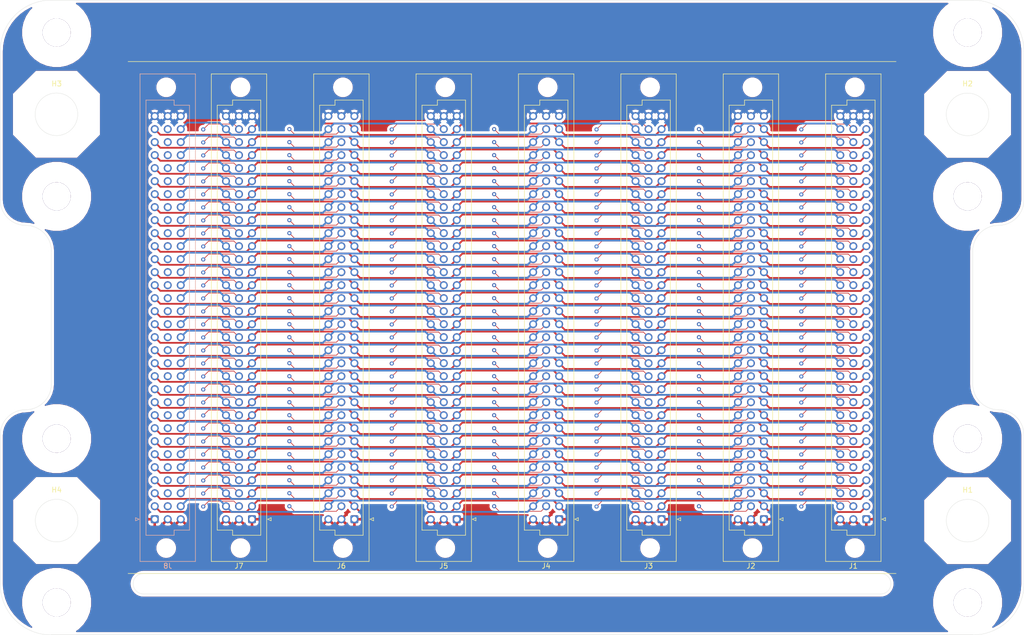
<source format=kicad_pcb>
(kicad_pcb (version 20171130) (host pcbnew "(5.1.7)-1")
  (layers (0 F.Cu signal hide) (31 B.Cu signal hide) (34 B.Paste user) (35 F.Paste user) (36 B.SilkS user) (37 F.SilkS user) (38 B.Mask user) (39 F.Mask user) (44 Edge.Cuts user))
  (net 0 "")
  (net 1 GND)
  (net 2 VCC)
  (net 3 C31)
  (net 4 C30)
  (net 5 C29)
  (net 6 C28)
  (net 7 C27)
  (net 8 C26)
  (net 9 C25)
  (net 10 C24)
  (net 11 C23)
  (net 12 C22)
  (net 13 C21)
  (net 14 C20)
  (net 15 C19)
  (net 16 C18)
  (net 17 C17)
  (net 18 C16)
  (net 19 C15)
  (net 20 C14)
  (net 21 C13)
  (net 22 C12)
  (net 23 C11)
  (net 24 C10)
  (net 25 C9)
  (net 26 C8)
  (net 27 C7)
  (net 28 C6)
  (net 29 C5)
  (net 30 C4)
  (net 31 C3)
  (net 32 C2)
  (net 33 A31)
  (net 34 A30)
  (net 35 A29)
  (net 36 A28)
  (net 37 A27)
  (net 38 A26)
  (net 39 A25)
  (net 40 A24)
  (net 41 A23)
  (net 42 A22)
  (net 43 A21)
  (net 44 A20)
  (net 45 A19)
  (net 46 A18)
  (net 47 A17)
  (net 48 A16)
  (net 49 A15)
  (net 50 A14)
  (net 51 A13)
  (net 52 A12)
  (net 53 A11)
  (net 54 A10)
  (net 55 A9)
  (net 56 A8)
  (net 57 A7)
  (net 58 A6)
  (net 59 A5)
  (net 60 A4)
  (net 61 A3)
  (net 62 A2)
  (net 63 B31J1)
  (net 64 B30J1)
  (net 65 B29J1)
  (net 66 B28J1)
  (net 67 B27J1)
  (net 68 B26J1)
  (net 69 B25J1)
  (net 70 B24J1)
  (net 71 B23J1)
  (net 72 B22J1)
  (net 73 B21J1)
  (net 74 B20J1)
  (net 75 B19J1)
  (net 76 B18J1)
  (net 77 B17J1)
  (net 78 B16J1)
  (net 79 B15J1)
  (net 80 B14J1)
  (net 81 B13J1)
  (net 82 B12J1)
  (net 83 B11J1)
  (net 84 B10J1)
  (net 85 B9J1)
  (net 86 B8J1)
  (net 87 B7J1)
  (net 88 B6J1)
  (net 89 B5J1)
  (net 90 B4J1)
  (net 91 B3J1)
  (net 92 B2J1)
  (net 93 B31J2)
  (net 94 B30J2)
  (net 95 B29J2)
  (net 96 B28J2)
  (net 97 B27J2)
  (net 98 B26J2)
  (net 99 B25J2)
  (net 100 B24J2)
  (net 101 B23J2)
  (net 102 B22J2)
  (net 103 B21J2)
  (net 104 B20J2)
  (net 105 B19J2)
  (net 106 B18J2)
  (net 107 B17J2)
  (net 108 B16J2)
  (net 109 B15J2)
  (net 110 B14J2)
  (net 111 B13J2)
  (net 112 B12J2)
  (net 113 B11J2)
  (net 114 B10J2)
  (net 115 B9J2)
  (net 116 B8J2)
  (net 117 B7J2)
  (net 118 B6J2)
  (net 119 B5J2)
  (net 120 B4J2)
  (net 121 B3J2)
  (net 122 B2J2)
  (net 123 B31J3)
  (net 124 B30J3)
  (net 125 B29J3)
  (net 126 B28J3)
  (net 127 B27J3)
  (net 128 B26J3)
  (net 129 B25J3)
  (net 130 B24J3)
  (net 131 B23J3)
  (net 132 B22J3)
  (net 133 B21J3)
  (net 134 B20J3)
  (net 135 B19J3)
  (net 136 B18J3)
  (net 137 B17J3)
  (net 138 B16J3)
  (net 139 B15J3)
  (net 140 B14J3)
  (net 141 B13J3)
  (net 142 B12J3)
  (net 143 B11J3)
  (net 144 B10J3)
  (net 145 B9J3)
  (net 146 B8J3)
  (net 147 B7J3)
  (net 148 B6J3)
  (net 149 B5J3)
  (net 150 B4J3)
  (net 151 B3J3)
  (net 152 B2J3)
  (net 153 B31J4)
  (net 154 B30J4)
  (net 155 B29J4)
  (net 156 B28J4)
  (net 157 B27J4)
  (net 158 B26J4)
  (net 159 B25J4)
  (net 160 B24J4)
  (net 161 B23J4)
  (net 162 B22J4)
  (net 163 B21J4)
  (net 164 B20J4)
  (net 165 B19J4)
  (net 166 B18J4)
  (net 167 B17J4)
  (net 168 B16J4)
  (net 169 B15J4)
  (net 170 B14J4)
  (net 171 B13J4)
  (net 172 B12J4)
  (net 173 B11J4)
  (net 174 B10J4)
  (net 175 B9J4)
  (net 176 B8J4)
  (net 177 B7J4)
  (net 178 B6J4)
  (net 179 B5J4)
  (net 180 B4J4)
  (net 181 B3J4)
  (net 182 B2J4)
  (net 183 B31J5)
  (net 184 B30J5)
  (net 185 B29J5)
  (net 186 B28J5)
  (net 187 B27J5)
  (net 188 B26J5)
  (net 189 B25J5)
  (net 190 B24J5)
  (net 191 B23J5)
  (net 192 B22J5)
  (net 193 B21J5)
  (net 194 B20J5)
  (net 195 B19J5)
  (net 196 B18J5)
  (net 197 B17J5)
  (net 198 B16J5)
  (net 199 B15J5)
  (net 200 B14J5)
  (net 201 B13J5)
  (net 202 B12J5)
  (net 203 B11J5)
  (net 204 B10J5)
  (net 205 B9J5)
  (net 206 B8J5)
  (net 207 B7J5)
  (net 208 B6J5)
  (net 209 B5J5)
  (net 210 B4J5)
  (net 211 B3J5)
  (net 212 B2J5)
  (net 213 B31J6)
  (net 214 B30J6)
  (net 215 B29J6)
  (net 216 B28J6)
  (net 217 B27J6)
  (net 218 B26J6)
  (net 219 B25J6)
  (net 220 B24J6)
  (net 221 B23J6)
  (net 222 B22J6)
  (net 223 B21J6)
  (net 224 B20J6)
  (net 225 B19J6)
  (net 226 B18J6)
  (net 227 B17J6)
  (net 228 B16J6)
  (net 229 B15J6)
  (net 230 B14J6)
  (net 231 B13J6)
  (net 232 B12J6)
  (net 233 B11J6)
  (net 234 B10J6)
  (net 235 B9J6)
  (net 236 B8J6)
  (net 237 B7J6)
  (net 238 B6J6)
  (net 239 B5J6)
  (net 240 B4J6)
  (net 241 B3J6)
  (net 242 B2J6)
  (net 243 B31J7)
  (net 244 B30J7)
  (net 245 B29J7)
  (net 246 B28J7)
  (net 247 B27J7)
  (net 248 B26J7)
  (net 249 B25J7)
  (net 250 B24J7)
  (net 251 B23J7)
  (net 252 B22J7)
  (net 253 B21J7)
  (net 254 B20J7)
  (net 255 B19J7)
  (net 256 B18J7)
  (net 257 B17J7)
  (net 258 B16J7)
  (net 259 B15J7)
  (net 260 B14J7)
  (net 261 B13J7)
  (net 262 B12J7)
  (net 263 B11J7)
  (net 264 B10J7)
  (net 265 B9J7)
  (net 266 B8J7)
  (net 267 B7J7)
  (net 268 B6J7)
  (net 269 B5J7)
  (net 270 B4J7)
  (net 271 B3J7)
  (net 272 B2J7)
  (net 273 "Net-(J8-PadB31)")
  (net 274 "Net-(J8-PadB30)")
  (net 275 "Net-(J8-PadB29)")
  (net 276 "Net-(J8-PadB28)")
  (net 277 "Net-(J8-PadB27)")
  (net 278 "Net-(J8-PadB26)")
  (net 279 "Net-(J8-PadB25)")
  (net 280 "Net-(J8-PadB24)")
  (net 281 "Net-(J8-PadB23)")
  (net 282 "Net-(J8-PadB22)")
  (net 283 "Net-(J8-PadB21)")
  (net 284 "Net-(J8-PadB20)")
  (net 285 "Net-(J8-PadB19)")
  (net 286 "Net-(J8-PadB18)")
  (net 287 "Net-(J8-PadB17)")
  (net 288 "Net-(J8-PadB16)")
  (net 289 "Net-(J8-PadB15)")
  (net 290 "Net-(J8-PadB14)")
  (net 291 "Net-(J8-PadB13)")
  (net 292 "Net-(J8-PadB12)")
  (net 293 "Net-(J8-PadB11)")
  (net 294 "Net-(J8-PadB10)")
  (net 295 "Net-(J8-PadB9)")
  (net 296 "Net-(J8-PadB8)")
  (net 297 "Net-(J8-PadB7)")
  (net 298 "Net-(J8-PadB6)")
  (net 299 "Net-(J8-PadB5)")
  (net 300 "Net-(J8-PadB4)")
  (net 301 "Net-(J8-PadB3)")
  (net 302 "Net-(J8-PadB2)")
  (module rails:SHF8-R (layer F.Cu) (at 233.07 50.85 270)
    (fp_text reference H2 (at -6.01 0.01 180) (layer F.SilkS))
    (fp_text value MountingHole)
    (pad "" thru_hole circle (at 16 0 270) (size 5.5 5.5) (drill 5.5) (layers *.Cu *.Mask) (clearance 4))
    (pad "" thru_hole circle (at -16 0 270) (size 5.5 5.5) (drill 5.5) (layers *.Cu *.Mask) (clearance 4))
  )
  (module rails:SHF8-R (layer F.Cu) (at 55.12 130.18 90)
    (fp_text reference H4 (at 6 0 180) (layer F.SilkS))
    (fp_text value MountingHole)
    (pad "" thru_hole circle (at 16 0 90) (size 5.5 5.5) (drill 5.5) (layers *.Cu *.Mask) (clearance 4))
    (pad "" thru_hole circle (at -16 0 90) (size 5.5 5.5) (drill 5.5) (layers *.Cu *.Mask) (clearance 4))
  )
  (module rails:SHF8-L (layer F.Cu) (at 233.07 130.2 270)
    (fp_text reference H1 (at -6 0 180) (layer F.SilkS))
    (fp_text value MountingHole)
    (pad "" thru_hole circle (at 16 0 270) (size 5.5 5.5) (drill 5.5) (layers *.Cu *.Mask) (clearance 4))
    (pad "" thru_hole circle (at -16 0 270) (size 5.5 5.5) (drill 5.5) (layers *.Cu *.Mask) (clearance 4))
  )
  (module rails:SHF8-L (layer F.Cu) (at 55.12 50.85 90)
    (fp_text reference H3 (at 6 0 180) (layer F.SilkS))
    (fp_text value MountingHole)
    (pad "" thru_hole circle (at 16 0 90) (size 5.5 5.5) (drill 5.5) (layers *.Cu *.Mask) (clearance 4))
    (pad "" thru_hole circle (at -16 0 90) (size 5.5 5.5) (drill 5.5) (layers *.Cu *.Mask) (clearance 4))
  )
  (module Connector_DIN:DIN41612_C_3x32_Female_Vertical_THT (layer B.Cu) (at 74.28 129.92)
    (fp_text reference J8 (at 2.54 9.13) (layer B.SilkS) (effects (justify mirror)))
    (fp_text value C96ABC)
    (pad "" np_thru_hole circle (at 2.24 -84.37) (size 2.85 2.85) (drill 2.85) (layers *.Cu *.Mask))
    (pad "" np_thru_hole circle (at 2.24 5.63) (size 2.85 2.85) (drill 2.85) (layers *.Cu *.Mask))
    (pad C32 thru_hole circle (at 5.08 -78.74) (size 1.55 1.55) (drill 1) (layers *.Cu *.Mask) (net 1 GND))
    (pad C31 thru_hole circle (at 5.08 -76.2) (size 1.55 1.55) (drill 1) (layers *.Cu *.Mask) (net 3 C31))
    (pad C30 thru_hole circle (at 5.08 -73.66) (size 1.55 1.55) (drill 1) (layers *.Cu *.Mask) (net 4 C30))
    (pad C29 thru_hole circle (at 5.08 -71.12) (size 1.55 1.55) (drill 1) (layers *.Cu *.Mask) (net 5 C29))
    (pad C28 thru_hole circle (at 5.08 -68.58) (size 1.55 1.55) (drill 1) (layers *.Cu *.Mask) (net 6 C28))
    (pad C27 thru_hole circle (at 5.08 -66.04) (size 1.55 1.55) (drill 1) (layers *.Cu *.Mask) (net 7 C27))
    (pad C26 thru_hole circle (at 5.08 -63.5) (size 1.55 1.55) (drill 1) (layers *.Cu *.Mask) (net 8 C26))
    (pad C25 thru_hole circle (at 5.08 -60.96) (size 1.55 1.55) (drill 1) (layers *.Cu *.Mask) (net 9 C25))
    (pad C24 thru_hole circle (at 5.08 -58.42) (size 1.55 1.55) (drill 1) (layers *.Cu *.Mask) (net 10 C24))
    (pad C23 thru_hole circle (at 5.08 -55.88) (size 1.55 1.55) (drill 1) (layers *.Cu *.Mask) (net 11 C23))
    (pad C22 thru_hole circle (at 5.08 -53.34) (size 1.55 1.55) (drill 1) (layers *.Cu *.Mask) (net 12 C22))
    (pad C21 thru_hole circle (at 5.08 -50.8) (size 1.55 1.55) (drill 1) (layers *.Cu *.Mask) (net 13 C21))
    (pad C20 thru_hole circle (at 5.08 -48.26) (size 1.55 1.55) (drill 1) (layers *.Cu *.Mask) (net 14 C20))
    (pad C19 thru_hole circle (at 5.08 -45.72) (size 1.55 1.55) (drill 1) (layers *.Cu *.Mask) (net 15 C19))
    (pad C18 thru_hole circle (at 5.08 -43.18) (size 1.55 1.55) (drill 1) (layers *.Cu *.Mask) (net 16 C18))
    (pad C17 thru_hole circle (at 5.08 -40.64) (size 1.55 1.55) (drill 1) (layers *.Cu *.Mask) (net 17 C17))
    (pad C16 thru_hole circle (at 5.08 -38.1) (size 1.55 1.55) (drill 1) (layers *.Cu *.Mask) (net 18 C16))
    (pad C15 thru_hole circle (at 5.08 -35.56) (size 1.55 1.55) (drill 1) (layers *.Cu *.Mask) (net 19 C15))
    (pad C14 thru_hole circle (at 5.08 -33.02) (size 1.55 1.55) (drill 1) (layers *.Cu *.Mask) (net 20 C14))
    (pad C13 thru_hole circle (at 5.08 -30.48) (size 1.55 1.55) (drill 1) (layers *.Cu *.Mask) (net 21 C13))
    (pad C12 thru_hole circle (at 5.08 -27.94) (size 1.55 1.55) (drill 1) (layers *.Cu *.Mask) (net 22 C12))
    (pad C11 thru_hole circle (at 5.08 -25.4) (size 1.55 1.55) (drill 1) (layers *.Cu *.Mask) (net 23 C11))
    (pad C10 thru_hole circle (at 5.08 -22.86) (size 1.55 1.55) (drill 1) (layers *.Cu *.Mask) (net 24 C10))
    (pad C9 thru_hole circle (at 5.08 -20.32) (size 1.55 1.55) (drill 1) (layers *.Cu *.Mask) (net 25 C9))
    (pad C8 thru_hole circle (at 5.08 -17.78) (size 1.55 1.55) (drill 1) (layers *.Cu *.Mask) (net 26 C8))
    (pad C7 thru_hole circle (at 5.08 -15.24) (size 1.55 1.55) (drill 1) (layers *.Cu *.Mask) (net 27 C7))
    (pad C6 thru_hole circle (at 5.08 -12.7) (size 1.55 1.55) (drill 1) (layers *.Cu *.Mask) (net 28 C6))
    (pad C5 thru_hole circle (at 5.08 -10.16) (size 1.55 1.55) (drill 1) (layers *.Cu *.Mask) (net 29 C5))
    (pad C4 thru_hole circle (at 5.08 -7.62) (size 1.55 1.55) (drill 1) (layers *.Cu *.Mask) (net 30 C4))
    (pad C3 thru_hole circle (at 5.08 -5.08) (size 1.55 1.55) (drill 1) (layers *.Cu *.Mask) (net 31 C3))
    (pad C2 thru_hole circle (at 5.08 -2.54) (size 1.55 1.55) (drill 1) (layers *.Cu *.Mask) (net 32 C2))
    (pad C1 thru_hole circle (at 5.08 0) (size 1.55 1.55) (drill 1) (layers *.Cu *.Mask) (net 2 VCC))
    (pad B32 thru_hole circle (at 2.54 -78.74) (size 1.55 1.55) (drill 1) (layers *.Cu *.Mask) (net 1 GND))
    (pad B31 thru_hole circle (at 2.54 -76.2) (size 1.55 1.55) (drill 1) (layers *.Cu *.Mask) (net 273 "Net-(J8-PadB31)"))
    (pad B30 thru_hole circle (at 2.54 -73.66) (size 1.55 1.55) (drill 1) (layers *.Cu *.Mask) (net 274 "Net-(J8-PadB30)"))
    (pad B29 thru_hole circle (at 2.54 -71.12) (size 1.55 1.55) (drill 1) (layers *.Cu *.Mask) (net 275 "Net-(J8-PadB29)"))
    (pad B28 thru_hole circle (at 2.54 -68.58) (size 1.55 1.55) (drill 1) (layers *.Cu *.Mask) (net 276 "Net-(J8-PadB28)"))
    (pad B27 thru_hole circle (at 2.54 -66.04) (size 1.55 1.55) (drill 1) (layers *.Cu *.Mask) (net 277 "Net-(J8-PadB27)"))
    (pad B26 thru_hole circle (at 2.54 -63.5) (size 1.55 1.55) (drill 1) (layers *.Cu *.Mask) (net 278 "Net-(J8-PadB26)"))
    (pad B25 thru_hole circle (at 2.54 -60.96) (size 1.55 1.55) (drill 1) (layers *.Cu *.Mask) (net 279 "Net-(J8-PadB25)"))
    (pad B24 thru_hole circle (at 2.54 -58.42) (size 1.55 1.55) (drill 1) (layers *.Cu *.Mask) (net 280 "Net-(J8-PadB24)"))
    (pad B23 thru_hole circle (at 2.54 -55.88) (size 1.55 1.55) (drill 1) (layers *.Cu *.Mask) (net 281 "Net-(J8-PadB23)"))
    (pad B22 thru_hole circle (at 2.54 -53.34) (size 1.55 1.55) (drill 1) (layers *.Cu *.Mask) (net 282 "Net-(J8-PadB22)"))
    (pad B21 thru_hole circle (at 2.54 -50.8) (size 1.55 1.55) (drill 1) (layers *.Cu *.Mask) (net 283 "Net-(J8-PadB21)"))
    (pad B20 thru_hole circle (at 2.54 -48.26) (size 1.55 1.55) (drill 1) (layers *.Cu *.Mask) (net 284 "Net-(J8-PadB20)"))
    (pad B19 thru_hole circle (at 2.54 -45.72) (size 1.55 1.55) (drill 1) (layers *.Cu *.Mask) (net 285 "Net-(J8-PadB19)"))
    (pad B18 thru_hole circle (at 2.54 -43.18) (size 1.55 1.55) (drill 1) (layers *.Cu *.Mask) (net 286 "Net-(J8-PadB18)"))
    (pad B17 thru_hole circle (at 2.54 -40.64) (size 1.55 1.55) (drill 1) (layers *.Cu *.Mask) (net 287 "Net-(J8-PadB17)"))
    (pad B16 thru_hole circle (at 2.54 -38.1) (size 1.55 1.55) (drill 1) (layers *.Cu *.Mask) (net 288 "Net-(J8-PadB16)"))
    (pad B15 thru_hole circle (at 2.54 -35.56) (size 1.55 1.55) (drill 1) (layers *.Cu *.Mask) (net 289 "Net-(J8-PadB15)"))
    (pad B14 thru_hole circle (at 2.54 -33.02) (size 1.55 1.55) (drill 1) (layers *.Cu *.Mask) (net 290 "Net-(J8-PadB14)"))
    (pad B13 thru_hole circle (at 2.54 -30.48) (size 1.55 1.55) (drill 1) (layers *.Cu *.Mask) (net 291 "Net-(J8-PadB13)"))
    (pad B12 thru_hole circle (at 2.54 -27.94) (size 1.55 1.55) (drill 1) (layers *.Cu *.Mask) (net 292 "Net-(J8-PadB12)"))
    (pad B11 thru_hole circle (at 2.54 -25.4) (size 1.55 1.55) (drill 1) (layers *.Cu *.Mask) (net 293 "Net-(J8-PadB11)"))
    (pad B10 thru_hole circle (at 2.54 -22.86) (size 1.55 1.55) (drill 1) (layers *.Cu *.Mask) (net 294 "Net-(J8-PadB10)"))
    (pad B9 thru_hole circle (at 2.54 -20.32) (size 1.55 1.55) (drill 1) (layers *.Cu *.Mask) (net 295 "Net-(J8-PadB9)"))
    (pad B8 thru_hole circle (at 2.54 -17.78) (size 1.55 1.55) (drill 1) (layers *.Cu *.Mask) (net 296 "Net-(J8-PadB8)"))
    (pad B7 thru_hole circle (at 2.54 -15.24) (size 1.55 1.55) (drill 1) (layers *.Cu *.Mask) (net 297 "Net-(J8-PadB7)"))
    (pad B6 thru_hole circle (at 2.54 -12.7) (size 1.55 1.55) (drill 1) (layers *.Cu *.Mask) (net 298 "Net-(J8-PadB6)"))
    (pad B5 thru_hole circle (at 2.54 -10.16) (size 1.55 1.55) (drill 1) (layers *.Cu *.Mask) (net 299 "Net-(J8-PadB5)"))
    (pad B4 thru_hole circle (at 2.54 -7.62) (size 1.55 1.55) (drill 1) (layers *.Cu *.Mask) (net 300 "Net-(J8-PadB4)"))
    (pad B3 thru_hole circle (at 2.54 -5.08) (size 1.55 1.55) (drill 1) (layers *.Cu *.Mask) (net 301 "Net-(J8-PadB3)"))
    (pad B2 thru_hole circle (at 2.54 -2.54) (size 1.55 1.55) (drill 1) (layers *.Cu *.Mask) (net 302 "Net-(J8-PadB2)"))
    (pad B1 thru_hole circle (at 2.54 0) (size 1.55 1.55) (drill 1) (layers *.Cu *.Mask) (net 2 VCC))
    (pad A32 thru_hole circle (at 0 -78.74) (size 1.55 1.55) (drill 1) (layers *.Cu *.Mask) (net 1 GND))
    (pad A31 thru_hole circle (at 0 -76.2) (size 1.55 1.55) (drill 1) (layers *.Cu *.Mask) (net 33 A31))
    (pad A30 thru_hole circle (at 0 -73.66) (size 1.55 1.55) (drill 1) (layers *.Cu *.Mask) (net 34 A30))
    (pad A29 thru_hole circle (at 0 -71.12) (size 1.55 1.55) (drill 1) (layers *.Cu *.Mask) (net 35 A29))
    (pad A28 thru_hole circle (at 0 -68.58) (size 1.55 1.55) (drill 1) (layers *.Cu *.Mask) (net 36 A28))
    (pad A27 thru_hole circle (at 0 -66.04) (size 1.55 1.55) (drill 1) (layers *.Cu *.Mask) (net 37 A27))
    (pad A26 thru_hole circle (at 0 -63.5) (size 1.55 1.55) (drill 1) (layers *.Cu *.Mask) (net 38 A26))
    (pad A25 thru_hole circle (at 0 -60.96) (size 1.55 1.55) (drill 1) (layers *.Cu *.Mask) (net 39 A25))
    (pad A24 thru_hole circle (at 0 -58.42) (size 1.55 1.55) (drill 1) (layers *.Cu *.Mask) (net 40 A24))
    (pad A23 thru_hole circle (at 0 -55.88) (size 1.55 1.55) (drill 1) (layers *.Cu *.Mask) (net 41 A23))
    (pad A22 thru_hole circle (at 0 -53.34) (size 1.55 1.55) (drill 1) (layers *.Cu *.Mask) (net 42 A22))
    (pad A21 thru_hole circle (at 0 -50.8) (size 1.55 1.55) (drill 1) (layers *.Cu *.Mask) (net 43 A21))
    (pad A20 thru_hole circle (at 0 -48.26) (size 1.55 1.55) (drill 1) (layers *.Cu *.Mask) (net 44 A20))
    (pad A19 thru_hole circle (at 0 -45.72) (size 1.55 1.55) (drill 1) (layers *.Cu *.Mask) (net 45 A19))
    (pad A18 thru_hole circle (at 0 -43.18) (size 1.55 1.55) (drill 1) (layers *.Cu *.Mask) (net 46 A18))
    (pad A17 thru_hole circle (at 0 -40.64) (size 1.55 1.55) (drill 1) (layers *.Cu *.Mask) (net 47 A17))
    (pad A16 thru_hole circle (at 0 -38.1) (size 1.55 1.55) (drill 1) (layers *.Cu *.Mask) (net 48 A16))
    (pad A15 thru_hole circle (at 0 -35.56) (size 1.55 1.55) (drill 1) (layers *.Cu *.Mask) (net 49 A15))
    (pad A14 thru_hole circle (at 0 -33.02) (size 1.55 1.55) (drill 1) (layers *.Cu *.Mask) (net 50 A14))
    (pad A13 thru_hole circle (at 0 -30.48) (size 1.55 1.55) (drill 1) (layers *.Cu *.Mask) (net 51 A13))
    (pad A12 thru_hole circle (at 0 -27.94) (size 1.55 1.55) (drill 1) (layers *.Cu *.Mask) (net 52 A12))
    (pad A11 thru_hole circle (at 0 -25.4) (size 1.55 1.55) (drill 1) (layers *.Cu *.Mask) (net 53 A11))
    (pad A10 thru_hole circle (at 0 -22.86) (size 1.55 1.55) (drill 1) (layers *.Cu *.Mask) (net 54 A10))
    (pad A9 thru_hole circle (at 0 -20.32) (size 1.55 1.55) (drill 1) (layers *.Cu *.Mask) (net 55 A9))
    (pad A8 thru_hole circle (at 0 -17.78) (size 1.55 1.55) (drill 1) (layers *.Cu *.Mask) (net 56 A8))
    (pad A7 thru_hole circle (at 0 -15.24) (size 1.55 1.55) (drill 1) (layers *.Cu *.Mask) (net 57 A7))
    (pad A6 thru_hole circle (at 0 -12.7) (size 1.55 1.55) (drill 1) (layers *.Cu *.Mask) (net 58 A6))
    (pad A5 thru_hole circle (at 0 -10.16) (size 1.55 1.55) (drill 1) (layers *.Cu *.Mask) (net 59 A5))
    (pad A4 thru_hole circle (at 0 -7.62) (size 1.55 1.55) (drill 1) (layers *.Cu *.Mask) (net 60 A4))
    (pad A3 thru_hole circle (at 0 -5.08) (size 1.55 1.55) (drill 1) (layers *.Cu *.Mask) (net 61 A3))
    (pad A2 thru_hole circle (at 0 -2.54) (size 1.55 1.55) (drill 1) (layers *.Cu *.Mask) (net 62 A2))
    (pad A1 thru_hole roundrect (at 0 0) (size 1.55 1.55) (drill 1) (layers *.Cu *.Mask) (roundrect_rratio 0.16129) (net 2 VCC))
  )
  (module Connector_DIN:DIN41612_C_3x32_Female_Vertical_THT (layer F.Cu) (at 153.28 129.92 180)
    (fp_text reference J4 (at 2.54 -9.13) (layer F.SilkS))
    (fp_text value C96ABC)
    (pad "" np_thru_hole circle (at 2.24 84.37 180) (size 2.85 2.85) (drill 2.85) (layers *.Cu *.Mask))
    (pad "" np_thru_hole circle (at 2.24 -5.63 180) (size 2.85 2.85) (drill 2.85) (layers *.Cu *.Mask))
    (pad C32 thru_hole circle (at 5.08 78.74 180) (size 1.55 1.55) (drill 1) (layers *.Cu *.Mask) (net 1 GND))
    (pad C31 thru_hole circle (at 5.08 76.2 180) (size 1.55 1.55) (drill 1) (layers *.Cu *.Mask) (net 3 C31))
    (pad C30 thru_hole circle (at 5.08 73.66 180) (size 1.55 1.55) (drill 1) (layers *.Cu *.Mask) (net 4 C30))
    (pad C29 thru_hole circle (at 5.08 71.12 180) (size 1.55 1.55) (drill 1) (layers *.Cu *.Mask) (net 5 C29))
    (pad C28 thru_hole circle (at 5.08 68.58 180) (size 1.55 1.55) (drill 1) (layers *.Cu *.Mask) (net 6 C28))
    (pad C27 thru_hole circle (at 5.08 66.04 180) (size 1.55 1.55) (drill 1) (layers *.Cu *.Mask) (net 7 C27))
    (pad C26 thru_hole circle (at 5.08 63.5 180) (size 1.55 1.55) (drill 1) (layers *.Cu *.Mask) (net 8 C26))
    (pad C25 thru_hole circle (at 5.08 60.96 180) (size 1.55 1.55) (drill 1) (layers *.Cu *.Mask) (net 9 C25))
    (pad C24 thru_hole circle (at 5.08 58.42 180) (size 1.55 1.55) (drill 1) (layers *.Cu *.Mask) (net 10 C24))
    (pad C23 thru_hole circle (at 5.08 55.88 180) (size 1.55 1.55) (drill 1) (layers *.Cu *.Mask) (net 11 C23))
    (pad C22 thru_hole circle (at 5.08 53.34 180) (size 1.55 1.55) (drill 1) (layers *.Cu *.Mask) (net 12 C22))
    (pad C21 thru_hole circle (at 5.08 50.8 180) (size 1.55 1.55) (drill 1) (layers *.Cu *.Mask) (net 13 C21))
    (pad C20 thru_hole circle (at 5.08 48.26 180) (size 1.55 1.55) (drill 1) (layers *.Cu *.Mask) (net 14 C20))
    (pad C19 thru_hole circle (at 5.08 45.72 180) (size 1.55 1.55) (drill 1) (layers *.Cu *.Mask) (net 15 C19))
    (pad C18 thru_hole circle (at 5.08 43.18 180) (size 1.55 1.55) (drill 1) (layers *.Cu *.Mask) (net 16 C18))
    (pad C17 thru_hole circle (at 5.08 40.64 180) (size 1.55 1.55) (drill 1) (layers *.Cu *.Mask) (net 17 C17))
    (pad C16 thru_hole circle (at 5.08 38.1 180) (size 1.55 1.55) (drill 1) (layers *.Cu *.Mask) (net 18 C16))
    (pad C15 thru_hole circle (at 5.08 35.56 180) (size 1.55 1.55) (drill 1) (layers *.Cu *.Mask) (net 19 C15))
    (pad C14 thru_hole circle (at 5.08 33.02 180) (size 1.55 1.55) (drill 1) (layers *.Cu *.Mask) (net 20 C14))
    (pad C13 thru_hole circle (at 5.08 30.48 180) (size 1.55 1.55) (drill 1) (layers *.Cu *.Mask) (net 21 C13))
    (pad C12 thru_hole circle (at 5.08 27.94 180) (size 1.55 1.55) (drill 1) (layers *.Cu *.Mask) (net 22 C12))
    (pad C11 thru_hole circle (at 5.08 25.4 180) (size 1.55 1.55) (drill 1) (layers *.Cu *.Mask) (net 23 C11))
    (pad C10 thru_hole circle (at 5.08 22.86 180) (size 1.55 1.55) (drill 1) (layers *.Cu *.Mask) (net 24 C10))
    (pad C9 thru_hole circle (at 5.08 20.32 180) (size 1.55 1.55) (drill 1) (layers *.Cu *.Mask) (net 25 C9))
    (pad C8 thru_hole circle (at 5.08 17.78 180) (size 1.55 1.55) (drill 1) (layers *.Cu *.Mask) (net 26 C8))
    (pad C7 thru_hole circle (at 5.08 15.24 180) (size 1.55 1.55) (drill 1) (layers *.Cu *.Mask) (net 27 C7))
    (pad C6 thru_hole circle (at 5.08 12.7 180) (size 1.55 1.55) (drill 1) (layers *.Cu *.Mask) (net 28 C6))
    (pad C5 thru_hole circle (at 5.08 10.16 180) (size 1.55 1.55) (drill 1) (layers *.Cu *.Mask) (net 29 C5))
    (pad C4 thru_hole circle (at 5.08 7.62 180) (size 1.55 1.55) (drill 1) (layers *.Cu *.Mask) (net 30 C4))
    (pad C3 thru_hole circle (at 5.08 5.08 180) (size 1.55 1.55) (drill 1) (layers *.Cu *.Mask) (net 31 C3))
    (pad C2 thru_hole circle (at 5.08 2.54 180) (size 1.55 1.55) (drill 1) (layers *.Cu *.Mask) (net 32 C2))
    (pad C1 thru_hole circle (at 5.08 0 180) (size 1.55 1.55) (drill 1) (layers *.Cu *.Mask) (net 2 VCC))
    (pad B32 thru_hole circle (at 2.54 78.74 180) (size 1.55 1.55) (drill 1) (layers *.Cu *.Mask) (net 1 GND))
    (pad B31 thru_hole circle (at 2.54 76.2 180) (size 1.55 1.55) (drill 1) (layers *.Cu *.Mask) (net 153 B31J4))
    (pad B30 thru_hole circle (at 2.54 73.66 180) (size 1.55 1.55) (drill 1) (layers *.Cu *.Mask) (net 154 B30J4))
    (pad B29 thru_hole circle (at 2.54 71.12 180) (size 1.55 1.55) (drill 1) (layers *.Cu *.Mask) (net 155 B29J4))
    (pad B28 thru_hole circle (at 2.54 68.58 180) (size 1.55 1.55) (drill 1) (layers *.Cu *.Mask) (net 156 B28J4))
    (pad B27 thru_hole circle (at 2.54 66.04 180) (size 1.55 1.55) (drill 1) (layers *.Cu *.Mask) (net 157 B27J4))
    (pad B26 thru_hole circle (at 2.54 63.5 180) (size 1.55 1.55) (drill 1) (layers *.Cu *.Mask) (net 158 B26J4))
    (pad B25 thru_hole circle (at 2.54 60.96 180) (size 1.55 1.55) (drill 1) (layers *.Cu *.Mask) (net 159 B25J4))
    (pad B24 thru_hole circle (at 2.54 58.42 180) (size 1.55 1.55) (drill 1) (layers *.Cu *.Mask) (net 160 B24J4))
    (pad B23 thru_hole circle (at 2.54 55.88 180) (size 1.55 1.55) (drill 1) (layers *.Cu *.Mask) (net 161 B23J4))
    (pad B22 thru_hole circle (at 2.54 53.34 180) (size 1.55 1.55) (drill 1) (layers *.Cu *.Mask) (net 162 B22J4))
    (pad B21 thru_hole circle (at 2.54 50.8 180) (size 1.55 1.55) (drill 1) (layers *.Cu *.Mask) (net 163 B21J4))
    (pad B20 thru_hole circle (at 2.54 48.26 180) (size 1.55 1.55) (drill 1) (layers *.Cu *.Mask) (net 164 B20J4))
    (pad B19 thru_hole circle (at 2.54 45.72 180) (size 1.55 1.55) (drill 1) (layers *.Cu *.Mask) (net 165 B19J4))
    (pad B18 thru_hole circle (at 2.54 43.18 180) (size 1.55 1.55) (drill 1) (layers *.Cu *.Mask) (net 166 B18J4))
    (pad B17 thru_hole circle (at 2.54 40.64 180) (size 1.55 1.55) (drill 1) (layers *.Cu *.Mask) (net 167 B17J4))
    (pad B16 thru_hole circle (at 2.54 38.1 180) (size 1.55 1.55) (drill 1) (layers *.Cu *.Mask) (net 168 B16J4))
    (pad B15 thru_hole circle (at 2.54 35.56 180) (size 1.55 1.55) (drill 1) (layers *.Cu *.Mask) (net 169 B15J4))
    (pad B14 thru_hole circle (at 2.54 33.02 180) (size 1.55 1.55) (drill 1) (layers *.Cu *.Mask) (net 170 B14J4))
    (pad B13 thru_hole circle (at 2.54 30.48 180) (size 1.55 1.55) (drill 1) (layers *.Cu *.Mask) (net 171 B13J4))
    (pad B12 thru_hole circle (at 2.54 27.94 180) (size 1.55 1.55) (drill 1) (layers *.Cu *.Mask) (net 172 B12J4))
    (pad B11 thru_hole circle (at 2.54 25.4 180) (size 1.55 1.55) (drill 1) (layers *.Cu *.Mask) (net 173 B11J4))
    (pad B10 thru_hole circle (at 2.54 22.86 180) (size 1.55 1.55) (drill 1) (layers *.Cu *.Mask) (net 174 B10J4))
    (pad B9 thru_hole circle (at 2.54 20.32 180) (size 1.55 1.55) (drill 1) (layers *.Cu *.Mask) (net 175 B9J4))
    (pad B8 thru_hole circle (at 2.54 17.78 180) (size 1.55 1.55) (drill 1) (layers *.Cu *.Mask) (net 176 B8J4))
    (pad B7 thru_hole circle (at 2.54 15.24 180) (size 1.55 1.55) (drill 1) (layers *.Cu *.Mask) (net 177 B7J4))
    (pad B6 thru_hole circle (at 2.54 12.7 180) (size 1.55 1.55) (drill 1) (layers *.Cu *.Mask) (net 178 B6J4))
    (pad B5 thru_hole circle (at 2.54 10.16 180) (size 1.55 1.55) (drill 1) (layers *.Cu *.Mask) (net 179 B5J4))
    (pad B4 thru_hole circle (at 2.54 7.62 180) (size 1.55 1.55) (drill 1) (layers *.Cu *.Mask) (net 180 B4J4))
    (pad B3 thru_hole circle (at 2.54 5.08 180) (size 1.55 1.55) (drill 1) (layers *.Cu *.Mask) (net 181 B3J4))
    (pad B2 thru_hole circle (at 2.54 2.54 180) (size 1.55 1.55) (drill 1) (layers *.Cu *.Mask) (net 182 B2J4))
    (pad B1 thru_hole circle (at 2.54 0 180) (size 1.55 1.55) (drill 1) (layers *.Cu *.Mask) (net 2 VCC))
    (pad A32 thru_hole circle (at 0 78.74 180) (size 1.55 1.55) (drill 1) (layers *.Cu *.Mask) (net 1 GND))
    (pad A31 thru_hole circle (at 0 76.2 180) (size 1.55 1.55) (drill 1) (layers *.Cu *.Mask) (net 33 A31))
    (pad A30 thru_hole circle (at 0 73.66 180) (size 1.55 1.55) (drill 1) (layers *.Cu *.Mask) (net 34 A30))
    (pad A29 thru_hole circle (at 0 71.12 180) (size 1.55 1.55) (drill 1) (layers *.Cu *.Mask) (net 35 A29))
    (pad A28 thru_hole circle (at 0 68.58 180) (size 1.55 1.55) (drill 1) (layers *.Cu *.Mask) (net 36 A28))
    (pad A27 thru_hole circle (at 0 66.04 180) (size 1.55 1.55) (drill 1) (layers *.Cu *.Mask) (net 37 A27))
    (pad A26 thru_hole circle (at 0 63.5 180) (size 1.55 1.55) (drill 1) (layers *.Cu *.Mask) (net 38 A26))
    (pad A25 thru_hole circle (at 0 60.96 180) (size 1.55 1.55) (drill 1) (layers *.Cu *.Mask) (net 39 A25))
    (pad A24 thru_hole circle (at 0 58.42 180) (size 1.55 1.55) (drill 1) (layers *.Cu *.Mask) (net 40 A24))
    (pad A23 thru_hole circle (at 0 55.88 180) (size 1.55 1.55) (drill 1) (layers *.Cu *.Mask) (net 41 A23))
    (pad A22 thru_hole circle (at 0 53.34 180) (size 1.55 1.55) (drill 1) (layers *.Cu *.Mask) (net 42 A22))
    (pad A21 thru_hole circle (at 0 50.8 180) (size 1.55 1.55) (drill 1) (layers *.Cu *.Mask) (net 43 A21))
    (pad A20 thru_hole circle (at 0 48.26 180) (size 1.55 1.55) (drill 1) (layers *.Cu *.Mask) (net 44 A20))
    (pad A19 thru_hole circle (at 0 45.72 180) (size 1.55 1.55) (drill 1) (layers *.Cu *.Mask) (net 45 A19))
    (pad A18 thru_hole circle (at 0 43.18 180) (size 1.55 1.55) (drill 1) (layers *.Cu *.Mask) (net 46 A18))
    (pad A17 thru_hole circle (at 0 40.64 180) (size 1.55 1.55) (drill 1) (layers *.Cu *.Mask) (net 47 A17))
    (pad A16 thru_hole circle (at 0 38.1 180) (size 1.55 1.55) (drill 1) (layers *.Cu *.Mask) (net 48 A16))
    (pad A15 thru_hole circle (at 0 35.56 180) (size 1.55 1.55) (drill 1) (layers *.Cu *.Mask) (net 49 A15))
    (pad A14 thru_hole circle (at 0 33.02 180) (size 1.55 1.55) (drill 1) (layers *.Cu *.Mask) (net 50 A14))
    (pad A13 thru_hole circle (at 0 30.48 180) (size 1.55 1.55) (drill 1) (layers *.Cu *.Mask) (net 51 A13))
    (pad A12 thru_hole circle (at 0 27.94 180) (size 1.55 1.55) (drill 1) (layers *.Cu *.Mask) (net 52 A12))
    (pad A11 thru_hole circle (at 0 25.4 180) (size 1.55 1.55) (drill 1) (layers *.Cu *.Mask) (net 53 A11))
    (pad A10 thru_hole circle (at 0 22.86 180) (size 1.55 1.55) (drill 1) (layers *.Cu *.Mask) (net 54 A10))
    (pad A9 thru_hole circle (at 0 20.32 180) (size 1.55 1.55) (drill 1) (layers *.Cu *.Mask) (net 55 A9))
    (pad A8 thru_hole circle (at 0 17.78 180) (size 1.55 1.55) (drill 1) (layers *.Cu *.Mask) (net 56 A8))
    (pad A7 thru_hole circle (at 0 15.24 180) (size 1.55 1.55) (drill 1) (layers *.Cu *.Mask) (net 57 A7))
    (pad A6 thru_hole circle (at 0 12.7 180) (size 1.55 1.55) (drill 1) (layers *.Cu *.Mask) (net 58 A6))
    (pad A5 thru_hole circle (at 0 10.16 180) (size 1.55 1.55) (drill 1) (layers *.Cu *.Mask) (net 59 A5))
    (pad A4 thru_hole circle (at 0 7.62 180) (size 1.55 1.55) (drill 1) (layers *.Cu *.Mask) (net 60 A4))
    (pad A3 thru_hole circle (at 0 5.08 180) (size 1.55 1.55) (drill 1) (layers *.Cu *.Mask) (net 61 A3))
    (pad A2 thru_hole circle (at 0 2.54 180) (size 1.55 1.55) (drill 1) (layers *.Cu *.Mask) (net 62 A2))
    (pad A1 thru_hole roundrect (at 0 0 180) (size 1.55 1.55) (drill 1) (layers *.Cu *.Mask) (roundrect_rratio 0.16129) (net 2 VCC))
  )
  (module Connector_DIN:DIN41612_C_3x32_Female_Vertical_THT (layer F.Cu) (at 93.28 129.92 180)
    (fp_text reference J7 (at 2.54 -9.13) (layer F.SilkS))
    (fp_text value C96ABC)
    (pad "" np_thru_hole circle (at 2.24 84.37 180) (size 2.85 2.85) (drill 2.85) (layers *.Cu *.Mask))
    (pad "" np_thru_hole circle (at 2.24 -5.63 180) (size 2.85 2.85) (drill 2.85) (layers *.Cu *.Mask))
    (pad C32 thru_hole circle (at 5.08 78.74 180) (size 1.55 1.55) (drill 1) (layers *.Cu *.Mask) (net 1 GND))
    (pad C31 thru_hole circle (at 5.08 76.2 180) (size 1.55 1.55) (drill 1) (layers *.Cu *.Mask) (net 3 C31))
    (pad C30 thru_hole circle (at 5.08 73.66 180) (size 1.55 1.55) (drill 1) (layers *.Cu *.Mask) (net 4 C30))
    (pad C29 thru_hole circle (at 5.08 71.12 180) (size 1.55 1.55) (drill 1) (layers *.Cu *.Mask) (net 5 C29))
    (pad C28 thru_hole circle (at 5.08 68.58 180) (size 1.55 1.55) (drill 1) (layers *.Cu *.Mask) (net 6 C28))
    (pad C27 thru_hole circle (at 5.08 66.04 180) (size 1.55 1.55) (drill 1) (layers *.Cu *.Mask) (net 7 C27))
    (pad C26 thru_hole circle (at 5.08 63.5 180) (size 1.55 1.55) (drill 1) (layers *.Cu *.Mask) (net 8 C26))
    (pad C25 thru_hole circle (at 5.08 60.96 180) (size 1.55 1.55) (drill 1) (layers *.Cu *.Mask) (net 9 C25))
    (pad C24 thru_hole circle (at 5.08 58.42 180) (size 1.55 1.55) (drill 1) (layers *.Cu *.Mask) (net 10 C24))
    (pad C23 thru_hole circle (at 5.08 55.88 180) (size 1.55 1.55) (drill 1) (layers *.Cu *.Mask) (net 11 C23))
    (pad C22 thru_hole circle (at 5.08 53.34 180) (size 1.55 1.55) (drill 1) (layers *.Cu *.Mask) (net 12 C22))
    (pad C21 thru_hole circle (at 5.08 50.8 180) (size 1.55 1.55) (drill 1) (layers *.Cu *.Mask) (net 13 C21))
    (pad C20 thru_hole circle (at 5.08 48.26 180) (size 1.55 1.55) (drill 1) (layers *.Cu *.Mask) (net 14 C20))
    (pad C19 thru_hole circle (at 5.08 45.72 180) (size 1.55 1.55) (drill 1) (layers *.Cu *.Mask) (net 15 C19))
    (pad C18 thru_hole circle (at 5.08 43.18 180) (size 1.55 1.55) (drill 1) (layers *.Cu *.Mask) (net 16 C18))
    (pad C17 thru_hole circle (at 5.08 40.64 180) (size 1.55 1.55) (drill 1) (layers *.Cu *.Mask) (net 17 C17))
    (pad C16 thru_hole circle (at 5.08 38.1 180) (size 1.55 1.55) (drill 1) (layers *.Cu *.Mask) (net 18 C16))
    (pad C15 thru_hole circle (at 5.08 35.56 180) (size 1.55 1.55) (drill 1) (layers *.Cu *.Mask) (net 19 C15))
    (pad C14 thru_hole circle (at 5.08 33.02 180) (size 1.55 1.55) (drill 1) (layers *.Cu *.Mask) (net 20 C14))
    (pad C13 thru_hole circle (at 5.08 30.48 180) (size 1.55 1.55) (drill 1) (layers *.Cu *.Mask) (net 21 C13))
    (pad C12 thru_hole circle (at 5.08 27.94 180) (size 1.55 1.55) (drill 1) (layers *.Cu *.Mask) (net 22 C12))
    (pad C11 thru_hole circle (at 5.08 25.4 180) (size 1.55 1.55) (drill 1) (layers *.Cu *.Mask) (net 23 C11))
    (pad C10 thru_hole circle (at 5.08 22.86 180) (size 1.55 1.55) (drill 1) (layers *.Cu *.Mask) (net 24 C10))
    (pad C9 thru_hole circle (at 5.08 20.32 180) (size 1.55 1.55) (drill 1) (layers *.Cu *.Mask) (net 25 C9))
    (pad C8 thru_hole circle (at 5.08 17.78 180) (size 1.55 1.55) (drill 1) (layers *.Cu *.Mask) (net 26 C8))
    (pad C7 thru_hole circle (at 5.08 15.24 180) (size 1.55 1.55) (drill 1) (layers *.Cu *.Mask) (net 27 C7))
    (pad C6 thru_hole circle (at 5.08 12.7 180) (size 1.55 1.55) (drill 1) (layers *.Cu *.Mask) (net 28 C6))
    (pad C5 thru_hole circle (at 5.08 10.16 180) (size 1.55 1.55) (drill 1) (layers *.Cu *.Mask) (net 29 C5))
    (pad C4 thru_hole circle (at 5.08 7.62 180) (size 1.55 1.55) (drill 1) (layers *.Cu *.Mask) (net 30 C4))
    (pad C3 thru_hole circle (at 5.08 5.08 180) (size 1.55 1.55) (drill 1) (layers *.Cu *.Mask) (net 31 C3))
    (pad C2 thru_hole circle (at 5.08 2.54 180) (size 1.55 1.55) (drill 1) (layers *.Cu *.Mask) (net 32 C2))
    (pad C1 thru_hole circle (at 5.08 0 180) (size 1.55 1.55) (drill 1) (layers *.Cu *.Mask) (net 2 VCC))
    (pad B32 thru_hole circle (at 2.54 78.74 180) (size 1.55 1.55) (drill 1) (layers *.Cu *.Mask) (net 1 GND))
    (pad B31 thru_hole circle (at 2.54 76.2 180) (size 1.55 1.55) (drill 1) (layers *.Cu *.Mask) (net 243 B31J7))
    (pad B30 thru_hole circle (at 2.54 73.66 180) (size 1.55 1.55) (drill 1) (layers *.Cu *.Mask) (net 244 B30J7))
    (pad B29 thru_hole circle (at 2.54 71.12 180) (size 1.55 1.55) (drill 1) (layers *.Cu *.Mask) (net 245 B29J7))
    (pad B28 thru_hole circle (at 2.54 68.58 180) (size 1.55 1.55) (drill 1) (layers *.Cu *.Mask) (net 246 B28J7))
    (pad B27 thru_hole circle (at 2.54 66.04 180) (size 1.55 1.55) (drill 1) (layers *.Cu *.Mask) (net 247 B27J7))
    (pad B26 thru_hole circle (at 2.54 63.5 180) (size 1.55 1.55) (drill 1) (layers *.Cu *.Mask) (net 248 B26J7))
    (pad B25 thru_hole circle (at 2.54 60.96 180) (size 1.55 1.55) (drill 1) (layers *.Cu *.Mask) (net 249 B25J7))
    (pad B24 thru_hole circle (at 2.54 58.42 180) (size 1.55 1.55) (drill 1) (layers *.Cu *.Mask) (net 250 B24J7))
    (pad B23 thru_hole circle (at 2.54 55.88 180) (size 1.55 1.55) (drill 1) (layers *.Cu *.Mask) (net 251 B23J7))
    (pad B22 thru_hole circle (at 2.54 53.34 180) (size 1.55 1.55) (drill 1) (layers *.Cu *.Mask) (net 252 B22J7))
    (pad B21 thru_hole circle (at 2.54 50.8 180) (size 1.55 1.55) (drill 1) (layers *.Cu *.Mask) (net 253 B21J7))
    (pad B20 thru_hole circle (at 2.54 48.26 180) (size 1.55 1.55) (drill 1) (layers *.Cu *.Mask) (net 254 B20J7))
    (pad B19 thru_hole circle (at 2.54 45.72 180) (size 1.55 1.55) (drill 1) (layers *.Cu *.Mask) (net 255 B19J7))
    (pad B18 thru_hole circle (at 2.54 43.18 180) (size 1.55 1.55) (drill 1) (layers *.Cu *.Mask) (net 256 B18J7))
    (pad B17 thru_hole circle (at 2.54 40.64 180) (size 1.55 1.55) (drill 1) (layers *.Cu *.Mask) (net 257 B17J7))
    (pad B16 thru_hole circle (at 2.54 38.1 180) (size 1.55 1.55) (drill 1) (layers *.Cu *.Mask) (net 258 B16J7))
    (pad B15 thru_hole circle (at 2.54 35.56 180) (size 1.55 1.55) (drill 1) (layers *.Cu *.Mask) (net 259 B15J7))
    (pad B14 thru_hole circle (at 2.54 33.02 180) (size 1.55 1.55) (drill 1) (layers *.Cu *.Mask) (net 260 B14J7))
    (pad B13 thru_hole circle (at 2.54 30.48 180) (size 1.55 1.55) (drill 1) (layers *.Cu *.Mask) (net 261 B13J7))
    (pad B12 thru_hole circle (at 2.54 27.94 180) (size 1.55 1.55) (drill 1) (layers *.Cu *.Mask) (net 262 B12J7))
    (pad B11 thru_hole circle (at 2.54 25.4 180) (size 1.55 1.55) (drill 1) (layers *.Cu *.Mask) (net 263 B11J7))
    (pad B10 thru_hole circle (at 2.54 22.86 180) (size 1.55 1.55) (drill 1) (layers *.Cu *.Mask) (net 264 B10J7))
    (pad B9 thru_hole circle (at 2.54 20.32 180) (size 1.55 1.55) (drill 1) (layers *.Cu *.Mask) (net 265 B9J7))
    (pad B8 thru_hole circle (at 2.54 17.78 180) (size 1.55 1.55) (drill 1) (layers *.Cu *.Mask) (net 266 B8J7))
    (pad B7 thru_hole circle (at 2.54 15.24 180) (size 1.55 1.55) (drill 1) (layers *.Cu *.Mask) (net 267 B7J7))
    (pad B6 thru_hole circle (at 2.54 12.7 180) (size 1.55 1.55) (drill 1) (layers *.Cu *.Mask) (net 268 B6J7))
    (pad B5 thru_hole circle (at 2.54 10.16 180) (size 1.55 1.55) (drill 1) (layers *.Cu *.Mask) (net 269 B5J7))
    (pad B4 thru_hole circle (at 2.54 7.62 180) (size 1.55 1.55) (drill 1) (layers *.Cu *.Mask) (net 270 B4J7))
    (pad B3 thru_hole circle (at 2.54 5.08 180) (size 1.55 1.55) (drill 1) (layers *.Cu *.Mask) (net 271 B3J7))
    (pad B2 thru_hole circle (at 2.54 2.54 180) (size 1.55 1.55) (drill 1) (layers *.Cu *.Mask) (net 272 B2J7))
    (pad B1 thru_hole circle (at 2.54 0 180) (size 1.55 1.55) (drill 1) (layers *.Cu *.Mask) (net 2 VCC))
    (pad A32 thru_hole circle (at 0 78.74 180) (size 1.55 1.55) (drill 1) (layers *.Cu *.Mask) (net 1 GND))
    (pad A31 thru_hole circle (at 0 76.2 180) (size 1.55 1.55) (drill 1) (layers *.Cu *.Mask) (net 33 A31))
    (pad A30 thru_hole circle (at 0 73.66 180) (size 1.55 1.55) (drill 1) (layers *.Cu *.Mask) (net 34 A30))
    (pad A29 thru_hole circle (at 0 71.12 180) (size 1.55 1.55) (drill 1) (layers *.Cu *.Mask) (net 35 A29))
    (pad A28 thru_hole circle (at 0 68.58 180) (size 1.55 1.55) (drill 1) (layers *.Cu *.Mask) (net 36 A28))
    (pad A27 thru_hole circle (at 0 66.04 180) (size 1.55 1.55) (drill 1) (layers *.Cu *.Mask) (net 37 A27))
    (pad A26 thru_hole circle (at 0 63.5 180) (size 1.55 1.55) (drill 1) (layers *.Cu *.Mask) (net 38 A26))
    (pad A25 thru_hole circle (at 0 60.96 180) (size 1.55 1.55) (drill 1) (layers *.Cu *.Mask) (net 39 A25))
    (pad A24 thru_hole circle (at 0 58.42 180) (size 1.55 1.55) (drill 1) (layers *.Cu *.Mask) (net 40 A24))
    (pad A23 thru_hole circle (at 0 55.88 180) (size 1.55 1.55) (drill 1) (layers *.Cu *.Mask) (net 41 A23))
    (pad A22 thru_hole circle (at 0 53.34 180) (size 1.55 1.55) (drill 1) (layers *.Cu *.Mask) (net 42 A22))
    (pad A21 thru_hole circle (at 0 50.8 180) (size 1.55 1.55) (drill 1) (layers *.Cu *.Mask) (net 43 A21))
    (pad A20 thru_hole circle (at 0 48.26 180) (size 1.55 1.55) (drill 1) (layers *.Cu *.Mask) (net 44 A20))
    (pad A19 thru_hole circle (at 0 45.72 180) (size 1.55 1.55) (drill 1) (layers *.Cu *.Mask) (net 45 A19))
    (pad A18 thru_hole circle (at 0 43.18 180) (size 1.55 1.55) (drill 1) (layers *.Cu *.Mask) (net 46 A18))
    (pad A17 thru_hole circle (at 0 40.64 180) (size 1.55 1.55) (drill 1) (layers *.Cu *.Mask) (net 47 A17))
    (pad A16 thru_hole circle (at 0 38.1 180) (size 1.55 1.55) (drill 1) (layers *.Cu *.Mask) (net 48 A16))
    (pad A15 thru_hole circle (at 0 35.56 180) (size 1.55 1.55) (drill 1) (layers *.Cu *.Mask) (net 49 A15))
    (pad A14 thru_hole circle (at 0 33.02 180) (size 1.55 1.55) (drill 1) (layers *.Cu *.Mask) (net 50 A14))
    (pad A13 thru_hole circle (at 0 30.48 180) (size 1.55 1.55) (drill 1) (layers *.Cu *.Mask) (net 51 A13))
    (pad A12 thru_hole circle (at 0 27.94 180) (size 1.55 1.55) (drill 1) (layers *.Cu *.Mask) (net 52 A12))
    (pad A11 thru_hole circle (at 0 25.4 180) (size 1.55 1.55) (drill 1) (layers *.Cu *.Mask) (net 53 A11))
    (pad A10 thru_hole circle (at 0 22.86 180) (size 1.55 1.55) (drill 1) (layers *.Cu *.Mask) (net 54 A10))
    (pad A9 thru_hole circle (at 0 20.32 180) (size 1.55 1.55) (drill 1) (layers *.Cu *.Mask) (net 55 A9))
    (pad A8 thru_hole circle (at 0 17.78 180) (size 1.55 1.55) (drill 1) (layers *.Cu *.Mask) (net 56 A8))
    (pad A7 thru_hole circle (at 0 15.24 180) (size 1.55 1.55) (drill 1) (layers *.Cu *.Mask) (net 57 A7))
    (pad A6 thru_hole circle (at 0 12.7 180) (size 1.55 1.55) (drill 1) (layers *.Cu *.Mask) (net 58 A6))
    (pad A5 thru_hole circle (at 0 10.16 180) (size 1.55 1.55) (drill 1) (layers *.Cu *.Mask) (net 59 A5))
    (pad A4 thru_hole circle (at 0 7.62 180) (size 1.55 1.55) (drill 1) (layers *.Cu *.Mask) (net 60 A4))
    (pad A3 thru_hole circle (at 0 5.08 180) (size 1.55 1.55) (drill 1) (layers *.Cu *.Mask) (net 61 A3))
    (pad A2 thru_hole circle (at 0 2.54 180) (size 1.55 1.55) (drill 1) (layers *.Cu *.Mask) (net 62 A2))
    (pad A1 thru_hole roundrect (at 0 0 180) (size 1.55 1.55) (drill 1) (layers *.Cu *.Mask) (roundrect_rratio 0.16129) (net 2 VCC))
  )
  (module Connector_DIN:DIN41612_C_3x32_Female_Vertical_THT (layer F.Cu) (at 113.28 129.92 180)
    (fp_text reference J6 (at 2.54 -9.13) (layer F.SilkS))
    (fp_text value C96ABC)
    (pad "" np_thru_hole circle (at 2.24 84.37 180) (size 2.85 2.85) (drill 2.85) (layers *.Cu *.Mask))
    (pad "" np_thru_hole circle (at 2.24 -5.63 180) (size 2.85 2.85) (drill 2.85) (layers *.Cu *.Mask))
    (pad C32 thru_hole circle (at 5.08 78.74 180) (size 1.55 1.55) (drill 1) (layers *.Cu *.Mask) (net 1 GND))
    (pad C31 thru_hole circle (at 5.08 76.2 180) (size 1.55 1.55) (drill 1) (layers *.Cu *.Mask) (net 3 C31))
    (pad C30 thru_hole circle (at 5.08 73.66 180) (size 1.55 1.55) (drill 1) (layers *.Cu *.Mask) (net 4 C30))
    (pad C29 thru_hole circle (at 5.08 71.12 180) (size 1.55 1.55) (drill 1) (layers *.Cu *.Mask) (net 5 C29))
    (pad C28 thru_hole circle (at 5.08 68.58 180) (size 1.55 1.55) (drill 1) (layers *.Cu *.Mask) (net 6 C28))
    (pad C27 thru_hole circle (at 5.08 66.04 180) (size 1.55 1.55) (drill 1) (layers *.Cu *.Mask) (net 7 C27))
    (pad C26 thru_hole circle (at 5.08 63.5 180) (size 1.55 1.55) (drill 1) (layers *.Cu *.Mask) (net 8 C26))
    (pad C25 thru_hole circle (at 5.08 60.96 180) (size 1.55 1.55) (drill 1) (layers *.Cu *.Mask) (net 9 C25))
    (pad C24 thru_hole circle (at 5.08 58.42 180) (size 1.55 1.55) (drill 1) (layers *.Cu *.Mask) (net 10 C24))
    (pad C23 thru_hole circle (at 5.08 55.88 180) (size 1.55 1.55) (drill 1) (layers *.Cu *.Mask) (net 11 C23))
    (pad C22 thru_hole circle (at 5.08 53.34 180) (size 1.55 1.55) (drill 1) (layers *.Cu *.Mask) (net 12 C22))
    (pad C21 thru_hole circle (at 5.08 50.8 180) (size 1.55 1.55) (drill 1) (layers *.Cu *.Mask) (net 13 C21))
    (pad C20 thru_hole circle (at 5.08 48.26 180) (size 1.55 1.55) (drill 1) (layers *.Cu *.Mask) (net 14 C20))
    (pad C19 thru_hole circle (at 5.08 45.72 180) (size 1.55 1.55) (drill 1) (layers *.Cu *.Mask) (net 15 C19))
    (pad C18 thru_hole circle (at 5.08 43.18 180) (size 1.55 1.55) (drill 1) (layers *.Cu *.Mask) (net 16 C18))
    (pad C17 thru_hole circle (at 5.08 40.64 180) (size 1.55 1.55) (drill 1) (layers *.Cu *.Mask) (net 17 C17))
    (pad C16 thru_hole circle (at 5.08 38.1 180) (size 1.55 1.55) (drill 1) (layers *.Cu *.Mask) (net 18 C16))
    (pad C15 thru_hole circle (at 5.08 35.56 180) (size 1.55 1.55) (drill 1) (layers *.Cu *.Mask) (net 19 C15))
    (pad C14 thru_hole circle (at 5.08 33.02 180) (size 1.55 1.55) (drill 1) (layers *.Cu *.Mask) (net 20 C14))
    (pad C13 thru_hole circle (at 5.08 30.48 180) (size 1.55 1.55) (drill 1) (layers *.Cu *.Mask) (net 21 C13))
    (pad C12 thru_hole circle (at 5.08 27.94 180) (size 1.55 1.55) (drill 1) (layers *.Cu *.Mask) (net 22 C12))
    (pad C11 thru_hole circle (at 5.08 25.4 180) (size 1.55 1.55) (drill 1) (layers *.Cu *.Mask) (net 23 C11))
    (pad C10 thru_hole circle (at 5.08 22.86 180) (size 1.55 1.55) (drill 1) (layers *.Cu *.Mask) (net 24 C10))
    (pad C9 thru_hole circle (at 5.08 20.32 180) (size 1.55 1.55) (drill 1) (layers *.Cu *.Mask) (net 25 C9))
    (pad C8 thru_hole circle (at 5.08 17.78 180) (size 1.55 1.55) (drill 1) (layers *.Cu *.Mask) (net 26 C8))
    (pad C7 thru_hole circle (at 5.08 15.24 180) (size 1.55 1.55) (drill 1) (layers *.Cu *.Mask) (net 27 C7))
    (pad C6 thru_hole circle (at 5.08 12.7 180) (size 1.55 1.55) (drill 1) (layers *.Cu *.Mask) (net 28 C6))
    (pad C5 thru_hole circle (at 5.08 10.16 180) (size 1.55 1.55) (drill 1) (layers *.Cu *.Mask) (net 29 C5))
    (pad C4 thru_hole circle (at 5.08 7.62 180) (size 1.55 1.55) (drill 1) (layers *.Cu *.Mask) (net 30 C4))
    (pad C3 thru_hole circle (at 5.08 5.08 180) (size 1.55 1.55) (drill 1) (layers *.Cu *.Mask) (net 31 C3))
    (pad C2 thru_hole circle (at 5.08 2.54 180) (size 1.55 1.55) (drill 1) (layers *.Cu *.Mask) (net 32 C2))
    (pad C1 thru_hole circle (at 5.08 0 180) (size 1.55 1.55) (drill 1) (layers *.Cu *.Mask) (net 2 VCC))
    (pad B32 thru_hole circle (at 2.54 78.74 180) (size 1.55 1.55) (drill 1) (layers *.Cu *.Mask) (net 1 GND))
    (pad B31 thru_hole circle (at 2.54 76.2 180) (size 1.55 1.55) (drill 1) (layers *.Cu *.Mask) (net 213 B31J6))
    (pad B30 thru_hole circle (at 2.54 73.66 180) (size 1.55 1.55) (drill 1) (layers *.Cu *.Mask) (net 214 B30J6))
    (pad B29 thru_hole circle (at 2.54 71.12 180) (size 1.55 1.55) (drill 1) (layers *.Cu *.Mask) (net 215 B29J6))
    (pad B28 thru_hole circle (at 2.54 68.58 180) (size 1.55 1.55) (drill 1) (layers *.Cu *.Mask) (net 216 B28J6))
    (pad B27 thru_hole circle (at 2.54 66.04 180) (size 1.55 1.55) (drill 1) (layers *.Cu *.Mask) (net 217 B27J6))
    (pad B26 thru_hole circle (at 2.54 63.5 180) (size 1.55 1.55) (drill 1) (layers *.Cu *.Mask) (net 218 B26J6))
    (pad B25 thru_hole circle (at 2.54 60.96 180) (size 1.55 1.55) (drill 1) (layers *.Cu *.Mask) (net 219 B25J6))
    (pad B24 thru_hole circle (at 2.54 58.42 180) (size 1.55 1.55) (drill 1) (layers *.Cu *.Mask) (net 220 B24J6))
    (pad B23 thru_hole circle (at 2.54 55.88 180) (size 1.55 1.55) (drill 1) (layers *.Cu *.Mask) (net 221 B23J6))
    (pad B22 thru_hole circle (at 2.54 53.34 180) (size 1.55 1.55) (drill 1) (layers *.Cu *.Mask) (net 222 B22J6))
    (pad B21 thru_hole circle (at 2.54 50.8 180) (size 1.55 1.55) (drill 1) (layers *.Cu *.Mask) (net 223 B21J6))
    (pad B20 thru_hole circle (at 2.54 48.26 180) (size 1.55 1.55) (drill 1) (layers *.Cu *.Mask) (net 224 B20J6))
    (pad B19 thru_hole circle (at 2.54 45.72 180) (size 1.55 1.55) (drill 1) (layers *.Cu *.Mask) (net 225 B19J6))
    (pad B18 thru_hole circle (at 2.54 43.18 180) (size 1.55 1.55) (drill 1) (layers *.Cu *.Mask) (net 226 B18J6))
    (pad B17 thru_hole circle (at 2.54 40.64 180) (size 1.55 1.55) (drill 1) (layers *.Cu *.Mask) (net 227 B17J6))
    (pad B16 thru_hole circle (at 2.54 38.1 180) (size 1.55 1.55) (drill 1) (layers *.Cu *.Mask) (net 228 B16J6))
    (pad B15 thru_hole circle (at 2.54 35.56 180) (size 1.55 1.55) (drill 1) (layers *.Cu *.Mask) (net 229 B15J6))
    (pad B14 thru_hole circle (at 2.54 33.02 180) (size 1.55 1.55) (drill 1) (layers *.Cu *.Mask) (net 230 B14J6))
    (pad B13 thru_hole circle (at 2.54 30.48 180) (size 1.55 1.55) (drill 1) (layers *.Cu *.Mask) (net 231 B13J6))
    (pad B12 thru_hole circle (at 2.54 27.94 180) (size 1.55 1.55) (drill 1) (layers *.Cu *.Mask) (net 232 B12J6))
    (pad B11 thru_hole circle (at 2.54 25.4 180) (size 1.55 1.55) (drill 1) (layers *.Cu *.Mask) (net 233 B11J6))
    (pad B10 thru_hole circle (at 2.54 22.86 180) (size 1.55 1.55) (drill 1) (layers *.Cu *.Mask) (net 234 B10J6))
    (pad B9 thru_hole circle (at 2.54 20.32 180) (size 1.55 1.55) (drill 1) (layers *.Cu *.Mask) (net 235 B9J6))
    (pad B8 thru_hole circle (at 2.54 17.78 180) (size 1.55 1.55) (drill 1) (layers *.Cu *.Mask) (net 236 B8J6))
    (pad B7 thru_hole circle (at 2.54 15.24 180) (size 1.55 1.55) (drill 1) (layers *.Cu *.Mask) (net 237 B7J6))
    (pad B6 thru_hole circle (at 2.54 12.7 180) (size 1.55 1.55) (drill 1) (layers *.Cu *.Mask) (net 238 B6J6))
    (pad B5 thru_hole circle (at 2.54 10.16 180) (size 1.55 1.55) (drill 1) (layers *.Cu *.Mask) (net 239 B5J6))
    (pad B4 thru_hole circle (at 2.54 7.62 180) (size 1.55 1.55) (drill 1) (layers *.Cu *.Mask) (net 240 B4J6))
    (pad B3 thru_hole circle (at 2.54 5.08 180) (size 1.55 1.55) (drill 1) (layers *.Cu *.Mask) (net 241 B3J6))
    (pad B2 thru_hole circle (at 2.54 2.54 180) (size 1.55 1.55) (drill 1) (layers *.Cu *.Mask) (net 242 B2J6))
    (pad B1 thru_hole circle (at 2.54 0 180) (size 1.55 1.55) (drill 1) (layers *.Cu *.Mask) (net 2 VCC))
    (pad A32 thru_hole circle (at 0 78.74 180) (size 1.55 1.55) (drill 1) (layers *.Cu *.Mask) (net 1 GND))
    (pad A31 thru_hole circle (at 0 76.2 180) (size 1.55 1.55) (drill 1) (layers *.Cu *.Mask) (net 33 A31))
    (pad A30 thru_hole circle (at 0 73.66 180) (size 1.55 1.55) (drill 1) (layers *.Cu *.Mask) (net 34 A30))
    (pad A29 thru_hole circle (at 0 71.12 180) (size 1.55 1.55) (drill 1) (layers *.Cu *.Mask) (net 35 A29))
    (pad A28 thru_hole circle (at 0 68.58 180) (size 1.55 1.55) (drill 1) (layers *.Cu *.Mask) (net 36 A28))
    (pad A27 thru_hole circle (at 0 66.04 180) (size 1.55 1.55) (drill 1) (layers *.Cu *.Mask) (net 37 A27))
    (pad A26 thru_hole circle (at 0 63.5 180) (size 1.55 1.55) (drill 1) (layers *.Cu *.Mask) (net 38 A26))
    (pad A25 thru_hole circle (at 0 60.96 180) (size 1.55 1.55) (drill 1) (layers *.Cu *.Mask) (net 39 A25))
    (pad A24 thru_hole circle (at 0 58.42 180) (size 1.55 1.55) (drill 1) (layers *.Cu *.Mask) (net 40 A24))
    (pad A23 thru_hole circle (at 0 55.88 180) (size 1.55 1.55) (drill 1) (layers *.Cu *.Mask) (net 41 A23))
    (pad A22 thru_hole circle (at 0 53.34 180) (size 1.55 1.55) (drill 1) (layers *.Cu *.Mask) (net 42 A22))
    (pad A21 thru_hole circle (at 0 50.8 180) (size 1.55 1.55) (drill 1) (layers *.Cu *.Mask) (net 43 A21))
    (pad A20 thru_hole circle (at 0 48.26 180) (size 1.55 1.55) (drill 1) (layers *.Cu *.Mask) (net 44 A20))
    (pad A19 thru_hole circle (at 0 45.72 180) (size 1.55 1.55) (drill 1) (layers *.Cu *.Mask) (net 45 A19))
    (pad A18 thru_hole circle (at 0 43.18 180) (size 1.55 1.55) (drill 1) (layers *.Cu *.Mask) (net 46 A18))
    (pad A17 thru_hole circle (at 0 40.64 180) (size 1.55 1.55) (drill 1) (layers *.Cu *.Mask) (net 47 A17))
    (pad A16 thru_hole circle (at 0 38.1 180) (size 1.55 1.55) (drill 1) (layers *.Cu *.Mask) (net 48 A16))
    (pad A15 thru_hole circle (at 0 35.56 180) (size 1.55 1.55) (drill 1) (layers *.Cu *.Mask) (net 49 A15))
    (pad A14 thru_hole circle (at 0 33.02 180) (size 1.55 1.55) (drill 1) (layers *.Cu *.Mask) (net 50 A14))
    (pad A13 thru_hole circle (at 0 30.48 180) (size 1.55 1.55) (drill 1) (layers *.Cu *.Mask) (net 51 A13))
    (pad A12 thru_hole circle (at 0 27.94 180) (size 1.55 1.55) (drill 1) (layers *.Cu *.Mask) (net 52 A12))
    (pad A11 thru_hole circle (at 0 25.4 180) (size 1.55 1.55) (drill 1) (layers *.Cu *.Mask) (net 53 A11))
    (pad A10 thru_hole circle (at 0 22.86 180) (size 1.55 1.55) (drill 1) (layers *.Cu *.Mask) (net 54 A10))
    (pad A9 thru_hole circle (at 0 20.32 180) (size 1.55 1.55) (drill 1) (layers *.Cu *.Mask) (net 55 A9))
    (pad A8 thru_hole circle (at 0 17.78 180) (size 1.55 1.55) (drill 1) (layers *.Cu *.Mask) (net 56 A8))
    (pad A7 thru_hole circle (at 0 15.24 180) (size 1.55 1.55) (drill 1) (layers *.Cu *.Mask) (net 57 A7))
    (pad A6 thru_hole circle (at 0 12.7 180) (size 1.55 1.55) (drill 1) (layers *.Cu *.Mask) (net 58 A6))
    (pad A5 thru_hole circle (at 0 10.16 180) (size 1.55 1.55) (drill 1) (layers *.Cu *.Mask) (net 59 A5))
    (pad A4 thru_hole circle (at 0 7.62 180) (size 1.55 1.55) (drill 1) (layers *.Cu *.Mask) (net 60 A4))
    (pad A3 thru_hole circle (at 0 5.08 180) (size 1.55 1.55) (drill 1) (layers *.Cu *.Mask) (net 61 A3))
    (pad A2 thru_hole circle (at 0 2.54 180) (size 1.55 1.55) (drill 1) (layers *.Cu *.Mask) (net 62 A2))
    (pad A1 thru_hole roundrect (at 0 0 180) (size 1.55 1.55) (drill 1) (layers *.Cu *.Mask) (roundrect_rratio 0.16129) (net 2 VCC))
  )
  (module Connector_DIN:DIN41612_C_3x32_Female_Vertical_THT (layer F.Cu) (at 133.28 129.92 180)
    (fp_text reference J5 (at 2.54 -9.13) (layer F.SilkS))
    (fp_text value C96ABC)
    (pad "" np_thru_hole circle (at 2.24 84.37 180) (size 2.85 2.85) (drill 2.85) (layers *.Cu *.Mask))
    (pad "" np_thru_hole circle (at 2.24 -5.63 180) (size 2.85 2.85) (drill 2.85) (layers *.Cu *.Mask))
    (pad C32 thru_hole circle (at 5.08 78.74 180) (size 1.55 1.55) (drill 1) (layers *.Cu *.Mask) (net 1 GND))
    (pad C31 thru_hole circle (at 5.08 76.2 180) (size 1.55 1.55) (drill 1) (layers *.Cu *.Mask) (net 3 C31))
    (pad C30 thru_hole circle (at 5.08 73.66 180) (size 1.55 1.55) (drill 1) (layers *.Cu *.Mask) (net 4 C30))
    (pad C29 thru_hole circle (at 5.08 71.12 180) (size 1.55 1.55) (drill 1) (layers *.Cu *.Mask) (net 5 C29))
    (pad C28 thru_hole circle (at 5.08 68.58 180) (size 1.55 1.55) (drill 1) (layers *.Cu *.Mask) (net 6 C28))
    (pad C27 thru_hole circle (at 5.08 66.04 180) (size 1.55 1.55) (drill 1) (layers *.Cu *.Mask) (net 7 C27))
    (pad C26 thru_hole circle (at 5.08 63.5 180) (size 1.55 1.55) (drill 1) (layers *.Cu *.Mask) (net 8 C26))
    (pad C25 thru_hole circle (at 5.08 60.96 180) (size 1.55 1.55) (drill 1) (layers *.Cu *.Mask) (net 9 C25))
    (pad C24 thru_hole circle (at 5.08 58.42 180) (size 1.55 1.55) (drill 1) (layers *.Cu *.Mask) (net 10 C24))
    (pad C23 thru_hole circle (at 5.08 55.88 180) (size 1.55 1.55) (drill 1) (layers *.Cu *.Mask) (net 11 C23))
    (pad C22 thru_hole circle (at 5.08 53.34 180) (size 1.55 1.55) (drill 1) (layers *.Cu *.Mask) (net 12 C22))
    (pad C21 thru_hole circle (at 5.08 50.8 180) (size 1.55 1.55) (drill 1) (layers *.Cu *.Mask) (net 13 C21))
    (pad C20 thru_hole circle (at 5.08 48.26 180) (size 1.55 1.55) (drill 1) (layers *.Cu *.Mask) (net 14 C20))
    (pad C19 thru_hole circle (at 5.08 45.72 180) (size 1.55 1.55) (drill 1) (layers *.Cu *.Mask) (net 15 C19))
    (pad C18 thru_hole circle (at 5.08 43.18 180) (size 1.55 1.55) (drill 1) (layers *.Cu *.Mask) (net 16 C18))
    (pad C17 thru_hole circle (at 5.08 40.64 180) (size 1.55 1.55) (drill 1) (layers *.Cu *.Mask) (net 17 C17))
    (pad C16 thru_hole circle (at 5.08 38.1 180) (size 1.55 1.55) (drill 1) (layers *.Cu *.Mask) (net 18 C16))
    (pad C15 thru_hole circle (at 5.08 35.56 180) (size 1.55 1.55) (drill 1) (layers *.Cu *.Mask) (net 19 C15))
    (pad C14 thru_hole circle (at 5.08 33.02 180) (size 1.55 1.55) (drill 1) (layers *.Cu *.Mask) (net 20 C14))
    (pad C13 thru_hole circle (at 5.08 30.48 180) (size 1.55 1.55) (drill 1) (layers *.Cu *.Mask) (net 21 C13))
    (pad C12 thru_hole circle (at 5.08 27.94 180) (size 1.55 1.55) (drill 1) (layers *.Cu *.Mask) (net 22 C12))
    (pad C11 thru_hole circle (at 5.08 25.4 180) (size 1.55 1.55) (drill 1) (layers *.Cu *.Mask) (net 23 C11))
    (pad C10 thru_hole circle (at 5.08 22.86 180) (size 1.55 1.55) (drill 1) (layers *.Cu *.Mask) (net 24 C10))
    (pad C9 thru_hole circle (at 5.08 20.32 180) (size 1.55 1.55) (drill 1) (layers *.Cu *.Mask) (net 25 C9))
    (pad C8 thru_hole circle (at 5.08 17.78 180) (size 1.55 1.55) (drill 1) (layers *.Cu *.Mask) (net 26 C8))
    (pad C7 thru_hole circle (at 5.08 15.24 180) (size 1.55 1.55) (drill 1) (layers *.Cu *.Mask) (net 27 C7))
    (pad C6 thru_hole circle (at 5.08 12.7 180) (size 1.55 1.55) (drill 1) (layers *.Cu *.Mask) (net 28 C6))
    (pad C5 thru_hole circle (at 5.08 10.16 180) (size 1.55 1.55) (drill 1) (layers *.Cu *.Mask) (net 29 C5))
    (pad C4 thru_hole circle (at 5.08 7.62 180) (size 1.55 1.55) (drill 1) (layers *.Cu *.Mask) (net 30 C4))
    (pad C3 thru_hole circle (at 5.08 5.08 180) (size 1.55 1.55) (drill 1) (layers *.Cu *.Mask) (net 31 C3))
    (pad C2 thru_hole circle (at 5.08 2.54 180) (size 1.55 1.55) (drill 1) (layers *.Cu *.Mask) (net 32 C2))
    (pad C1 thru_hole circle (at 5.08 0 180) (size 1.55 1.55) (drill 1) (layers *.Cu *.Mask) (net 2 VCC))
    (pad B32 thru_hole circle (at 2.54 78.74 180) (size 1.55 1.55) (drill 1) (layers *.Cu *.Mask) (net 1 GND))
    (pad B31 thru_hole circle (at 2.54 76.2 180) (size 1.55 1.55) (drill 1) (layers *.Cu *.Mask) (net 183 B31J5))
    (pad B30 thru_hole circle (at 2.54 73.66 180) (size 1.55 1.55) (drill 1) (layers *.Cu *.Mask) (net 184 B30J5))
    (pad B29 thru_hole circle (at 2.54 71.12 180) (size 1.55 1.55) (drill 1) (layers *.Cu *.Mask) (net 185 B29J5))
    (pad B28 thru_hole circle (at 2.54 68.58 180) (size 1.55 1.55) (drill 1) (layers *.Cu *.Mask) (net 186 B28J5))
    (pad B27 thru_hole circle (at 2.54 66.04 180) (size 1.55 1.55) (drill 1) (layers *.Cu *.Mask) (net 187 B27J5))
    (pad B26 thru_hole circle (at 2.54 63.5 180) (size 1.55 1.55) (drill 1) (layers *.Cu *.Mask) (net 188 B26J5))
    (pad B25 thru_hole circle (at 2.54 60.96 180) (size 1.55 1.55) (drill 1) (layers *.Cu *.Mask) (net 189 B25J5))
    (pad B24 thru_hole circle (at 2.54 58.42 180) (size 1.55 1.55) (drill 1) (layers *.Cu *.Mask) (net 190 B24J5))
    (pad B23 thru_hole circle (at 2.54 55.88 180) (size 1.55 1.55) (drill 1) (layers *.Cu *.Mask) (net 191 B23J5))
    (pad B22 thru_hole circle (at 2.54 53.34 180) (size 1.55 1.55) (drill 1) (layers *.Cu *.Mask) (net 192 B22J5))
    (pad B21 thru_hole circle (at 2.54 50.8 180) (size 1.55 1.55) (drill 1) (layers *.Cu *.Mask) (net 193 B21J5))
    (pad B20 thru_hole circle (at 2.54 48.26 180) (size 1.55 1.55) (drill 1) (layers *.Cu *.Mask) (net 194 B20J5))
    (pad B19 thru_hole circle (at 2.54 45.72 180) (size 1.55 1.55) (drill 1) (layers *.Cu *.Mask) (net 195 B19J5))
    (pad B18 thru_hole circle (at 2.54 43.18 180) (size 1.55 1.55) (drill 1) (layers *.Cu *.Mask) (net 196 B18J5))
    (pad B17 thru_hole circle (at 2.54 40.64 180) (size 1.55 1.55) (drill 1) (layers *.Cu *.Mask) (net 197 B17J5))
    (pad B16 thru_hole circle (at 2.54 38.1 180) (size 1.55 1.55) (drill 1) (layers *.Cu *.Mask) (net 198 B16J5))
    (pad B15 thru_hole circle (at 2.54 35.56 180) (size 1.55 1.55) (drill 1) (layers *.Cu *.Mask) (net 199 B15J5))
    (pad B14 thru_hole circle (at 2.54 33.02 180) (size 1.55 1.55) (drill 1) (layers *.Cu *.Mask) (net 200 B14J5))
    (pad B13 thru_hole circle (at 2.54 30.48 180) (size 1.55 1.55) (drill 1) (layers *.Cu *.Mask) (net 201 B13J5))
    (pad B12 thru_hole circle (at 2.54 27.94 180) (size 1.55 1.55) (drill 1) (layers *.Cu *.Mask) (net 202 B12J5))
    (pad B11 thru_hole circle (at 2.54 25.4 180) (size 1.55 1.55) (drill 1) (layers *.Cu *.Mask) (net 203 B11J5))
    (pad B10 thru_hole circle (at 2.54 22.86 180) (size 1.55 1.55) (drill 1) (layers *.Cu *.Mask) (net 204 B10J5))
    (pad B9 thru_hole circle (at 2.54 20.32 180) (size 1.55 1.55) (drill 1) (layers *.Cu *.Mask) (net 205 B9J5))
    (pad B8 thru_hole circle (at 2.54 17.78 180) (size 1.55 1.55) (drill 1) (layers *.Cu *.Mask) (net 206 B8J5))
    (pad B7 thru_hole circle (at 2.54 15.24 180) (size 1.55 1.55) (drill 1) (layers *.Cu *.Mask) (net 207 B7J5))
    (pad B6 thru_hole circle (at 2.54 12.7 180) (size 1.55 1.55) (drill 1) (layers *.Cu *.Mask) (net 208 B6J5))
    (pad B5 thru_hole circle (at 2.54 10.16 180) (size 1.55 1.55) (drill 1) (layers *.Cu *.Mask) (net 209 B5J5))
    (pad B4 thru_hole circle (at 2.54 7.62 180) (size 1.55 1.55) (drill 1) (layers *.Cu *.Mask) (net 210 B4J5))
    (pad B3 thru_hole circle (at 2.54 5.08 180) (size 1.55 1.55) (drill 1) (layers *.Cu *.Mask) (net 211 B3J5))
    (pad B2 thru_hole circle (at 2.54 2.54 180) (size 1.55 1.55) (drill 1) (layers *.Cu *.Mask) (net 212 B2J5))
    (pad B1 thru_hole circle (at 2.54 0 180) (size 1.55 1.55) (drill 1) (layers *.Cu *.Mask) (net 2 VCC))
    (pad A32 thru_hole circle (at 0 78.74 180) (size 1.55 1.55) (drill 1) (layers *.Cu *.Mask) (net 1 GND))
    (pad A31 thru_hole circle (at 0 76.2 180) (size 1.55 1.55) (drill 1) (layers *.Cu *.Mask) (net 33 A31))
    (pad A30 thru_hole circle (at 0 73.66 180) (size 1.55 1.55) (drill 1) (layers *.Cu *.Mask) (net 34 A30))
    (pad A29 thru_hole circle (at 0 71.12 180) (size 1.55 1.55) (drill 1) (layers *.Cu *.Mask) (net 35 A29))
    (pad A28 thru_hole circle (at 0 68.58 180) (size 1.55 1.55) (drill 1) (layers *.Cu *.Mask) (net 36 A28))
    (pad A27 thru_hole circle (at 0 66.04 180) (size 1.55 1.55) (drill 1) (layers *.Cu *.Mask) (net 37 A27))
    (pad A26 thru_hole circle (at 0 63.5 180) (size 1.55 1.55) (drill 1) (layers *.Cu *.Mask) (net 38 A26))
    (pad A25 thru_hole circle (at 0 60.96 180) (size 1.55 1.55) (drill 1) (layers *.Cu *.Mask) (net 39 A25))
    (pad A24 thru_hole circle (at 0 58.42 180) (size 1.55 1.55) (drill 1) (layers *.Cu *.Mask) (net 40 A24))
    (pad A23 thru_hole circle (at 0 55.88 180) (size 1.55 1.55) (drill 1) (layers *.Cu *.Mask) (net 41 A23))
    (pad A22 thru_hole circle (at 0 53.34 180) (size 1.55 1.55) (drill 1) (layers *.Cu *.Mask) (net 42 A22))
    (pad A21 thru_hole circle (at 0 50.8 180) (size 1.55 1.55) (drill 1) (layers *.Cu *.Mask) (net 43 A21))
    (pad A20 thru_hole circle (at 0 48.26 180) (size 1.55 1.55) (drill 1) (layers *.Cu *.Mask) (net 44 A20))
    (pad A19 thru_hole circle (at 0 45.72 180) (size 1.55 1.55) (drill 1) (layers *.Cu *.Mask) (net 45 A19))
    (pad A18 thru_hole circle (at 0 43.18 180) (size 1.55 1.55) (drill 1) (layers *.Cu *.Mask) (net 46 A18))
    (pad A17 thru_hole circle (at 0 40.64 180) (size 1.55 1.55) (drill 1) (layers *.Cu *.Mask) (net 47 A17))
    (pad A16 thru_hole circle (at 0 38.1 180) (size 1.55 1.55) (drill 1) (layers *.Cu *.Mask) (net 48 A16))
    (pad A15 thru_hole circle (at 0 35.56 180) (size 1.55 1.55) (drill 1) (layers *.Cu *.Mask) (net 49 A15))
    (pad A14 thru_hole circle (at 0 33.02 180) (size 1.55 1.55) (drill 1) (layers *.Cu *.Mask) (net 50 A14))
    (pad A13 thru_hole circle (at 0 30.48 180) (size 1.55 1.55) (drill 1) (layers *.Cu *.Mask) (net 51 A13))
    (pad A12 thru_hole circle (at 0 27.94 180) (size 1.55 1.55) (drill 1) (layers *.Cu *.Mask) (net 52 A12))
    (pad A11 thru_hole circle (at 0 25.4 180) (size 1.55 1.55) (drill 1) (layers *.Cu *.Mask) (net 53 A11))
    (pad A10 thru_hole circle (at 0 22.86 180) (size 1.55 1.55) (drill 1) (layers *.Cu *.Mask) (net 54 A10))
    (pad A9 thru_hole circle (at 0 20.32 180) (size 1.55 1.55) (drill 1) (layers *.Cu *.Mask) (net 55 A9))
    (pad A8 thru_hole circle (at 0 17.78 180) (size 1.55 1.55) (drill 1) (layers *.Cu *.Mask) (net 56 A8))
    (pad A7 thru_hole circle (at 0 15.24 180) (size 1.55 1.55) (drill 1) (layers *.Cu *.Mask) (net 57 A7))
    (pad A6 thru_hole circle (at 0 12.7 180) (size 1.55 1.55) (drill 1) (layers *.Cu *.Mask) (net 58 A6))
    (pad A5 thru_hole circle (at 0 10.16 180) (size 1.55 1.55) (drill 1) (layers *.Cu *.Mask) (net 59 A5))
    (pad A4 thru_hole circle (at 0 7.62 180) (size 1.55 1.55) (drill 1) (layers *.Cu *.Mask) (net 60 A4))
    (pad A3 thru_hole circle (at 0 5.08 180) (size 1.55 1.55) (drill 1) (layers *.Cu *.Mask) (net 61 A3))
    (pad A2 thru_hole circle (at 0 2.54 180) (size 1.55 1.55) (drill 1) (layers *.Cu *.Mask) (net 62 A2))
    (pad A1 thru_hole roundrect (at 0 0 180) (size 1.55 1.55) (drill 1) (layers *.Cu *.Mask) (roundrect_rratio 0.16129) (net 2 VCC))
  )
  (module Connector_DIN:DIN41612_C_3x32_Female_Vertical_THT (layer F.Cu) (at 173.28 129.92 180)
    (fp_text reference J3 (at 2.54 -9.13) (layer F.SilkS))
    (fp_text value C96ABC)
    (pad "" np_thru_hole circle (at 2.24 84.37 180) (size 2.85 2.85) (drill 2.85) (layers *.Cu *.Mask))
    (pad "" np_thru_hole circle (at 2.24 -5.63 180) (size 2.85 2.85) (drill 2.85) (layers *.Cu *.Mask))
    (pad C32 thru_hole circle (at 5.08 78.74 180) (size 1.55 1.55) (drill 1) (layers *.Cu *.Mask) (net 1 GND))
    (pad C31 thru_hole circle (at 5.08 76.2 180) (size 1.55 1.55) (drill 1) (layers *.Cu *.Mask) (net 3 C31))
    (pad C30 thru_hole circle (at 5.08 73.66 180) (size 1.55 1.55) (drill 1) (layers *.Cu *.Mask) (net 4 C30))
    (pad C29 thru_hole circle (at 5.08 71.12 180) (size 1.55 1.55) (drill 1) (layers *.Cu *.Mask) (net 5 C29))
    (pad C28 thru_hole circle (at 5.08 68.58 180) (size 1.55 1.55) (drill 1) (layers *.Cu *.Mask) (net 6 C28))
    (pad C27 thru_hole circle (at 5.08 66.04 180) (size 1.55 1.55) (drill 1) (layers *.Cu *.Mask) (net 7 C27))
    (pad C26 thru_hole circle (at 5.08 63.5 180) (size 1.55 1.55) (drill 1) (layers *.Cu *.Mask) (net 8 C26))
    (pad C25 thru_hole circle (at 5.08 60.96 180) (size 1.55 1.55) (drill 1) (layers *.Cu *.Mask) (net 9 C25))
    (pad C24 thru_hole circle (at 5.08 58.42 180) (size 1.55 1.55) (drill 1) (layers *.Cu *.Mask) (net 10 C24))
    (pad C23 thru_hole circle (at 5.08 55.88 180) (size 1.55 1.55) (drill 1) (layers *.Cu *.Mask) (net 11 C23))
    (pad C22 thru_hole circle (at 5.08 53.34 180) (size 1.55 1.55) (drill 1) (layers *.Cu *.Mask) (net 12 C22))
    (pad C21 thru_hole circle (at 5.08 50.8 180) (size 1.55 1.55) (drill 1) (layers *.Cu *.Mask) (net 13 C21))
    (pad C20 thru_hole circle (at 5.08 48.26 180) (size 1.55 1.55) (drill 1) (layers *.Cu *.Mask) (net 14 C20))
    (pad C19 thru_hole circle (at 5.08 45.72 180) (size 1.55 1.55) (drill 1) (layers *.Cu *.Mask) (net 15 C19))
    (pad C18 thru_hole circle (at 5.08 43.18 180) (size 1.55 1.55) (drill 1) (layers *.Cu *.Mask) (net 16 C18))
    (pad C17 thru_hole circle (at 5.08 40.64 180) (size 1.55 1.55) (drill 1) (layers *.Cu *.Mask) (net 17 C17))
    (pad C16 thru_hole circle (at 5.08 38.1 180) (size 1.55 1.55) (drill 1) (layers *.Cu *.Mask) (net 18 C16))
    (pad C15 thru_hole circle (at 5.08 35.56 180) (size 1.55 1.55) (drill 1) (layers *.Cu *.Mask) (net 19 C15))
    (pad C14 thru_hole circle (at 5.08 33.02 180) (size 1.55 1.55) (drill 1) (layers *.Cu *.Mask) (net 20 C14))
    (pad C13 thru_hole circle (at 5.08 30.48 180) (size 1.55 1.55) (drill 1) (layers *.Cu *.Mask) (net 21 C13))
    (pad C12 thru_hole circle (at 5.08 27.94 180) (size 1.55 1.55) (drill 1) (layers *.Cu *.Mask) (net 22 C12))
    (pad C11 thru_hole circle (at 5.08 25.4 180) (size 1.55 1.55) (drill 1) (layers *.Cu *.Mask) (net 23 C11))
    (pad C10 thru_hole circle (at 5.08 22.86 180) (size 1.55 1.55) (drill 1) (layers *.Cu *.Mask) (net 24 C10))
    (pad C9 thru_hole circle (at 5.08 20.32 180) (size 1.55 1.55) (drill 1) (layers *.Cu *.Mask) (net 25 C9))
    (pad C8 thru_hole circle (at 5.08 17.78 180) (size 1.55 1.55) (drill 1) (layers *.Cu *.Mask) (net 26 C8))
    (pad C7 thru_hole circle (at 5.08 15.24 180) (size 1.55 1.55) (drill 1) (layers *.Cu *.Mask) (net 27 C7))
    (pad C6 thru_hole circle (at 5.08 12.7 180) (size 1.55 1.55) (drill 1) (layers *.Cu *.Mask) (net 28 C6))
    (pad C5 thru_hole circle (at 5.08 10.16 180) (size 1.55 1.55) (drill 1) (layers *.Cu *.Mask) (net 29 C5))
    (pad C4 thru_hole circle (at 5.08 7.62 180) (size 1.55 1.55) (drill 1) (layers *.Cu *.Mask) (net 30 C4))
    (pad C3 thru_hole circle (at 5.08 5.08 180) (size 1.55 1.55) (drill 1) (layers *.Cu *.Mask) (net 31 C3))
    (pad C2 thru_hole circle (at 5.08 2.54 180) (size 1.55 1.55) (drill 1) (layers *.Cu *.Mask) (net 32 C2))
    (pad C1 thru_hole circle (at 5.08 0 180) (size 1.55 1.55) (drill 1) (layers *.Cu *.Mask) (net 2 VCC))
    (pad B32 thru_hole circle (at 2.54 78.74 180) (size 1.55 1.55) (drill 1) (layers *.Cu *.Mask) (net 1 GND))
    (pad B31 thru_hole circle (at 2.54 76.2 180) (size 1.55 1.55) (drill 1) (layers *.Cu *.Mask) (net 123 B31J3))
    (pad B30 thru_hole circle (at 2.54 73.66 180) (size 1.55 1.55) (drill 1) (layers *.Cu *.Mask) (net 124 B30J3))
    (pad B29 thru_hole circle (at 2.54 71.12 180) (size 1.55 1.55) (drill 1) (layers *.Cu *.Mask) (net 125 B29J3))
    (pad B28 thru_hole circle (at 2.54 68.58 180) (size 1.55 1.55) (drill 1) (layers *.Cu *.Mask) (net 126 B28J3))
    (pad B27 thru_hole circle (at 2.54 66.04 180) (size 1.55 1.55) (drill 1) (layers *.Cu *.Mask) (net 127 B27J3))
    (pad B26 thru_hole circle (at 2.54 63.5 180) (size 1.55 1.55) (drill 1) (layers *.Cu *.Mask) (net 128 B26J3))
    (pad B25 thru_hole circle (at 2.54 60.96 180) (size 1.55 1.55) (drill 1) (layers *.Cu *.Mask) (net 129 B25J3))
    (pad B24 thru_hole circle (at 2.54 58.42 180) (size 1.55 1.55) (drill 1) (layers *.Cu *.Mask) (net 130 B24J3))
    (pad B23 thru_hole circle (at 2.54 55.88 180) (size 1.55 1.55) (drill 1) (layers *.Cu *.Mask) (net 131 B23J3))
    (pad B22 thru_hole circle (at 2.54 53.34 180) (size 1.55 1.55) (drill 1) (layers *.Cu *.Mask) (net 132 B22J3))
    (pad B21 thru_hole circle (at 2.54 50.8 180) (size 1.55 1.55) (drill 1) (layers *.Cu *.Mask) (net 133 B21J3))
    (pad B20 thru_hole circle (at 2.54 48.26 180) (size 1.55 1.55) (drill 1) (layers *.Cu *.Mask) (net 134 B20J3))
    (pad B19 thru_hole circle (at 2.54 45.72 180) (size 1.55 1.55) (drill 1) (layers *.Cu *.Mask) (net 135 B19J3))
    (pad B18 thru_hole circle (at 2.54 43.18 180) (size 1.55 1.55) (drill 1) (layers *.Cu *.Mask) (net 136 B18J3))
    (pad B17 thru_hole circle (at 2.54 40.64 180) (size 1.55 1.55) (drill 1) (layers *.Cu *.Mask) (net 137 B17J3))
    (pad B16 thru_hole circle (at 2.54 38.1 180) (size 1.55 1.55) (drill 1) (layers *.Cu *.Mask) (net 138 B16J3))
    (pad B15 thru_hole circle (at 2.54 35.56 180) (size 1.55 1.55) (drill 1) (layers *.Cu *.Mask) (net 139 B15J3))
    (pad B14 thru_hole circle (at 2.54 33.02 180) (size 1.55 1.55) (drill 1) (layers *.Cu *.Mask) (net 140 B14J3))
    (pad B13 thru_hole circle (at 2.54 30.48 180) (size 1.55 1.55) (drill 1) (layers *.Cu *.Mask) (net 141 B13J3))
    (pad B12 thru_hole circle (at 2.54 27.94 180) (size 1.55 1.55) (drill 1) (layers *.Cu *.Mask) (net 142 B12J3))
    (pad B11 thru_hole circle (at 2.54 25.4 180) (size 1.55 1.55) (drill 1) (layers *.Cu *.Mask) (net 143 B11J3))
    (pad B10 thru_hole circle (at 2.54 22.86 180) (size 1.55 1.55) (drill 1) (layers *.Cu *.Mask) (net 144 B10J3))
    (pad B9 thru_hole circle (at 2.54 20.32 180) (size 1.55 1.55) (drill 1) (layers *.Cu *.Mask) (net 145 B9J3))
    (pad B8 thru_hole circle (at 2.54 17.78 180) (size 1.55 1.55) (drill 1) (layers *.Cu *.Mask) (net 146 B8J3))
    (pad B7 thru_hole circle (at 2.54 15.24 180) (size 1.55 1.55) (drill 1) (layers *.Cu *.Mask) (net 147 B7J3))
    (pad B6 thru_hole circle (at 2.54 12.7 180) (size 1.55 1.55) (drill 1) (layers *.Cu *.Mask) (net 148 B6J3))
    (pad B5 thru_hole circle (at 2.54 10.16 180) (size 1.55 1.55) (drill 1) (layers *.Cu *.Mask) (net 149 B5J3))
    (pad B4 thru_hole circle (at 2.54 7.62 180) (size 1.55 1.55) (drill 1) (layers *.Cu *.Mask) (net 150 B4J3))
    (pad B3 thru_hole circle (at 2.54 5.08 180) (size 1.55 1.55) (drill 1) (layers *.Cu *.Mask) (net 151 B3J3))
    (pad B2 thru_hole circle (at 2.54 2.54 180) (size 1.55 1.55) (drill 1) (layers *.Cu *.Mask) (net 152 B2J3))
    (pad B1 thru_hole circle (at 2.54 0 180) (size 1.55 1.55) (drill 1) (layers *.Cu *.Mask) (net 2 VCC))
    (pad A32 thru_hole circle (at 0 78.74 180) (size 1.55 1.55) (drill 1) (layers *.Cu *.Mask) (net 1 GND))
    (pad A31 thru_hole circle (at 0 76.2 180) (size 1.55 1.55) (drill 1) (layers *.Cu *.Mask) (net 33 A31))
    (pad A30 thru_hole circle (at 0 73.66 180) (size 1.55 1.55) (drill 1) (layers *.Cu *.Mask) (net 34 A30))
    (pad A29 thru_hole circle (at 0 71.12 180) (size 1.55 1.55) (drill 1) (layers *.Cu *.Mask) (net 35 A29))
    (pad A28 thru_hole circle (at 0 68.58 180) (size 1.55 1.55) (drill 1) (layers *.Cu *.Mask) (net 36 A28))
    (pad A27 thru_hole circle (at 0 66.04 180) (size 1.55 1.55) (drill 1) (layers *.Cu *.Mask) (net 37 A27))
    (pad A26 thru_hole circle (at 0 63.5 180) (size 1.55 1.55) (drill 1) (layers *.Cu *.Mask) (net 38 A26))
    (pad A25 thru_hole circle (at 0 60.96 180) (size 1.55 1.55) (drill 1) (layers *.Cu *.Mask) (net 39 A25))
    (pad A24 thru_hole circle (at 0 58.42 180) (size 1.55 1.55) (drill 1) (layers *.Cu *.Mask) (net 40 A24))
    (pad A23 thru_hole circle (at 0 55.88 180) (size 1.55 1.55) (drill 1) (layers *.Cu *.Mask) (net 41 A23))
    (pad A22 thru_hole circle (at 0 53.34 180) (size 1.55 1.55) (drill 1) (layers *.Cu *.Mask) (net 42 A22))
    (pad A21 thru_hole circle (at 0 50.8 180) (size 1.55 1.55) (drill 1) (layers *.Cu *.Mask) (net 43 A21))
    (pad A20 thru_hole circle (at 0 48.26 180) (size 1.55 1.55) (drill 1) (layers *.Cu *.Mask) (net 44 A20))
    (pad A19 thru_hole circle (at 0 45.72 180) (size 1.55 1.55) (drill 1) (layers *.Cu *.Mask) (net 45 A19))
    (pad A18 thru_hole circle (at 0 43.18 180) (size 1.55 1.55) (drill 1) (layers *.Cu *.Mask) (net 46 A18))
    (pad A17 thru_hole circle (at 0 40.64 180) (size 1.55 1.55) (drill 1) (layers *.Cu *.Mask) (net 47 A17))
    (pad A16 thru_hole circle (at 0 38.1 180) (size 1.55 1.55) (drill 1) (layers *.Cu *.Mask) (net 48 A16))
    (pad A15 thru_hole circle (at 0 35.56 180) (size 1.55 1.55) (drill 1) (layers *.Cu *.Mask) (net 49 A15))
    (pad A14 thru_hole circle (at 0 33.02 180) (size 1.55 1.55) (drill 1) (layers *.Cu *.Mask) (net 50 A14))
    (pad A13 thru_hole circle (at 0 30.48 180) (size 1.55 1.55) (drill 1) (layers *.Cu *.Mask) (net 51 A13))
    (pad A12 thru_hole circle (at 0 27.94 180) (size 1.55 1.55) (drill 1) (layers *.Cu *.Mask) (net 52 A12))
    (pad A11 thru_hole circle (at 0 25.4 180) (size 1.55 1.55) (drill 1) (layers *.Cu *.Mask) (net 53 A11))
    (pad A10 thru_hole circle (at 0 22.86 180) (size 1.55 1.55) (drill 1) (layers *.Cu *.Mask) (net 54 A10))
    (pad A9 thru_hole circle (at 0 20.32 180) (size 1.55 1.55) (drill 1) (layers *.Cu *.Mask) (net 55 A9))
    (pad A8 thru_hole circle (at 0 17.78 180) (size 1.55 1.55) (drill 1) (layers *.Cu *.Mask) (net 56 A8))
    (pad A7 thru_hole circle (at 0 15.24 180) (size 1.55 1.55) (drill 1) (layers *.Cu *.Mask) (net 57 A7))
    (pad A6 thru_hole circle (at 0 12.7 180) (size 1.55 1.55) (drill 1) (layers *.Cu *.Mask) (net 58 A6))
    (pad A5 thru_hole circle (at 0 10.16 180) (size 1.55 1.55) (drill 1) (layers *.Cu *.Mask) (net 59 A5))
    (pad A4 thru_hole circle (at 0 7.62 180) (size 1.55 1.55) (drill 1) (layers *.Cu *.Mask) (net 60 A4))
    (pad A3 thru_hole circle (at 0 5.08 180) (size 1.55 1.55) (drill 1) (layers *.Cu *.Mask) (net 61 A3))
    (pad A2 thru_hole circle (at 0 2.54 180) (size 1.55 1.55) (drill 1) (layers *.Cu *.Mask) (net 62 A2))
    (pad A1 thru_hole roundrect (at 0 0 180) (size 1.55 1.55) (drill 1) (layers *.Cu *.Mask) (roundrect_rratio 0.16129) (net 2 VCC))
  )
  (module Connector_DIN:DIN41612_C_3x32_Female_Vertical_THT (layer F.Cu) (at 193.28 129.92 180)
    (fp_text reference J2 (at 2.54 -9.13) (layer F.SilkS))
    (fp_text value C96ABC)
    (pad "" np_thru_hole circle (at 2.24 84.37 180) (size 2.85 2.85) (drill 2.85) (layers *.Cu *.Mask))
    (pad "" np_thru_hole circle (at 2.24 -5.63 180) (size 2.85 2.85) (drill 2.85) (layers *.Cu *.Mask))
    (pad C32 thru_hole circle (at 5.08 78.74 180) (size 1.55 1.55) (drill 1) (layers *.Cu *.Mask) (net 1 GND))
    (pad C31 thru_hole circle (at 5.08 76.2 180) (size 1.55 1.55) (drill 1) (layers *.Cu *.Mask) (net 3 C31))
    (pad C30 thru_hole circle (at 5.08 73.66 180) (size 1.55 1.55) (drill 1) (layers *.Cu *.Mask) (net 4 C30))
    (pad C29 thru_hole circle (at 5.08 71.12 180) (size 1.55 1.55) (drill 1) (layers *.Cu *.Mask) (net 5 C29))
    (pad C28 thru_hole circle (at 5.08 68.58 180) (size 1.55 1.55) (drill 1) (layers *.Cu *.Mask) (net 6 C28))
    (pad C27 thru_hole circle (at 5.08 66.04 180) (size 1.55 1.55) (drill 1) (layers *.Cu *.Mask) (net 7 C27))
    (pad C26 thru_hole circle (at 5.08 63.5 180) (size 1.55 1.55) (drill 1) (layers *.Cu *.Mask) (net 8 C26))
    (pad C25 thru_hole circle (at 5.08 60.96 180) (size 1.55 1.55) (drill 1) (layers *.Cu *.Mask) (net 9 C25))
    (pad C24 thru_hole circle (at 5.08 58.42 180) (size 1.55 1.55) (drill 1) (layers *.Cu *.Mask) (net 10 C24))
    (pad C23 thru_hole circle (at 5.08 55.88 180) (size 1.55 1.55) (drill 1) (layers *.Cu *.Mask) (net 11 C23))
    (pad C22 thru_hole circle (at 5.08 53.34 180) (size 1.55 1.55) (drill 1) (layers *.Cu *.Mask) (net 12 C22))
    (pad C21 thru_hole circle (at 5.08 50.8 180) (size 1.55 1.55) (drill 1) (layers *.Cu *.Mask) (net 13 C21))
    (pad C20 thru_hole circle (at 5.08 48.26 180) (size 1.55 1.55) (drill 1) (layers *.Cu *.Mask) (net 14 C20))
    (pad C19 thru_hole circle (at 5.08 45.72 180) (size 1.55 1.55) (drill 1) (layers *.Cu *.Mask) (net 15 C19))
    (pad C18 thru_hole circle (at 5.08 43.18 180) (size 1.55 1.55) (drill 1) (layers *.Cu *.Mask) (net 16 C18))
    (pad C17 thru_hole circle (at 5.08 40.64 180) (size 1.55 1.55) (drill 1) (layers *.Cu *.Mask) (net 17 C17))
    (pad C16 thru_hole circle (at 5.08 38.1 180) (size 1.55 1.55) (drill 1) (layers *.Cu *.Mask) (net 18 C16))
    (pad C15 thru_hole circle (at 5.08 35.56 180) (size 1.55 1.55) (drill 1) (layers *.Cu *.Mask) (net 19 C15))
    (pad C14 thru_hole circle (at 5.08 33.02 180) (size 1.55 1.55) (drill 1) (layers *.Cu *.Mask) (net 20 C14))
    (pad C13 thru_hole circle (at 5.08 30.48 180) (size 1.55 1.55) (drill 1) (layers *.Cu *.Mask) (net 21 C13))
    (pad C12 thru_hole circle (at 5.08 27.94 180) (size 1.55 1.55) (drill 1) (layers *.Cu *.Mask) (net 22 C12))
    (pad C11 thru_hole circle (at 5.08 25.4 180) (size 1.55 1.55) (drill 1) (layers *.Cu *.Mask) (net 23 C11))
    (pad C10 thru_hole circle (at 5.08 22.86 180) (size 1.55 1.55) (drill 1) (layers *.Cu *.Mask) (net 24 C10))
    (pad C9 thru_hole circle (at 5.08 20.32 180) (size 1.55 1.55) (drill 1) (layers *.Cu *.Mask) (net 25 C9))
    (pad C8 thru_hole circle (at 5.08 17.78 180) (size 1.55 1.55) (drill 1) (layers *.Cu *.Mask) (net 26 C8))
    (pad C7 thru_hole circle (at 5.08 15.24 180) (size 1.55 1.55) (drill 1) (layers *.Cu *.Mask) (net 27 C7))
    (pad C6 thru_hole circle (at 5.08 12.7 180) (size 1.55 1.55) (drill 1) (layers *.Cu *.Mask) (net 28 C6))
    (pad C5 thru_hole circle (at 5.08 10.16 180) (size 1.55 1.55) (drill 1) (layers *.Cu *.Mask) (net 29 C5))
    (pad C4 thru_hole circle (at 5.08 7.62 180) (size 1.55 1.55) (drill 1) (layers *.Cu *.Mask) (net 30 C4))
    (pad C3 thru_hole circle (at 5.08 5.08 180) (size 1.55 1.55) (drill 1) (layers *.Cu *.Mask) (net 31 C3))
    (pad C2 thru_hole circle (at 5.08 2.54 180) (size 1.55 1.55) (drill 1) (layers *.Cu *.Mask) (net 32 C2))
    (pad C1 thru_hole circle (at 5.08 0 180) (size 1.55 1.55) (drill 1) (layers *.Cu *.Mask) (net 2 VCC))
    (pad B32 thru_hole circle (at 2.54 78.74 180) (size 1.55 1.55) (drill 1) (layers *.Cu *.Mask) (net 1 GND))
    (pad B31 thru_hole circle (at 2.54 76.2 180) (size 1.55 1.55) (drill 1) (layers *.Cu *.Mask) (net 93 B31J2))
    (pad B30 thru_hole circle (at 2.54 73.66 180) (size 1.55 1.55) (drill 1) (layers *.Cu *.Mask) (net 94 B30J2))
    (pad B29 thru_hole circle (at 2.54 71.12 180) (size 1.55 1.55) (drill 1) (layers *.Cu *.Mask) (net 95 B29J2))
    (pad B28 thru_hole circle (at 2.54 68.58 180) (size 1.55 1.55) (drill 1) (layers *.Cu *.Mask) (net 96 B28J2))
    (pad B27 thru_hole circle (at 2.54 66.04 180) (size 1.55 1.55) (drill 1) (layers *.Cu *.Mask) (net 97 B27J2))
    (pad B26 thru_hole circle (at 2.54 63.5 180) (size 1.55 1.55) (drill 1) (layers *.Cu *.Mask) (net 98 B26J2))
    (pad B25 thru_hole circle (at 2.54 60.96 180) (size 1.55 1.55) (drill 1) (layers *.Cu *.Mask) (net 99 B25J2))
    (pad B24 thru_hole circle (at 2.54 58.42 180) (size 1.55 1.55) (drill 1) (layers *.Cu *.Mask) (net 100 B24J2))
    (pad B23 thru_hole circle (at 2.54 55.88 180) (size 1.55 1.55) (drill 1) (layers *.Cu *.Mask) (net 101 B23J2))
    (pad B22 thru_hole circle (at 2.54 53.34 180) (size 1.55 1.55) (drill 1) (layers *.Cu *.Mask) (net 102 B22J2))
    (pad B21 thru_hole circle (at 2.54 50.8 180) (size 1.55 1.55) (drill 1) (layers *.Cu *.Mask) (net 103 B21J2))
    (pad B20 thru_hole circle (at 2.54 48.26 180) (size 1.55 1.55) (drill 1) (layers *.Cu *.Mask) (net 104 B20J2))
    (pad B19 thru_hole circle (at 2.54 45.72 180) (size 1.55 1.55) (drill 1) (layers *.Cu *.Mask) (net 105 B19J2))
    (pad B18 thru_hole circle (at 2.54 43.18 180) (size 1.55 1.55) (drill 1) (layers *.Cu *.Mask) (net 106 B18J2))
    (pad B17 thru_hole circle (at 2.54 40.64 180) (size 1.55 1.55) (drill 1) (layers *.Cu *.Mask) (net 107 B17J2))
    (pad B16 thru_hole circle (at 2.54 38.1 180) (size 1.55 1.55) (drill 1) (layers *.Cu *.Mask) (net 108 B16J2))
    (pad B15 thru_hole circle (at 2.54 35.56 180) (size 1.55 1.55) (drill 1) (layers *.Cu *.Mask) (net 109 B15J2))
    (pad B14 thru_hole circle (at 2.54 33.02 180) (size 1.55 1.55) (drill 1) (layers *.Cu *.Mask) (net 110 B14J2))
    (pad B13 thru_hole circle (at 2.54 30.48 180) (size 1.55 1.55) (drill 1) (layers *.Cu *.Mask) (net 111 B13J2))
    (pad B12 thru_hole circle (at 2.54 27.94 180) (size 1.55 1.55) (drill 1) (layers *.Cu *.Mask) (net 112 B12J2))
    (pad B11 thru_hole circle (at 2.54 25.4 180) (size 1.55 1.55) (drill 1) (layers *.Cu *.Mask) (net 113 B11J2))
    (pad B10 thru_hole circle (at 2.54 22.86 180) (size 1.55 1.55) (drill 1) (layers *.Cu *.Mask) (net 114 B10J2))
    (pad B9 thru_hole circle (at 2.54 20.32 180) (size 1.55 1.55) (drill 1) (layers *.Cu *.Mask) (net 115 B9J2))
    (pad B8 thru_hole circle (at 2.54 17.78 180) (size 1.55 1.55) (drill 1) (layers *.Cu *.Mask) (net 116 B8J2))
    (pad B7 thru_hole circle (at 2.54 15.24 180) (size 1.55 1.55) (drill 1) (layers *.Cu *.Mask) (net 117 B7J2))
    (pad B6 thru_hole circle (at 2.54 12.7 180) (size 1.55 1.55) (drill 1) (layers *.Cu *.Mask) (net 118 B6J2))
    (pad B5 thru_hole circle (at 2.54 10.16 180) (size 1.55 1.55) (drill 1) (layers *.Cu *.Mask) (net 119 B5J2))
    (pad B4 thru_hole circle (at 2.54 7.62 180) (size 1.55 1.55) (drill 1) (layers *.Cu *.Mask) (net 120 B4J2))
    (pad B3 thru_hole circle (at 2.54 5.08 180) (size 1.55 1.55) (drill 1) (layers *.Cu *.Mask) (net 121 B3J2))
    (pad B2 thru_hole circle (at 2.54 2.54 180) (size 1.55 1.55) (drill 1) (layers *.Cu *.Mask) (net 122 B2J2))
    (pad B1 thru_hole circle (at 2.54 0 180) (size 1.55 1.55) (drill 1) (layers *.Cu *.Mask) (net 2 VCC))
    (pad A32 thru_hole circle (at 0 78.74 180) (size 1.55 1.55) (drill 1) (layers *.Cu *.Mask) (net 1 GND))
    (pad A31 thru_hole circle (at 0 76.2 180) (size 1.55 1.55) (drill 1) (layers *.Cu *.Mask) (net 33 A31))
    (pad A30 thru_hole circle (at 0 73.66 180) (size 1.55 1.55) (drill 1) (layers *.Cu *.Mask) (net 34 A30))
    (pad A29 thru_hole circle (at 0 71.12 180) (size 1.55 1.55) (drill 1) (layers *.Cu *.Mask) (net 35 A29))
    (pad A28 thru_hole circle (at 0 68.58 180) (size 1.55 1.55) (drill 1) (layers *.Cu *.Mask) (net 36 A28))
    (pad A27 thru_hole circle (at 0 66.04 180) (size 1.55 1.55) (drill 1) (layers *.Cu *.Mask) (net 37 A27))
    (pad A26 thru_hole circle (at 0 63.5 180) (size 1.55 1.55) (drill 1) (layers *.Cu *.Mask) (net 38 A26))
    (pad A25 thru_hole circle (at 0 60.96 180) (size 1.55 1.55) (drill 1) (layers *.Cu *.Mask) (net 39 A25))
    (pad A24 thru_hole circle (at 0 58.42 180) (size 1.55 1.55) (drill 1) (layers *.Cu *.Mask) (net 40 A24))
    (pad A23 thru_hole circle (at 0 55.88 180) (size 1.55 1.55) (drill 1) (layers *.Cu *.Mask) (net 41 A23))
    (pad A22 thru_hole circle (at 0 53.34 180) (size 1.55 1.55) (drill 1) (layers *.Cu *.Mask) (net 42 A22))
    (pad A21 thru_hole circle (at 0 50.8 180) (size 1.55 1.55) (drill 1) (layers *.Cu *.Mask) (net 43 A21))
    (pad A20 thru_hole circle (at 0 48.26 180) (size 1.55 1.55) (drill 1) (layers *.Cu *.Mask) (net 44 A20))
    (pad A19 thru_hole circle (at 0 45.72 180) (size 1.55 1.55) (drill 1) (layers *.Cu *.Mask) (net 45 A19))
    (pad A18 thru_hole circle (at 0 43.18 180) (size 1.55 1.55) (drill 1) (layers *.Cu *.Mask) (net 46 A18))
    (pad A17 thru_hole circle (at 0 40.64 180) (size 1.55 1.55) (drill 1) (layers *.Cu *.Mask) (net 47 A17))
    (pad A16 thru_hole circle (at 0 38.1 180) (size 1.55 1.55) (drill 1) (layers *.Cu *.Mask) (net 48 A16))
    (pad A15 thru_hole circle (at 0 35.56 180) (size 1.55 1.55) (drill 1) (layers *.Cu *.Mask) (net 49 A15))
    (pad A14 thru_hole circle (at 0 33.02 180) (size 1.55 1.55) (drill 1) (layers *.Cu *.Mask) (net 50 A14))
    (pad A13 thru_hole circle (at 0 30.48 180) (size 1.55 1.55) (drill 1) (layers *.Cu *.Mask) (net 51 A13))
    (pad A12 thru_hole circle (at 0 27.94 180) (size 1.55 1.55) (drill 1) (layers *.Cu *.Mask) (net 52 A12))
    (pad A11 thru_hole circle (at 0 25.4 180) (size 1.55 1.55) (drill 1) (layers *.Cu *.Mask) (net 53 A11))
    (pad A10 thru_hole circle (at 0 22.86 180) (size 1.55 1.55) (drill 1) (layers *.Cu *.Mask) (net 54 A10))
    (pad A9 thru_hole circle (at 0 20.32 180) (size 1.55 1.55) (drill 1) (layers *.Cu *.Mask) (net 55 A9))
    (pad A8 thru_hole circle (at 0 17.78 180) (size 1.55 1.55) (drill 1) (layers *.Cu *.Mask) (net 56 A8))
    (pad A7 thru_hole circle (at 0 15.24 180) (size 1.55 1.55) (drill 1) (layers *.Cu *.Mask) (net 57 A7))
    (pad A6 thru_hole circle (at 0 12.7 180) (size 1.55 1.55) (drill 1) (layers *.Cu *.Mask) (net 58 A6))
    (pad A5 thru_hole circle (at 0 10.16 180) (size 1.55 1.55) (drill 1) (layers *.Cu *.Mask) (net 59 A5))
    (pad A4 thru_hole circle (at 0 7.62 180) (size 1.55 1.55) (drill 1) (layers *.Cu *.Mask) (net 60 A4))
    (pad A3 thru_hole circle (at 0 5.08 180) (size 1.55 1.55) (drill 1) (layers *.Cu *.Mask) (net 61 A3))
    (pad A2 thru_hole circle (at 0 2.54 180) (size 1.55 1.55) (drill 1) (layers *.Cu *.Mask) (net 62 A2))
    (pad A1 thru_hole roundrect (at 0 0 180) (size 1.55 1.55) (drill 1) (layers *.Cu *.Mask) (roundrect_rratio 0.16129) (net 2 VCC))
  )
  (module Connector_DIN:DIN41612_C_3x32_Female_Vertical_THT (layer F.Cu) (at 213.28 129.92 180)
    (fp_text reference J1 (at 2.54 -9.13) (layer F.SilkS))
    (fp_text value C96ABC)
    (pad "" np_thru_hole circle (at 2.24 84.37 180) (size 2.85 2.85) (drill 2.85) (layers *.Cu *.Mask))
    (pad "" np_thru_hole circle (at 2.24 -5.63 180) (size 2.85 2.85) (drill 2.85) (layers *.Cu *.Mask))
    (pad C32 thru_hole circle (at 5.08 78.74 180) (size 1.55 1.55) (drill 1) (layers *.Cu *.Mask) (net 1 GND))
    (pad C31 thru_hole circle (at 5.08 76.2 180) (size 1.55 1.55) (drill 1) (layers *.Cu *.Mask) (net 3 C31))
    (pad C30 thru_hole circle (at 5.08 73.66 180) (size 1.55 1.55) (drill 1) (layers *.Cu *.Mask) (net 4 C30))
    (pad C29 thru_hole circle (at 5.08 71.12 180) (size 1.55 1.55) (drill 1) (layers *.Cu *.Mask) (net 5 C29))
    (pad C28 thru_hole circle (at 5.08 68.58 180) (size 1.55 1.55) (drill 1) (layers *.Cu *.Mask) (net 6 C28))
    (pad C27 thru_hole circle (at 5.08 66.04 180) (size 1.55 1.55) (drill 1) (layers *.Cu *.Mask) (net 7 C27))
    (pad C26 thru_hole circle (at 5.08 63.5 180) (size 1.55 1.55) (drill 1) (layers *.Cu *.Mask) (net 8 C26))
    (pad C25 thru_hole circle (at 5.08 60.96 180) (size 1.55 1.55) (drill 1) (layers *.Cu *.Mask) (net 9 C25))
    (pad C24 thru_hole circle (at 5.08 58.42 180) (size 1.55 1.55) (drill 1) (layers *.Cu *.Mask) (net 10 C24))
    (pad C23 thru_hole circle (at 5.08 55.88 180) (size 1.55 1.55) (drill 1) (layers *.Cu *.Mask) (net 11 C23))
    (pad C22 thru_hole circle (at 5.08 53.34 180) (size 1.55 1.55) (drill 1) (layers *.Cu *.Mask) (net 12 C22))
    (pad C21 thru_hole circle (at 5.08 50.8 180) (size 1.55 1.55) (drill 1) (layers *.Cu *.Mask) (net 13 C21))
    (pad C20 thru_hole circle (at 5.08 48.26 180) (size 1.55 1.55) (drill 1) (layers *.Cu *.Mask) (net 14 C20))
    (pad C19 thru_hole circle (at 5.08 45.72 180) (size 1.55 1.55) (drill 1) (layers *.Cu *.Mask) (net 15 C19))
    (pad C18 thru_hole circle (at 5.08 43.18 180) (size 1.55 1.55) (drill 1) (layers *.Cu *.Mask) (net 16 C18))
    (pad C17 thru_hole circle (at 5.08 40.64 180) (size 1.55 1.55) (drill 1) (layers *.Cu *.Mask) (net 17 C17))
    (pad C16 thru_hole circle (at 5.08 38.1 180) (size 1.55 1.55) (drill 1) (layers *.Cu *.Mask) (net 18 C16))
    (pad C15 thru_hole circle (at 5.08 35.56 180) (size 1.55 1.55) (drill 1) (layers *.Cu *.Mask) (net 19 C15))
    (pad C14 thru_hole circle (at 5.08 33.02 180) (size 1.55 1.55) (drill 1) (layers *.Cu *.Mask) (net 20 C14))
    (pad C13 thru_hole circle (at 5.08 30.48 180) (size 1.55 1.55) (drill 1) (layers *.Cu *.Mask) (net 21 C13))
    (pad C12 thru_hole circle (at 5.08 27.94 180) (size 1.55 1.55) (drill 1) (layers *.Cu *.Mask) (net 22 C12))
    (pad C11 thru_hole circle (at 5.08 25.4 180) (size 1.55 1.55) (drill 1) (layers *.Cu *.Mask) (net 23 C11))
    (pad C10 thru_hole circle (at 5.08 22.86 180) (size 1.55 1.55) (drill 1) (layers *.Cu *.Mask) (net 24 C10))
    (pad C9 thru_hole circle (at 5.08 20.32 180) (size 1.55 1.55) (drill 1) (layers *.Cu *.Mask) (net 25 C9))
    (pad C8 thru_hole circle (at 5.08 17.78 180) (size 1.55 1.55) (drill 1) (layers *.Cu *.Mask) (net 26 C8))
    (pad C7 thru_hole circle (at 5.08 15.24 180) (size 1.55 1.55) (drill 1) (layers *.Cu *.Mask) (net 27 C7))
    (pad C6 thru_hole circle (at 5.08 12.7 180) (size 1.55 1.55) (drill 1) (layers *.Cu *.Mask) (net 28 C6))
    (pad C5 thru_hole circle (at 5.08 10.16 180) (size 1.55 1.55) (drill 1) (layers *.Cu *.Mask) (net 29 C5))
    (pad C4 thru_hole circle (at 5.08 7.62 180) (size 1.55 1.55) (drill 1) (layers *.Cu *.Mask) (net 30 C4))
    (pad C3 thru_hole circle (at 5.08 5.08 180) (size 1.55 1.55) (drill 1) (layers *.Cu *.Mask) (net 31 C3))
    (pad C2 thru_hole circle (at 5.08 2.54 180) (size 1.55 1.55) (drill 1) (layers *.Cu *.Mask) (net 32 C2))
    (pad C1 thru_hole circle (at 5.08 0 180) (size 1.55 1.55) (drill 1) (layers *.Cu *.Mask) (net 2 VCC))
    (pad B32 thru_hole circle (at 2.54 78.74 180) (size 1.55 1.55) (drill 1) (layers *.Cu *.Mask) (net 1 GND))
    (pad B31 thru_hole circle (at 2.54 76.2 180) (size 1.55 1.55) (drill 1) (layers *.Cu *.Mask) (net 63 B31J1))
    (pad B30 thru_hole circle (at 2.54 73.66 180) (size 1.55 1.55) (drill 1) (layers *.Cu *.Mask) (net 64 B30J1))
    (pad B29 thru_hole circle (at 2.54 71.12 180) (size 1.55 1.55) (drill 1) (layers *.Cu *.Mask) (net 65 B29J1))
    (pad B28 thru_hole circle (at 2.54 68.58 180) (size 1.55 1.55) (drill 1) (layers *.Cu *.Mask) (net 66 B28J1))
    (pad B27 thru_hole circle (at 2.54 66.04 180) (size 1.55 1.55) (drill 1) (layers *.Cu *.Mask) (net 67 B27J1))
    (pad B26 thru_hole circle (at 2.54 63.5 180) (size 1.55 1.55) (drill 1) (layers *.Cu *.Mask) (net 68 B26J1))
    (pad B25 thru_hole circle (at 2.54 60.96 180) (size 1.55 1.55) (drill 1) (layers *.Cu *.Mask) (net 69 B25J1))
    (pad B24 thru_hole circle (at 2.54 58.42 180) (size 1.55 1.55) (drill 1) (layers *.Cu *.Mask) (net 70 B24J1))
    (pad B23 thru_hole circle (at 2.54 55.88 180) (size 1.55 1.55) (drill 1) (layers *.Cu *.Mask) (net 71 B23J1))
    (pad B22 thru_hole circle (at 2.54 53.34 180) (size 1.55 1.55) (drill 1) (layers *.Cu *.Mask) (net 72 B22J1))
    (pad B21 thru_hole circle (at 2.54 50.8 180) (size 1.55 1.55) (drill 1) (layers *.Cu *.Mask) (net 73 B21J1))
    (pad B20 thru_hole circle (at 2.54 48.26 180) (size 1.55 1.55) (drill 1) (layers *.Cu *.Mask) (net 74 B20J1))
    (pad B19 thru_hole circle (at 2.54 45.72 180) (size 1.55 1.55) (drill 1) (layers *.Cu *.Mask) (net 75 B19J1))
    (pad B18 thru_hole circle (at 2.54 43.18 180) (size 1.55 1.55) (drill 1) (layers *.Cu *.Mask) (net 76 B18J1))
    (pad B17 thru_hole circle (at 2.54 40.64 180) (size 1.55 1.55) (drill 1) (layers *.Cu *.Mask) (net 77 B17J1))
    (pad B16 thru_hole circle (at 2.54 38.1 180) (size 1.55 1.55) (drill 1) (layers *.Cu *.Mask) (net 78 B16J1))
    (pad B15 thru_hole circle (at 2.54 35.56 180) (size 1.55 1.55) (drill 1) (layers *.Cu *.Mask) (net 79 B15J1))
    (pad B14 thru_hole circle (at 2.54 33.02 180) (size 1.55 1.55) (drill 1) (layers *.Cu *.Mask) (net 80 B14J1))
    (pad B13 thru_hole circle (at 2.54 30.48 180) (size 1.55 1.55) (drill 1) (layers *.Cu *.Mask) (net 81 B13J1))
    (pad B12 thru_hole circle (at 2.54 27.94 180) (size 1.55 1.55) (drill 1) (layers *.Cu *.Mask) (net 82 B12J1))
    (pad B11 thru_hole circle (at 2.54 25.4 180) (size 1.55 1.55) (drill 1) (layers *.Cu *.Mask) (net 83 B11J1))
    (pad B10 thru_hole circle (at 2.54 22.86 180) (size 1.55 1.55) (drill 1) (layers *.Cu *.Mask) (net 84 B10J1))
    (pad B9 thru_hole circle (at 2.54 20.32 180) (size 1.55 1.55) (drill 1) (layers *.Cu *.Mask) (net 85 B9J1))
    (pad B8 thru_hole circle (at 2.54 17.78 180) (size 1.55 1.55) (drill 1) (layers *.Cu *.Mask) (net 86 B8J1))
    (pad B7 thru_hole circle (at 2.54 15.24 180) (size 1.55 1.55) (drill 1) (layers *.Cu *.Mask) (net 87 B7J1))
    (pad B6 thru_hole circle (at 2.54 12.7 180) (size 1.55 1.55) (drill 1) (layers *.Cu *.Mask) (net 88 B6J1))
    (pad B5 thru_hole circle (at 2.54 10.16 180) (size 1.55 1.55) (drill 1) (layers *.Cu *.Mask) (net 89 B5J1))
    (pad B4 thru_hole circle (at 2.54 7.62 180) (size 1.55 1.55) (drill 1) (layers *.Cu *.Mask) (net 90 B4J1))
    (pad B3 thru_hole circle (at 2.54 5.08 180) (size 1.55 1.55) (drill 1) (layers *.Cu *.Mask) (net 91 B3J1))
    (pad B2 thru_hole circle (at 2.54 2.54 180) (size 1.55 1.55) (drill 1) (layers *.Cu *.Mask) (net 92 B2J1))
    (pad B1 thru_hole circle (at 2.54 0 180) (size 1.55 1.55) (drill 1) (layers *.Cu *.Mask) (net 2 VCC))
    (pad A32 thru_hole circle (at 0 78.74 180) (size 1.55 1.55) (drill 1) (layers *.Cu *.Mask) (net 1 GND))
    (pad A31 thru_hole circle (at 0 76.2 180) (size 1.55 1.55) (drill 1) (layers *.Cu *.Mask) (net 33 A31))
    (pad A30 thru_hole circle (at 0 73.66 180) (size 1.55 1.55) (drill 1) (layers *.Cu *.Mask) (net 34 A30))
    (pad A29 thru_hole circle (at 0 71.12 180) (size 1.55 1.55) (drill 1) (layers *.Cu *.Mask) (net 35 A29))
    (pad A28 thru_hole circle (at 0 68.58 180) (size 1.55 1.55) (drill 1) (layers *.Cu *.Mask) (net 36 A28))
    (pad A27 thru_hole circle (at 0 66.04 180) (size 1.55 1.55) (drill 1) (layers *.Cu *.Mask) (net 37 A27))
    (pad A26 thru_hole circle (at 0 63.5 180) (size 1.55 1.55) (drill 1) (layers *.Cu *.Mask) (net 38 A26))
    (pad A25 thru_hole circle (at 0 60.96 180) (size 1.55 1.55) (drill 1) (layers *.Cu *.Mask) (net 39 A25))
    (pad A24 thru_hole circle (at 0 58.42 180) (size 1.55 1.55) (drill 1) (layers *.Cu *.Mask) (net 40 A24))
    (pad A23 thru_hole circle (at 0 55.88 180) (size 1.55 1.55) (drill 1) (layers *.Cu *.Mask) (net 41 A23))
    (pad A22 thru_hole circle (at 0 53.34 180) (size 1.55 1.55) (drill 1) (layers *.Cu *.Mask) (net 42 A22))
    (pad A21 thru_hole circle (at 0 50.8 180) (size 1.55 1.55) (drill 1) (layers *.Cu *.Mask) (net 43 A21))
    (pad A20 thru_hole circle (at 0 48.26 180) (size 1.55 1.55) (drill 1) (layers *.Cu *.Mask) (net 44 A20))
    (pad A19 thru_hole circle (at 0 45.72 180) (size 1.55 1.55) (drill 1) (layers *.Cu *.Mask) (net 45 A19))
    (pad A18 thru_hole circle (at 0 43.18 180) (size 1.55 1.55) (drill 1) (layers *.Cu *.Mask) (net 46 A18))
    (pad A17 thru_hole circle (at 0 40.64 180) (size 1.55 1.55) (drill 1) (layers *.Cu *.Mask) (net 47 A17))
    (pad A16 thru_hole circle (at 0 38.1 180) (size 1.55 1.55) (drill 1) (layers *.Cu *.Mask) (net 48 A16))
    (pad A15 thru_hole circle (at 0 35.56 180) (size 1.55 1.55) (drill 1) (layers *.Cu *.Mask) (net 49 A15))
    (pad A14 thru_hole circle (at 0 33.02 180) (size 1.55 1.55) (drill 1) (layers *.Cu *.Mask) (net 50 A14))
    (pad A13 thru_hole circle (at 0 30.48 180) (size 1.55 1.55) (drill 1) (layers *.Cu *.Mask) (net 51 A13))
    (pad A12 thru_hole circle (at 0 27.94 180) (size 1.55 1.55) (drill 1) (layers *.Cu *.Mask) (net 52 A12))
    (pad A11 thru_hole circle (at 0 25.4 180) (size 1.55 1.55) (drill 1) (layers *.Cu *.Mask) (net 53 A11))
    (pad A10 thru_hole circle (at 0 22.86 180) (size 1.55 1.55) (drill 1) (layers *.Cu *.Mask) (net 54 A10))
    (pad A9 thru_hole circle (at 0 20.32 180) (size 1.55 1.55) (drill 1) (layers *.Cu *.Mask) (net 55 A9))
    (pad A8 thru_hole circle (at 0 17.78 180) (size 1.55 1.55) (drill 1) (layers *.Cu *.Mask) (net 56 A8))
    (pad A7 thru_hole circle (at 0 15.24 180) (size 1.55 1.55) (drill 1) (layers *.Cu *.Mask) (net 57 A7))
    (pad A6 thru_hole circle (at 0 12.7 180) (size 1.55 1.55) (drill 1) (layers *.Cu *.Mask) (net 58 A6))
    (pad A5 thru_hole circle (at 0 10.16 180) (size 1.55 1.55) (drill 1) (layers *.Cu *.Mask) (net 59 A5))
    (pad A4 thru_hole circle (at 0 7.62 180) (size 1.55 1.55) (drill 1) (layers *.Cu *.Mask) (net 60 A4))
    (pad A3 thru_hole circle (at 0 5.08 180) (size 1.55 1.55) (drill 1) (layers *.Cu *.Mask) (net 61 A3))
    (pad A2 thru_hole circle (at 0 2.54 180) (size 1.55 1.55) (drill 1) (layers *.Cu *.Mask) (net 62 A2))
    (pad A1 thru_hole roundrect (at 0 0 180) (size 1.55 1.55) (drill 1) (layers *.Cu *.Mask) (roundrect_rratio 0.16129) (net 2 VCC))
  )
  (gr_arc (start 54.08 38.52) (end 54.08 28.52) (angle -90) (layer Edge.Cuts) (width 0.05))
  (gr_arc (start 54.08 142.52) (end 54.08 152.52) (angle 90) (layer Edge.Cuts) (width 0.05))
  (gr_line (start 44.08 142.52) (end 44.08 113.52) (layer Edge.Cuts) (width 0.05))
  (gr_line (start 54.08 103.52) (end 54.08 77.52) (layer Edge.Cuts) (width 0.05))
  (gr_arc (start 49.08 77.52) (end 49.08 72.52) (angle 90) (layer Edge.Cuts) (width 0.05))
  (gr_arc (start 49.08 103.52) (end 49.08 108.52) (angle -90) (layer Edge.Cuts) (width 0.05))
  (gr_line (start 44.08 38.52) (end 44.08 67.52) (layer Edge.Cuts) (width 0.05))
  (gr_arc (start 49.08 113.52) (end 49.08 108.52) (angle -90) (layer Edge.Cuts) (width 0.05))
  (gr_arc (start 49.08 67.52) (end 49.08 72.52) (angle 90) (layer Edge.Cuts) (width 0.05))
  (gr_arc (start 234.08 38.52) (end 234.08 28.52) (angle 90) (layer Edge.Cuts) (width 0.05))
  (gr_line (start 244.08 38.52) (end 244.08 67.52) (layer Edge.Cuts) (width 0.05))
  (gr_line (start 244.08 142.52) (end 244.08 113.52) (layer Edge.Cuts) (width 0.05))
  (gr_arc (start 234.08 142.52) (end 234.08 152.52) (angle -90) (layer Edge.Cuts) (width 0.05))
  (gr_line (start 234.08 77.52) (end 234.08 103.52) (layer Edge.Cuts) (width 0.05))
  (gr_arc (start 239.08 67.52) (end 239.08 72.52) (angle -90) (layer Edge.Cuts) (width 0.05))
  (gr_arc (start 239.08 77.52) (end 239.08 72.52) (angle -90) (layer Edge.Cuts) (width 0.05))
  (gr_arc (start 239.08 113.52) (end 239.08 108.52) (angle 90) (layer Edge.Cuts) (width 0.05))
  (gr_arc (start 239.08 103.52) (end 239.08 108.52) (angle 90) (layer Edge.Cuts) (width 0.05))
  (gr_line (start 216.08 144.52) (end 72.08 144.52) (layer Edge.Cuts) (width 0.05))
  (gr_arc (start 216.08 142.52) (end 216.08 144.52) (angle -180) (layer Edge.Cuts) (width 0.05))
  (gr_arc (start 72.08 142.52) (end 72.08 140.52) (angle -180) (layer Edge.Cuts) (width 0.05))
  (gr_line (start 216.08 140.52) (end 72.08 140.52) (layer Edge.Cuts) (width 0.05))
  (gr_line (start 234.08 28.52) (end 54.08 28.52) (layer Edge.Cuts) (width 0.05))
  (gr_line (start 69.08 40.52) (end 219.08 40.52) (layer F.SilkS) (width 0.12))
  (gr_line (start 69.08 140.52) (end 219.08 140.52) (layer F.SilkS) (width 0.12))
  (gr_circle (center 55.12 130.18) (end 51.02 130.88) (layer Edge.Cuts) (width 0.05))
  (gr_circle (center 233.06 50.84) (end 228.96 51.54) (layer Edge.Cuts) (width 0.05))
  (gr_circle (center 233.07 130.2) (end 228.97 130.9) (layer Edge.Cuts) (width 0.05))
  (gr_circle (center 55.08 50.82) (end 50.98 51.52) (layer Edge.Cuts) (width 0.05))
  (gr_line (start 234.08 152.52) (end 54.08 152.52) (layer Edge.Cuts) (width 0.1))
  (segment (start 88.2 53.72) (end 86.93 52.45) (width 0.35) (layer B.Cu) (net 3))
  (segment (start 80.63 52.45) (end 79.36 53.72) (width 0.35) (layer B.Cu) (net 3))
  (segment (start 86.93 52.45) (end 80.63 52.45) (width 0.35) (layer B.Cu) (net 3))
  (segment (start 108.2 53.72) (end 107.099999 54.820001) (width 0.35) (layer B.Cu) (net 3))
  (segment (start 89.300001 54.820001) (end 88.2 53.72) (width 0.35) (layer B.Cu) (net 3))
  (segment (start 107.099999 54.820001) (end 89.300001 54.820001) (width 0.35) (layer B.Cu) (net 3))
  (segment (start 109.300001 52.619999) (end 108.2 53.72) (width 0.35) (layer B.Cu) (net 3))
  (segment (start 127.099999 52.619999) (end 109.300001 52.619999) (width 0.35) (layer B.Cu) (net 3))
  (segment (start 128.2 53.72) (end 127.099999 52.619999) (width 0.35) (layer B.Cu) (net 3))
  (segment (start 148.2 53.72) (end 147.099999 54.820001) (width 0.35) (layer B.Cu) (net 3))
  (segment (start 129.300001 54.820001) (end 128.2 53.72) (width 0.35) (layer B.Cu) (net 3))
  (segment (start 147.099999 54.820001) (end 129.300001 54.820001) (width 0.35) (layer B.Cu) (net 3))
  (segment (start 149.300001 52.619999) (end 148.2 53.72) (width 0.35) (layer B.Cu) (net 3))
  (segment (start 167.099999 52.619999) (end 149.300001 52.619999) (width 0.35) (layer B.Cu) (net 3))
  (segment (start 168.2 53.72) (end 167.099999 52.619999) (width 0.35) (layer B.Cu) (net 3))
  (segment (start 188.2 53.72) (end 187.099999 54.820001) (width 0.35) (layer B.Cu) (net 3))
  (segment (start 169.300001 54.820001) (end 168.2 53.72) (width 0.35) (layer B.Cu) (net 3))
  (segment (start 207.099999 52.619999) (end 189.300001 52.619999) (width 0.35) (layer B.Cu) (net 3))
  (segment (start 187.099999 54.820001) (end 169.300001 54.820001) (width 0.35) (layer B.Cu) (net 3))
  (segment (start 189.300001 52.619999) (end 188.2 53.72) (width 0.35) (layer B.Cu) (net 3))
  (segment (start 208.2 53.72) (end 207.099999 52.619999) (width 0.35) (layer B.Cu) (net 3))
  (segment (start 88.2 56.26) (end 86.93 54.99) (width 0.35) (layer B.Cu) (net 4))
  (segment (start 80.63 54.99) (end 79.36 56.26) (width 0.35) (layer B.Cu) (net 4))
  (segment (start 86.93 54.99) (end 80.63 54.99) (width 0.35) (layer B.Cu) (net 4))
  (segment (start 127.099999 55.159999) (end 109.300001 55.159999) (width 0.35) (layer B.Cu) (net 4))
  (segment (start 107.099999 57.360001) (end 89.300001 57.360001) (width 0.35) (layer B.Cu) (net 4))
  (segment (start 89.300001 57.360001) (end 88.2 56.26) (width 0.35) (layer B.Cu) (net 4))
  (segment (start 109.300001 55.159999) (end 108.2 56.26) (width 0.35) (layer B.Cu) (net 4))
  (segment (start 128.2 56.26) (end 127.099999 55.159999) (width 0.35) (layer B.Cu) (net 4))
  (segment (start 108.2 56.26) (end 107.099999 57.360001) (width 0.35) (layer B.Cu) (net 4))
  (segment (start 167.099999 55.159999) (end 149.300001 55.159999) (width 0.35) (layer B.Cu) (net 4))
  (segment (start 147.099999 57.360001) (end 129.300001 57.360001) (width 0.35) (layer B.Cu) (net 4))
  (segment (start 129.300001 57.360001) (end 128.2 56.26) (width 0.35) (layer B.Cu) (net 4))
  (segment (start 149.300001 55.159999) (end 148.2 56.26) (width 0.35) (layer B.Cu) (net 4))
  (segment (start 168.2 56.26) (end 167.099999 55.159999) (width 0.35) (layer B.Cu) (net 4))
  (segment (start 148.2 56.26) (end 147.099999 57.360001) (width 0.35) (layer B.Cu) (net 4))
  (segment (start 187.099999 57.360001) (end 169.300001 57.360001) (width 0.35) (layer B.Cu) (net 4))
  (segment (start 207.099999 55.159999) (end 189.300001 55.159999) (width 0.35) (layer B.Cu) (net 4))
  (segment (start 208.2 56.26) (end 207.099999 55.159999) (width 0.35) (layer B.Cu) (net 4))
  (segment (start 169.300001 57.360001) (end 168.2 56.26) (width 0.35) (layer B.Cu) (net 4))
  (segment (start 188.2 56.26) (end 187.099999 57.360001) (width 0.35) (layer B.Cu) (net 4))
  (segment (start 189.300001 55.159999) (end 188.2 56.26) (width 0.35) (layer B.Cu) (net 4))
  (segment (start 86.93 57.53) (end 80.63 57.53) (width 0.35) (layer B.Cu) (net 5))
  (segment (start 88.2 58.8) (end 86.93 57.53) (width 0.35) (layer B.Cu) (net 5))
  (segment (start 80.63 57.53) (end 79.36 58.8) (width 0.35) (layer B.Cu) (net 5))
  (segment (start 89.300001 59.900001) (end 88.2 58.8) (width 0.35) (layer B.Cu) (net 5))
  (segment (start 108.2 58.8) (end 107.099999 59.900001) (width 0.35) (layer B.Cu) (net 5))
  (segment (start 128.2 58.8) (end 127.099999 57.699999) (width 0.35) (layer B.Cu) (net 5))
  (segment (start 127.099999 57.699999) (end 109.300001 57.699999) (width 0.35) (layer B.Cu) (net 5))
  (segment (start 109.300001 57.699999) (end 108.2 58.8) (width 0.35) (layer B.Cu) (net 5))
  (segment (start 107.099999 59.900001) (end 89.300001 59.900001) (width 0.35) (layer B.Cu) (net 5))
  (segment (start 129.300001 59.900001) (end 128.2 58.8) (width 0.35) (layer B.Cu) (net 5))
  (segment (start 148.2 58.8) (end 147.099999 59.900001) (width 0.35) (layer B.Cu) (net 5))
  (segment (start 168.2 58.8) (end 167.099999 57.699999) (width 0.35) (layer B.Cu) (net 5))
  (segment (start 167.099999 57.699999) (end 149.300001 57.699999) (width 0.35) (layer B.Cu) (net 5))
  (segment (start 149.300001 57.699999) (end 148.2 58.8) (width 0.35) (layer B.Cu) (net 5))
  (segment (start 147.099999 59.900001) (end 129.300001 59.900001) (width 0.35) (layer B.Cu) (net 5))
  (segment (start 169.300001 59.900001) (end 168.2 58.8) (width 0.35) (layer B.Cu) (net 5))
  (segment (start 188.2 58.8) (end 187.099999 59.900001) (width 0.35) (layer B.Cu) (net 5))
  (segment (start 189.300001 57.699999) (end 188.2 58.8) (width 0.35) (layer B.Cu) (net 5))
  (segment (start 207.099999 57.699999) (end 189.300001 57.699999) (width 0.35) (layer B.Cu) (net 5))
  (segment (start 208.2 58.8) (end 207.099999 57.699999) (width 0.35) (layer B.Cu) (net 5))
  (segment (start 187.099999 59.900001) (end 169.300001 59.900001) (width 0.35) (layer B.Cu) (net 5))
  (segment (start 88.2 61.34) (end 86.93 60.07) (width 0.35) (layer B.Cu) (net 6))
  (segment (start 86.93 60.07) (end 80.63 60.07) (width 0.35) (layer B.Cu) (net 6))
  (segment (start 80.63 60.07) (end 79.36 61.34) (width 0.35) (layer B.Cu) (net 6))
  (segment (start 128.2 61.34) (end 127.099999 60.239999) (width 0.35) (layer B.Cu) (net 6))
  (segment (start 107.099999 62.440001) (end 89.300001 62.440001) (width 0.35) (layer B.Cu) (net 6))
  (segment (start 127.099999 60.239999) (end 109.300001 60.239999) (width 0.35) (layer B.Cu) (net 6))
  (segment (start 89.300001 62.440001) (end 88.2 61.34) (width 0.35) (layer B.Cu) (net 6))
  (segment (start 109.300001 60.239999) (end 108.2 61.34) (width 0.35) (layer B.Cu) (net 6))
  (segment (start 108.2 61.34) (end 107.099999 62.440001) (width 0.35) (layer B.Cu) (net 6))
  (segment (start 168.2 61.34) (end 167.099999 60.239999) (width 0.35) (layer B.Cu) (net 6))
  (segment (start 147.099999 62.440001) (end 129.300001 62.440001) (width 0.35) (layer B.Cu) (net 6))
  (segment (start 167.099999 60.239999) (end 149.300001 60.239999) (width 0.35) (layer B.Cu) (net 6))
  (segment (start 129.300001 62.440001) (end 128.2 61.34) (width 0.35) (layer B.Cu) (net 6))
  (segment (start 149.300001 60.239999) (end 148.2 61.34) (width 0.35) (layer B.Cu) (net 6))
  (segment (start 148.2 61.34) (end 147.099999 62.440001) (width 0.35) (layer B.Cu) (net 6))
  (segment (start 208.2 61.34) (end 207.099999 60.239999) (width 0.35) (layer B.Cu) (net 6))
  (segment (start 187.099999 62.440001) (end 169.300001 62.440001) (width 0.35) (layer B.Cu) (net 6))
  (segment (start 207.099999 60.239999) (end 189.300001 60.239999) (width 0.35) (layer B.Cu) (net 6))
  (segment (start 189.300001 60.239999) (end 188.2 61.34) (width 0.35) (layer B.Cu) (net 6))
  (segment (start 169.300001 62.440001) (end 168.2 61.34) (width 0.35) (layer B.Cu) (net 6))
  (segment (start 188.2 61.34) (end 187.099999 62.440001) (width 0.35) (layer B.Cu) (net 6))
  (segment (start 86.93 62.61) (end 80.63 62.61) (width 0.35) (layer B.Cu) (net 7))
  (segment (start 80.63 62.61) (end 79.36 63.88) (width 0.35) (layer B.Cu) (net 7))
  (segment (start 88.2 63.88) (end 86.93 62.61) (width 0.35) (layer B.Cu) (net 7))
  (segment (start 108.2 63.88) (end 107.099999 64.980001) (width 0.35) (layer B.Cu) (net 7))
  (segment (start 89.300001 64.980001) (end 88.2 63.88) (width 0.35) (layer B.Cu) (net 7))
  (segment (start 127.099999 62.779999) (end 109.300001 62.779999) (width 0.35) (layer B.Cu) (net 7))
  (segment (start 128.2 63.88) (end 127.099999 62.779999) (width 0.35) (layer B.Cu) (net 7))
  (segment (start 109.300001 62.779999) (end 108.2 63.88) (width 0.35) (layer B.Cu) (net 7))
  (segment (start 107.099999 64.980001) (end 89.300001 64.980001) (width 0.35) (layer B.Cu) (net 7))
  (segment (start 148.2 63.88) (end 147.099999 64.980001) (width 0.35) (layer B.Cu) (net 7))
  (segment (start 129.300001 64.980001) (end 128.2 63.88) (width 0.35) (layer B.Cu) (net 7))
  (segment (start 167.099999 62.779999) (end 149.300001 62.779999) (width 0.35) (layer B.Cu) (net 7))
  (segment (start 168.2 63.88) (end 167.099999 62.779999) (width 0.35) (layer B.Cu) (net 7))
  (segment (start 149.300001 62.779999) (end 148.2 63.88) (width 0.35) (layer B.Cu) (net 7))
  (segment (start 147.099999 64.980001) (end 129.300001 64.980001) (width 0.35) (layer B.Cu) (net 7))
  (segment (start 188.2 63.88) (end 187.099999 64.980001) (width 0.35) (layer B.Cu) (net 7))
  (segment (start 169.300001 64.980001) (end 168.2 63.88) (width 0.35) (layer B.Cu) (net 7))
  (segment (start 207.099999 62.779999) (end 189.300001 62.779999) (width 0.35) (layer B.Cu) (net 7))
  (segment (start 189.300001 62.779999) (end 188.2 63.88) (width 0.35) (layer B.Cu) (net 7))
  (segment (start 208.2 63.88) (end 207.099999 62.779999) (width 0.35) (layer B.Cu) (net 7))
  (segment (start 187.099999 64.980001) (end 169.300001 64.980001) (width 0.35) (layer B.Cu) (net 7))
  (segment (start 86.93 65.15) (end 80.63 65.15) (width 0.35) (layer B.Cu) (net 8))
  (segment (start 88.2 66.42) (end 86.93 65.15) (width 0.35) (layer B.Cu) (net 8))
  (segment (start 80.63 65.15) (end 79.36 66.42) (width 0.35) (layer B.Cu) (net 8))
  (segment (start 127.099999 65.319999) (end 109.300001 65.319999) (width 0.35) (layer B.Cu) (net 8))
  (segment (start 109.300001 65.319999) (end 108.2 66.42) (width 0.35) (layer B.Cu) (net 8))
  (segment (start 128.2 66.42) (end 127.099999 65.319999) (width 0.35) (layer B.Cu) (net 8))
  (segment (start 89.300001 67.520001) (end 88.2 66.42) (width 0.35) (layer B.Cu) (net 8))
  (segment (start 107.099999 67.520001) (end 89.300001 67.520001) (width 0.35) (layer B.Cu) (net 8))
  (segment (start 108.2 66.42) (end 107.099999 67.520001) (width 0.35) (layer B.Cu) (net 8))
  (segment (start 167.099999 65.319999) (end 149.300001 65.319999) (width 0.35) (layer B.Cu) (net 8))
  (segment (start 149.300001 65.319999) (end 148.2 66.42) (width 0.35) (layer B.Cu) (net 8))
  (segment (start 168.2 66.42) (end 167.099999 65.319999) (width 0.35) (layer B.Cu) (net 8))
  (segment (start 129.300001 67.520001) (end 128.2 66.42) (width 0.35) (layer B.Cu) (net 8))
  (segment (start 147.099999 67.520001) (end 129.300001 67.520001) (width 0.35) (layer B.Cu) (net 8))
  (segment (start 148.2 66.42) (end 147.099999 67.520001) (width 0.35) (layer B.Cu) (net 8))
  (segment (start 189.300001 65.319999) (end 188.2 66.42) (width 0.35) (layer B.Cu) (net 8))
  (segment (start 207.099999 65.319999) (end 189.300001 65.319999) (width 0.35) (layer B.Cu) (net 8))
  (segment (start 187.099999 67.520001) (end 169.300001 67.520001) (width 0.35) (layer B.Cu) (net 8))
  (segment (start 208.2 66.42) (end 207.099999 65.319999) (width 0.35) (layer B.Cu) (net 8))
  (segment (start 169.300001 67.520001) (end 168.2 66.42) (width 0.35) (layer B.Cu) (net 8))
  (segment (start 188.2 66.42) (end 187.099999 67.520001) (width 0.35) (layer B.Cu) (net 8))
  (segment (start 86.93 67.69) (end 80.63 67.69) (width 0.35) (layer B.Cu) (net 9))
  (segment (start 88.2 68.96) (end 86.93 67.69) (width 0.35) (layer B.Cu) (net 9))
  (segment (start 80.63 67.69) (end 79.36 68.96) (width 0.35) (layer B.Cu) (net 9))
  (segment (start 108.2 68.96) (end 107.099999 70.060001) (width 0.35) (layer B.Cu) (net 9))
  (segment (start 128.2 68.96) (end 127.099999 67.859999) (width 0.35) (layer B.Cu) (net 9))
  (segment (start 107.099999 70.060001) (end 89.300001 70.060001) (width 0.35) (layer B.Cu) (net 9))
  (segment (start 109.300001 67.859999) (end 108.2 68.96) (width 0.35) (layer B.Cu) (net 9))
  (segment (start 89.300001 70.060001) (end 88.2 68.96) (width 0.35) (layer B.Cu) (net 9))
  (segment (start 127.099999 67.859999) (end 109.300001 67.859999) (width 0.35) (layer B.Cu) (net 9))
  (segment (start 148.2 68.96) (end 147.099999 70.060001) (width 0.35) (layer B.Cu) (net 9))
  (segment (start 168.2 68.96) (end 167.099999 67.859999) (width 0.35) (layer B.Cu) (net 9))
  (segment (start 147.099999 70.060001) (end 129.300001 70.060001) (width 0.35) (layer B.Cu) (net 9))
  (segment (start 149.300001 67.859999) (end 148.2 68.96) (width 0.35) (layer B.Cu) (net 9))
  (segment (start 129.300001 70.060001) (end 128.2 68.96) (width 0.35) (layer B.Cu) (net 9))
  (segment (start 167.099999 67.859999) (end 149.300001 67.859999) (width 0.35) (layer B.Cu) (net 9))
  (segment (start 188.2 68.96) (end 187.099999 70.060001) (width 0.35) (layer B.Cu) (net 9))
  (segment (start 187.099999 70.060001) (end 169.300001 70.060001) (width 0.35) (layer B.Cu) (net 9))
  (segment (start 208.2 68.96) (end 207.099999 67.859999) (width 0.35) (layer B.Cu) (net 9))
  (segment (start 189.300001 67.859999) (end 188.2 68.96) (width 0.35) (layer B.Cu) (net 9))
  (segment (start 207.099999 67.859999) (end 189.300001 67.859999) (width 0.35) (layer B.Cu) (net 9))
  (segment (start 169.300001 70.060001) (end 168.2 68.96) (width 0.35) (layer B.Cu) (net 9))
  (segment (start 88.2 71.5) (end 86.93 70.23) (width 0.35) (layer B.Cu) (net 10))
  (segment (start 86.93 70.23) (end 80.63 70.23) (width 0.35) (layer B.Cu) (net 10))
  (segment (start 80.63 70.23) (end 79.36 71.5) (width 0.35) (layer B.Cu) (net 10))
  (segment (start 108.2 71.5) (end 107.099999 72.600001) (width 0.35) (layer B.Cu) (net 10))
  (segment (start 89.300001 72.600001) (end 88.2 71.5) (width 0.35) (layer B.Cu) (net 10))
  (segment (start 128.2 71.5) (end 127.099999 70.399999) (width 0.35) (layer B.Cu) (net 10))
  (segment (start 107.099999 72.600001) (end 89.300001 72.600001) (width 0.35) (layer B.Cu) (net 10))
  (segment (start 109.300001 70.399999) (end 108.2 71.5) (width 0.35) (layer B.Cu) (net 10))
  (segment (start 127.099999 70.399999) (end 109.300001 70.399999) (width 0.35) (layer B.Cu) (net 10))
  (segment (start 148.2 71.5) (end 147.099999 72.600001) (width 0.35) (layer B.Cu) (net 10))
  (segment (start 129.300001 72.600001) (end 128.2 71.5) (width 0.35) (layer B.Cu) (net 10))
  (segment (start 168.2 71.5) (end 167.099999 70.399999) (width 0.35) (layer B.Cu) (net 10))
  (segment (start 147.099999 72.600001) (end 129.300001 72.600001) (width 0.35) (layer B.Cu) (net 10))
  (segment (start 149.300001 70.399999) (end 148.2 71.5) (width 0.35) (layer B.Cu) (net 10))
  (segment (start 167.099999 70.399999) (end 149.300001 70.399999) (width 0.35) (layer B.Cu) (net 10))
  (segment (start 188.2 71.5) (end 187.099999 72.600001) (width 0.35) (layer B.Cu) (net 10))
  (segment (start 208.2 71.5) (end 207.099999 70.399999) (width 0.35) (layer B.Cu) (net 10))
  (segment (start 189.300001 70.399999) (end 188.2 71.5) (width 0.35) (layer B.Cu) (net 10))
  (segment (start 187.099999 72.600001) (end 169.300001 72.600001) (width 0.35) (layer B.Cu) (net 10))
  (segment (start 169.300001 72.600001) (end 168.2 71.5) (width 0.35) (layer B.Cu) (net 10))
  (segment (start 207.099999 70.399999) (end 189.300001 70.399999) (width 0.35) (layer B.Cu) (net 10))
  (segment (start 86.93 72.77) (end 80.63 72.77) (width 0.35) (layer B.Cu) (net 11))
  (segment (start 80.63 72.77) (end 79.36 74.04) (width 0.35) (layer B.Cu) (net 11))
  (segment (start 88.2 74.04) (end 86.93 72.77) (width 0.35) (layer B.Cu) (net 11))
  (segment (start 89.300001 75.140001) (end 88.2 74.04) (width 0.35) (layer B.Cu) (net 11))
  (segment (start 107.099999 75.140001) (end 89.300001 75.140001) (width 0.35) (layer B.Cu) (net 11))
  (segment (start 127.099999 72.939999) (end 109.300001 72.939999) (width 0.35) (layer B.Cu) (net 11))
  (segment (start 128.2 74.04) (end 127.099999 72.939999) (width 0.35) (layer B.Cu) (net 11))
  (segment (start 108.2 74.04) (end 107.099999 75.140001) (width 0.35) (layer B.Cu) (net 11))
  (segment (start 109.300001 72.939999) (end 108.2 74.04) (width 0.35) (layer B.Cu) (net 11))
  (segment (start 129.300001 75.140001) (end 128.2 74.04) (width 0.35) (layer B.Cu) (net 11))
  (segment (start 147.099999 75.140001) (end 129.300001 75.140001) (width 0.35) (layer B.Cu) (net 11))
  (segment (start 167.099999 72.939999) (end 149.300001 72.939999) (width 0.35) (layer B.Cu) (net 11))
  (segment (start 168.2 74.04) (end 167.099999 72.939999) (width 0.35) (layer B.Cu) (net 11))
  (segment (start 148.2 74.04) (end 147.099999 75.140001) (width 0.35) (layer B.Cu) (net 11))
  (segment (start 149.300001 72.939999) (end 148.2 74.04) (width 0.35) (layer B.Cu) (net 11))
  (segment (start 188.2 74.04) (end 187.099999 75.140001) (width 0.35) (layer B.Cu) (net 11))
  (segment (start 169.300001 75.140001) (end 168.2 74.04) (width 0.35) (layer B.Cu) (net 11))
  (segment (start 207.099999 72.939999) (end 189.300001 72.939999) (width 0.35) (layer B.Cu) (net 11))
  (segment (start 187.099999 75.140001) (end 169.300001 75.140001) (width 0.35) (layer B.Cu) (net 11))
  (segment (start 189.300001 72.939999) (end 188.2 74.04) (width 0.35) (layer B.Cu) (net 11))
  (segment (start 208.2 74.04) (end 207.099999 72.939999) (width 0.35) (layer B.Cu) (net 11))
  (segment (start 86.93 75.31) (end 80.63 75.31) (width 0.35) (layer B.Cu) (net 12))
  (segment (start 88.2 76.58) (end 86.93 75.31) (width 0.35) (layer B.Cu) (net 12))
  (segment (start 80.63 75.31) (end 79.36 76.58) (width 0.35) (layer B.Cu) (net 12))
  (segment (start 108.2 76.58) (end 107.099999 77.680001) (width 0.35) (layer B.Cu) (net 12))
  (segment (start 128.2 76.58) (end 127.099999 75.479999) (width 0.35) (layer B.Cu) (net 12))
  (segment (start 89.300001 77.680001) (end 88.2 76.58) (width 0.35) (layer B.Cu) (net 12))
  (segment (start 127.099999 75.479999) (end 109.300001 75.479999) (width 0.35) (layer B.Cu) (net 12))
  (segment (start 109.300001 75.479999) (end 108.2 76.58) (width 0.35) (layer B.Cu) (net 12))
  (segment (start 107.099999 77.680001) (end 89.300001 77.680001) (width 0.35) (layer B.Cu) (net 12))
  (segment (start 148.2 76.58) (end 147.099999 77.680001) (width 0.35) (layer B.Cu) (net 12))
  (segment (start 168.2 76.58) (end 167.099999 75.479999) (width 0.35) (layer B.Cu) (net 12))
  (segment (start 129.300001 77.680001) (end 128.2 76.58) (width 0.35) (layer B.Cu) (net 12))
  (segment (start 167.099999 75.479999) (end 149.300001 75.479999) (width 0.35) (layer B.Cu) (net 12))
  (segment (start 149.300001 75.479999) (end 148.2 76.58) (width 0.35) (layer B.Cu) (net 12))
  (segment (start 147.099999 77.680001) (end 129.300001 77.680001) (width 0.35) (layer B.Cu) (net 12))
  (segment (start 188.2 76.58) (end 187.099999 77.680001) (width 0.35) (layer B.Cu) (net 12))
  (segment (start 169.300001 77.680001) (end 168.2 76.58) (width 0.35) (layer B.Cu) (net 12))
  (segment (start 189.300001 75.479999) (end 188.2 76.58) (width 0.35) (layer B.Cu) (net 12))
  (segment (start 187.099999 77.680001) (end 169.300001 77.680001) (width 0.35) (layer B.Cu) (net 12))
  (segment (start 207.099999 75.479999) (end 189.300001 75.479999) (width 0.35) (layer B.Cu) (net 12))
  (segment (start 208.2 76.58) (end 207.099999 75.479999) (width 0.35) (layer B.Cu) (net 12))
  (segment (start 86.93 77.85) (end 80.63 77.85) (width 0.35) (layer B.Cu) (net 13))
  (segment (start 88.2 79.12) (end 86.93 77.85) (width 0.35) (layer B.Cu) (net 13))
  (segment (start 80.63 77.85) (end 79.36 79.12) (width 0.35) (layer B.Cu) (net 13))
  (segment (start 89.300001 80.220001) (end 88.2 79.12) (width 0.35) (layer B.Cu) (net 13))
  (segment (start 108.2 79.12) (end 107.099999 80.220001) (width 0.35) (layer B.Cu) (net 13))
  (segment (start 127.099999 78.019999) (end 109.300001 78.019999) (width 0.35) (layer B.Cu) (net 13))
  (segment (start 107.099999 80.220001) (end 89.300001 80.220001) (width 0.35) (layer B.Cu) (net 13))
  (segment (start 128.2 79.12) (end 127.099999 78.019999) (width 0.35) (layer B.Cu) (net 13))
  (segment (start 109.300001 78.019999) (end 108.2 79.12) (width 0.35) (layer B.Cu) (net 13))
  (segment (start 129.300001 80.220001) (end 128.2 79.12) (width 0.35) (layer B.Cu) (net 13))
  (segment (start 148.2 79.12) (end 147.099999 80.220001) (width 0.35) (layer B.Cu) (net 13))
  (segment (start 167.099999 78.019999) (end 149.300001 78.019999) (width 0.35) (layer B.Cu) (net 13))
  (segment (start 147.099999 80.220001) (end 129.300001 80.220001) (width 0.35) (layer B.Cu) (net 13))
  (segment (start 168.2 79.12) (end 167.099999 78.019999) (width 0.35) (layer B.Cu) (net 13))
  (segment (start 149.300001 78.019999) (end 148.2 79.12) (width 0.35) (layer B.Cu) (net 13))
  (segment (start 188.2 79.12) (end 187.099999 80.220001) (width 0.35) (layer B.Cu) (net 13))
  (segment (start 169.300001 80.220001) (end 168.2 79.12) (width 0.35) (layer B.Cu) (net 13))
  (segment (start 207.099999 78.019999) (end 189.300001 78.019999) (width 0.35) (layer B.Cu) (net 13))
  (segment (start 187.099999 80.220001) (end 169.300001 80.220001) (width 0.35) (layer B.Cu) (net 13))
  (segment (start 189.300001 78.019999) (end 188.2 79.12) (width 0.35) (layer B.Cu) (net 13))
  (segment (start 208.2 79.12) (end 207.099999 78.019999) (width 0.35) (layer B.Cu) (net 13))
  (segment (start 88.2 81.66) (end 86.93 80.39) (width 0.35) (layer B.Cu) (net 14))
  (segment (start 86.93 80.39) (end 80.63 80.39) (width 0.35) (layer B.Cu) (net 14))
  (segment (start 80.63 80.39) (end 79.36 81.66) (width 0.35) (layer B.Cu) (net 14))
  (segment (start 107.099999 82.760001) (end 89.300001 82.760001) (width 0.35) (layer B.Cu) (net 14))
  (segment (start 127.099999 80.559999) (end 109.300001 80.559999) (width 0.35) (layer B.Cu) (net 14))
  (segment (start 89.300001 82.760001) (end 88.2 81.66) (width 0.35) (layer B.Cu) (net 14))
  (segment (start 109.300001 80.559999) (end 108.2 81.66) (width 0.35) (layer B.Cu) (net 14))
  (segment (start 108.2 81.66) (end 107.099999 82.760001) (width 0.35) (layer B.Cu) (net 14))
  (segment (start 128.2 81.66) (end 127.099999 80.559999) (width 0.35) (layer B.Cu) (net 14))
  (segment (start 147.099999 82.760001) (end 129.300001 82.760001) (width 0.35) (layer B.Cu) (net 14))
  (segment (start 167.099999 80.559999) (end 149.300001 80.559999) (width 0.35) (layer B.Cu) (net 14))
  (segment (start 129.300001 82.760001) (end 128.2 81.66) (width 0.35) (layer B.Cu) (net 14))
  (segment (start 149.300001 80.559999) (end 148.2 81.66) (width 0.35) (layer B.Cu) (net 14))
  (segment (start 148.2 81.66) (end 147.099999 82.760001) (width 0.35) (layer B.Cu) (net 14))
  (segment (start 168.2 81.66) (end 167.099999 80.559999) (width 0.35) (layer B.Cu) (net 14))
  (segment (start 187.099999 82.760001) (end 169.300001 82.760001) (width 0.35) (layer B.Cu) (net 14))
  (segment (start 207.099999 80.559999) (end 189.300001 80.559999) (width 0.35) (layer B.Cu) (net 14))
  (segment (start 208.2 81.66) (end 207.099999 80.559999) (width 0.35) (layer B.Cu) (net 14))
  (segment (start 169.300001 82.760001) (end 168.2 81.66) (width 0.35) (layer B.Cu) (net 14))
  (segment (start 188.2 81.66) (end 187.099999 82.760001) (width 0.35) (layer B.Cu) (net 14))
  (segment (start 189.300001 80.559999) (end 188.2 81.66) (width 0.35) (layer B.Cu) (net 14))
  (segment (start 86.93 82.93) (end 80.63 82.93) (width 0.35) (layer B.Cu) (net 15))
  (segment (start 80.63 82.93) (end 79.36 84.2) (width 0.35) (layer B.Cu) (net 15))
  (segment (start 88.2 84.2) (end 86.93 82.93) (width 0.35) (layer B.Cu) (net 15))
  (segment (start 89.300001 85.300001) (end 88.2 84.2) (width 0.35) (layer B.Cu) (net 15))
  (segment (start 108.2 84.2) (end 107.099999 85.300001) (width 0.35) (layer B.Cu) (net 15))
  (segment (start 109.300001 83.099999) (end 108.2 84.2) (width 0.35) (layer B.Cu) (net 15))
  (segment (start 127.099999 83.099999) (end 109.300001 83.099999) (width 0.35) (layer B.Cu) (net 15))
  (segment (start 128.2 84.2) (end 127.099999 83.099999) (width 0.35) (layer B.Cu) (net 15))
  (segment (start 107.099999 85.300001) (end 89.300001 85.300001) (width 0.35) (layer B.Cu) (net 15))
  (segment (start 129.300001 85.300001) (end 128.2 84.2) (width 0.35) (layer B.Cu) (net 15))
  (segment (start 148.2 84.2) (end 147.099999 85.300001) (width 0.35) (layer B.Cu) (net 15))
  (segment (start 149.300001 83.099999) (end 148.2 84.2) (width 0.35) (layer B.Cu) (net 15))
  (segment (start 167.099999 83.099999) (end 149.300001 83.099999) (width 0.35) (layer B.Cu) (net 15))
  (segment (start 168.2 84.2) (end 167.099999 83.099999) (width 0.35) (layer B.Cu) (net 15))
  (segment (start 147.099999 85.300001) (end 129.300001 85.300001) (width 0.35) (layer B.Cu) (net 15))
  (segment (start 169.300001 85.300001) (end 168.2 84.2) (width 0.35) (layer B.Cu) (net 15))
  (segment (start 188.2 84.2) (end 187.099999 85.300001) (width 0.35) (layer B.Cu) (net 15))
  (segment (start 189.300001 83.099999) (end 188.2 84.2) (width 0.35) (layer B.Cu) (net 15))
  (segment (start 207.099999 83.099999) (end 189.300001 83.099999) (width 0.35) (layer B.Cu) (net 15))
  (segment (start 208.2 84.2) (end 207.099999 83.099999) (width 0.35) (layer B.Cu) (net 15))
  (segment (start 187.099999 85.300001) (end 169.300001 85.300001) (width 0.35) (layer B.Cu) (net 15))
  (segment (start 86.93 85.47) (end 80.63 85.47) (width 0.35) (layer B.Cu) (net 16))
  (segment (start 88.2 86.74) (end 86.93 85.47) (width 0.35) (layer B.Cu) (net 16))
  (segment (start 80.63 85.47) (end 79.36 86.74) (width 0.35) (layer B.Cu) (net 16))
  (segment (start 107.099999 87.840001) (end 89.300001 87.840001) (width 0.35) (layer B.Cu) (net 16))
  (segment (start 128.2 86.74) (end 127.099999 85.639999) (width 0.35) (layer B.Cu) (net 16))
  (segment (start 127.099999 85.639999) (end 109.300001 85.639999) (width 0.35) (layer B.Cu) (net 16))
  (segment (start 89.300001 87.840001) (end 88.2 86.74) (width 0.35) (layer B.Cu) (net 16))
  (segment (start 108.2 86.74) (end 107.099999 87.840001) (width 0.35) (layer B.Cu) (net 16))
  (segment (start 109.300001 85.639999) (end 108.2 86.74) (width 0.35) (layer B.Cu) (net 16))
  (segment (start 147.099999 87.840001) (end 129.300001 87.840001) (width 0.35) (layer B.Cu) (net 16))
  (segment (start 168.2 86.74) (end 167.099999 85.639999) (width 0.35) (layer B.Cu) (net 16))
  (segment (start 167.099999 85.639999) (end 149.300001 85.639999) (width 0.35) (layer B.Cu) (net 16))
  (segment (start 129.300001 87.840001) (end 128.2 86.74) (width 0.35) (layer B.Cu) (net 16))
  (segment (start 148.2 86.74) (end 147.099999 87.840001) (width 0.35) (layer B.Cu) (net 16))
  (segment (start 149.300001 85.639999) (end 148.2 86.74) (width 0.35) (layer B.Cu) (net 16))
  (segment (start 208.2 86.74) (end 207.099999 85.639999) (width 0.35) (layer B.Cu) (net 16))
  (segment (start 187.099999 87.840001) (end 169.300001 87.840001) (width 0.35) (layer B.Cu) (net 16))
  (segment (start 207.099999 85.639999) (end 189.300001 85.639999) (width 0.35) (layer B.Cu) (net 16))
  (segment (start 189.300001 85.639999) (end 188.2 86.74) (width 0.35) (layer B.Cu) (net 16))
  (segment (start 169.300001 87.840001) (end 168.2 86.74) (width 0.35) (layer B.Cu) (net 16))
  (segment (start 188.2 86.74) (end 187.099999 87.840001) (width 0.35) (layer B.Cu) (net 16))
  (segment (start 86.93 88.01) (end 80.63 88.01) (width 0.35) (layer B.Cu) (net 17))
  (segment (start 88.2 89.28) (end 86.93 88.01) (width 0.35) (layer B.Cu) (net 17))
  (segment (start 80.63 88.01) (end 79.36 89.28) (width 0.35) (layer B.Cu) (net 17))
  (segment (start 89.300001 90.380001) (end 88.2 89.28) (width 0.35) (layer B.Cu) (net 17))
  (segment (start 108.2 89.28) (end 107.099999 90.380001) (width 0.35) (layer B.Cu) (net 17))
  (segment (start 128.2 89.28) (end 127.099999 88.179999) (width 0.35) (layer B.Cu) (net 17))
  (segment (start 127.099999 88.179999) (end 109.300001 88.179999) (width 0.35) (layer B.Cu) (net 17))
  (segment (start 109.300001 88.179999) (end 108.2 89.28) (width 0.35) (layer B.Cu) (net 17))
  (segment (start 107.099999 90.380001) (end 89.300001 90.380001) (width 0.35) (layer B.Cu) (net 17))
  (segment (start 129.300001 90.380001) (end 128.2 89.28) (width 0.35) (layer B.Cu) (net 17))
  (segment (start 148.2 89.28) (end 147.099999 90.380001) (width 0.35) (layer B.Cu) (net 17))
  (segment (start 168.2 89.28) (end 167.099999 88.179999) (width 0.35) (layer B.Cu) (net 17))
  (segment (start 167.099999 88.179999) (end 149.300001 88.179999) (width 0.35) (layer B.Cu) (net 17))
  (segment (start 149.300001 88.179999) (end 148.2 89.28) (width 0.35) (layer B.Cu) (net 17))
  (segment (start 147.099999 90.380001) (end 129.300001 90.380001) (width 0.35) (layer B.Cu) (net 17))
  (segment (start 188.2 89.28) (end 187.099999 90.380001) (width 0.35) (layer B.Cu) (net 17))
  (segment (start 169.300001 90.380001) (end 168.2 89.28) (width 0.35) (layer B.Cu) (net 17))
  (segment (start 207.099999 88.179999) (end 189.300001 88.179999) (width 0.35) (layer B.Cu) (net 17))
  (segment (start 189.300001 88.179999) (end 188.2 89.28) (width 0.35) (layer B.Cu) (net 17))
  (segment (start 208.2 89.28) (end 207.099999 88.179999) (width 0.35) (layer B.Cu) (net 17))
  (segment (start 187.099999 90.380001) (end 169.300001 90.380001) (width 0.35) (layer B.Cu) (net 17))
  (segment (start 88.2 91.82) (end 86.93 90.55) (width 0.35) (layer B.Cu) (net 18))
  (segment (start 86.93 90.55) (end 80.63 90.55) (width 0.35) (layer B.Cu) (net 18))
  (segment (start 80.63 90.55) (end 79.36 91.82) (width 0.35) (layer B.Cu) (net 18))
  (segment (start 108.2 91.82) (end 107.099999 92.920001) (width 0.35) (layer B.Cu) (net 18))
  (segment (start 109.300001 90.719999) (end 108.2 91.82) (width 0.35) (layer B.Cu) (net 18))
  (segment (start 89.300001 92.920001) (end 88.2 91.82) (width 0.35) (layer B.Cu) (net 18))
  (segment (start 127.099999 90.719999) (end 109.300001 90.719999) (width 0.35) (layer B.Cu) (net 18))
  (segment (start 107.099999 92.920001) (end 89.300001 92.920001) (width 0.35) (layer B.Cu) (net 18))
  (segment (start 128.2 91.82) (end 127.099999 90.719999) (width 0.35) (layer B.Cu) (net 18))
  (segment (start 148.2 91.82) (end 147.099999 92.920001) (width 0.35) (layer B.Cu) (net 18))
  (segment (start 149.300001 90.719999) (end 148.2 91.82) (width 0.35) (layer B.Cu) (net 18))
  (segment (start 129.300001 92.920001) (end 128.2 91.82) (width 0.35) (layer B.Cu) (net 18))
  (segment (start 167.099999 90.719999) (end 149.300001 90.719999) (width 0.35) (layer B.Cu) (net 18))
  (segment (start 147.099999 92.920001) (end 129.300001 92.920001) (width 0.35) (layer B.Cu) (net 18))
  (segment (start 168.2 91.82) (end 167.099999 90.719999) (width 0.35) (layer B.Cu) (net 18))
  (segment (start 189.300001 90.719999) (end 188.2 91.82) (width 0.35) (layer B.Cu) (net 18))
  (segment (start 207.099999 90.719999) (end 189.300001 90.719999) (width 0.35) (layer B.Cu) (net 18))
  (segment (start 187.099999 92.920001) (end 169.300001 92.920001) (width 0.35) (layer B.Cu) (net 18))
  (segment (start 208.2 91.82) (end 207.099999 90.719999) (width 0.35) (layer B.Cu) (net 18))
  (segment (start 169.300001 92.920001) (end 168.2 91.82) (width 0.35) (layer B.Cu) (net 18))
  (segment (start 188.2 91.82) (end 187.099999 92.920001) (width 0.35) (layer B.Cu) (net 18))
  (segment (start 86.93 93.09) (end 80.63 93.09) (width 0.35) (layer B.Cu) (net 19))
  (segment (start 80.63 93.09) (end 79.36 94.36) (width 0.35) (layer B.Cu) (net 19))
  (segment (start 88.2 94.36) (end 86.93 93.09) (width 0.35) (layer B.Cu) (net 19))
  (segment (start 107.099999 95.460001) (end 89.300001 95.460001) (width 0.35) (layer B.Cu) (net 19))
  (segment (start 128.2 94.36) (end 127.099999 93.259999) (width 0.35) (layer B.Cu) (net 19))
  (segment (start 89.300001 95.460001) (end 88.2 94.36) (width 0.35) (layer B.Cu) (net 19))
  (segment (start 127.099999 93.259999) (end 109.300001 93.259999) (width 0.35) (layer B.Cu) (net 19))
  (segment (start 109.300001 93.259999) (end 108.2 94.36) (width 0.35) (layer B.Cu) (net 19))
  (segment (start 108.2 94.36) (end 107.099999 95.460001) (width 0.35) (layer B.Cu) (net 19))
  (segment (start 147.099999 95.460001) (end 129.300001 95.460001) (width 0.35) (layer B.Cu) (net 19))
  (segment (start 168.2 94.36) (end 167.099999 93.259999) (width 0.35) (layer B.Cu) (net 19))
  (segment (start 129.300001 95.460001) (end 128.2 94.36) (width 0.35) (layer B.Cu) (net 19))
  (segment (start 167.099999 93.259999) (end 149.300001 93.259999) (width 0.35) (layer B.Cu) (net 19))
  (segment (start 149.300001 93.259999) (end 148.2 94.36) (width 0.35) (layer B.Cu) (net 19))
  (segment (start 148.2 94.36) (end 147.099999 95.460001) (width 0.35) (layer B.Cu) (net 19))
  (segment (start 188.2 94.36) (end 187.099999 95.460001) (width 0.35) (layer B.Cu) (net 19))
  (segment (start 187.099999 95.460001) (end 169.300001 95.460001) (width 0.35) (layer B.Cu) (net 19))
  (segment (start 208.2 94.36) (end 207.099999 93.259999) (width 0.35) (layer B.Cu) (net 19))
  (segment (start 189.300001 93.259999) (end 188.2 94.36) (width 0.35) (layer B.Cu) (net 19))
  (segment (start 207.099999 93.259999) (end 189.300001 93.259999) (width 0.35) (layer B.Cu) (net 19))
  (segment (start 169.300001 95.460001) (end 168.2 94.36) (width 0.35) (layer B.Cu) (net 19))
  (segment (start 86.93 95.63) (end 80.63 95.63) (width 0.35) (layer B.Cu) (net 20))
  (segment (start 88.2 96.9) (end 86.93 95.63) (width 0.35) (layer B.Cu) (net 20))
  (segment (start 80.63 95.63) (end 79.36 96.9) (width 0.35) (layer B.Cu) (net 20))
  (segment (start 127.099999 95.799999) (end 109.300001 95.799999) (width 0.35) (layer B.Cu) (net 20))
  (segment (start 108.2 96.9) (end 107.099999 98.000001) (width 0.35) (layer B.Cu) (net 20))
  (segment (start 128.2 96.9) (end 127.099999 95.799999) (width 0.35) (layer B.Cu) (net 20))
  (segment (start 109.300001 95.799999) (end 108.2 96.9) (width 0.35) (layer B.Cu) (net 20))
  (segment (start 107.099999 98.000001) (end 89.300001 98.000001) (width 0.35) (layer B.Cu) (net 20))
  (segment (start 89.300001 98.000001) (end 88.2 96.9) (width 0.35) (layer B.Cu) (net 20))
  (segment (start 167.099999 95.799999) (end 149.300001 95.799999) (width 0.35) (layer B.Cu) (net 20))
  (segment (start 148.2 96.9) (end 147.099999 98.000001) (width 0.35) (layer B.Cu) (net 20))
  (segment (start 168.2 96.9) (end 167.099999 95.799999) (width 0.35) (layer B.Cu) (net 20))
  (segment (start 149.300001 95.799999) (end 148.2 96.9) (width 0.35) (layer B.Cu) (net 20))
  (segment (start 147.099999 98.000001) (end 129.300001 98.000001) (width 0.35) (layer B.Cu) (net 20))
  (segment (start 129.300001 98.000001) (end 128.2 96.9) (width 0.35) (layer B.Cu) (net 20))
  (segment (start 188.2 96.9) (end 187.099999 98.000001) (width 0.35) (layer B.Cu) (net 20))
  (segment (start 208.2 96.9) (end 207.099999 95.799999) (width 0.35) (layer B.Cu) (net 20))
  (segment (start 189.300001 95.799999) (end 188.2 96.9) (width 0.35) (layer B.Cu) (net 20))
  (segment (start 187.099999 98.000001) (end 169.300001 98.000001) (width 0.35) (layer B.Cu) (net 20))
  (segment (start 169.300001 98.000001) (end 168.2 96.9) (width 0.35) (layer B.Cu) (net 20))
  (segment (start 207.099999 95.799999) (end 189.300001 95.799999) (width 0.35) (layer B.Cu) (net 20))
  (segment (start 86.93 98.17) (end 80.63 98.17) (width 0.35) (layer B.Cu) (net 21))
  (segment (start 88.2 99.44) (end 86.93 98.17) (width 0.35) (layer B.Cu) (net 21))
  (segment (start 80.63 98.17) (end 79.36 99.44) (width 0.35) (layer B.Cu) (net 21))
  (segment (start 109.300001 98.339999) (end 108.2 99.44) (width 0.35) (layer B.Cu) (net 21))
  (segment (start 128.2 99.44) (end 127.099999 98.339999) (width 0.35) (layer B.Cu) (net 21))
  (segment (start 89.300001 100.540001) (end 88.2 99.44) (width 0.35) (layer B.Cu) (net 21))
  (segment (start 107.099999 100.540001) (end 89.300001 100.540001) (width 0.35) (layer B.Cu) (net 21))
  (segment (start 108.2 99.44) (end 107.099999 100.540001) (width 0.35) (layer B.Cu) (net 21))
  (segment (start 127.099999 98.339999) (end 109.300001 98.339999) (width 0.35) (layer B.Cu) (net 21))
  (segment (start 149.300001 98.339999) (end 148.2 99.44) (width 0.35) (layer B.Cu) (net 21))
  (segment (start 168.2 99.44) (end 167.099999 98.339999) (width 0.35) (layer B.Cu) (net 21))
  (segment (start 129.300001 100.540001) (end 128.2 99.44) (width 0.35) (layer B.Cu) (net 21))
  (segment (start 147.099999 100.540001) (end 129.300001 100.540001) (width 0.35) (layer B.Cu) (net 21))
  (segment (start 148.2 99.44) (end 147.099999 100.540001) (width 0.35) (layer B.Cu) (net 21))
  (segment (start 167.099999 98.339999) (end 149.300001 98.339999) (width 0.35) (layer B.Cu) (net 21))
  (segment (start 188.2 99.44) (end 187.099999 100.540001) (width 0.35) (layer B.Cu) (net 21))
  (segment (start 169.300001 100.540001) (end 168.2 99.44) (width 0.35) (layer B.Cu) (net 21))
  (segment (start 207.099999 98.339999) (end 189.300001 98.339999) (width 0.35) (layer B.Cu) (net 21))
  (segment (start 187.099999 100.540001) (end 169.300001 100.540001) (width 0.35) (layer B.Cu) (net 21))
  (segment (start 189.300001 98.339999) (end 188.2 99.44) (width 0.35) (layer B.Cu) (net 21))
  (segment (start 208.2 99.44) (end 207.099999 98.339999) (width 0.35) (layer B.Cu) (net 21))
  (segment (start 88.2 101.98) (end 86.93 100.71) (width 0.35) (layer B.Cu) (net 22))
  (segment (start 86.93 100.71) (end 80.63 100.71) (width 0.35) (layer B.Cu) (net 22))
  (segment (start 80.63 100.71) (end 79.36 101.98) (width 0.35) (layer B.Cu) (net 22))
  (segment (start 108.2 101.98) (end 107.099999 103.080001) (width 0.35) (layer B.Cu) (net 22))
  (segment (start 89.300001 103.080001) (end 88.2 101.98) (width 0.35) (layer B.Cu) (net 22))
  (segment (start 128.2 101.98) (end 127.099999 100.879999) (width 0.35) (layer B.Cu) (net 22))
  (segment (start 107.099999 103.080001) (end 89.300001 103.080001) (width 0.35) (layer B.Cu) (net 22))
  (segment (start 127.099999 100.879999) (end 109.300001 100.879999) (width 0.35) (layer B.Cu) (net 22))
  (segment (start 109.300001 100.879999) (end 108.2 101.98) (width 0.35) (layer B.Cu) (net 22))
  (segment (start 148.2 101.98) (end 147.099999 103.080001) (width 0.35) (layer B.Cu) (net 22))
  (segment (start 129.300001 103.080001) (end 128.2 101.98) (width 0.35) (layer B.Cu) (net 22))
  (segment (start 168.2 101.98) (end 167.099999 100.879999) (width 0.35) (layer B.Cu) (net 22))
  (segment (start 147.099999 103.080001) (end 129.300001 103.080001) (width 0.35) (layer B.Cu) (net 22))
  (segment (start 167.099999 100.879999) (end 149.300001 100.879999) (width 0.35) (layer B.Cu) (net 22))
  (segment (start 149.300001 100.879999) (end 148.2 101.98) (width 0.35) (layer B.Cu) (net 22))
  (segment (start 188.2 101.98) (end 187.099999 103.080001) (width 0.35) (layer B.Cu) (net 22))
  (segment (start 169.300001 103.080001) (end 168.2 101.98) (width 0.35) (layer B.Cu) (net 22))
  (segment (start 189.300001 100.879999) (end 188.2 101.98) (width 0.35) (layer B.Cu) (net 22))
  (segment (start 187.099999 103.080001) (end 169.300001 103.080001) (width 0.35) (layer B.Cu) (net 22))
  (segment (start 207.099999 100.879999) (end 189.300001 100.879999) (width 0.35) (layer B.Cu) (net 22))
  (segment (start 208.2 101.98) (end 207.099999 100.879999) (width 0.35) (layer B.Cu) (net 22))
  (segment (start 86.93 103.25) (end 80.63 103.25) (width 0.35) (layer B.Cu) (net 23))
  (segment (start 80.63 103.25) (end 79.36 104.52) (width 0.35) (layer B.Cu) (net 23))
  (segment (start 88.2 104.52) (end 86.93 103.25) (width 0.35) (layer B.Cu) (net 23))
  (segment (start 108.2 104.52) (end 107.099999 105.620001) (width 0.35) (layer B.Cu) (net 23))
  (segment (start 89.300001 105.620001) (end 88.2 104.52) (width 0.35) (layer B.Cu) (net 23))
  (segment (start 127.099999 103.419999) (end 109.300001 103.419999) (width 0.35) (layer B.Cu) (net 23))
  (segment (start 107.099999 105.620001) (end 89.300001 105.620001) (width 0.35) (layer B.Cu) (net 23))
  (segment (start 109.300001 103.419999) (end 108.2 104.52) (width 0.35) (layer B.Cu) (net 23))
  (segment (start 128.2 104.52) (end 127.099999 103.419999) (width 0.35) (layer B.Cu) (net 23))
  (segment (start 148.2 104.52) (end 147.099999 105.620001) (width 0.35) (layer B.Cu) (net 23))
  (segment (start 129.300001 105.620001) (end 128.2 104.52) (width 0.35) (layer B.Cu) (net 23))
  (segment (start 167.099999 103.419999) (end 149.300001 103.419999) (width 0.35) (layer B.Cu) (net 23))
  (segment (start 147.099999 105.620001) (end 129.300001 105.620001) (width 0.35) (layer B.Cu) (net 23))
  (segment (start 149.300001 103.419999) (end 148.2 104.52) (width 0.35) (layer B.Cu) (net 23))
  (segment (start 168.2 104.52) (end 167.099999 103.419999) (width 0.35) (layer B.Cu) (net 23))
  (segment (start 188.2 104.52) (end 187.099999 105.620001) (width 0.35) (layer B.Cu) (net 23))
  (segment (start 169.300001 105.620001) (end 168.2 104.52) (width 0.35) (layer B.Cu) (net 23))
  (segment (start 189.300001 103.419999) (end 188.2 104.52) (width 0.35) (layer B.Cu) (net 23))
  (segment (start 187.099999 105.620001) (end 169.300001 105.620001) (width 0.35) (layer B.Cu) (net 23))
  (segment (start 207.099999 103.419999) (end 189.300001 103.419999) (width 0.35) (layer B.Cu) (net 23))
  (segment (start 208.2 104.52) (end 207.099999 103.419999) (width 0.35) (layer B.Cu) (net 23))
  (segment (start 86.93 105.79) (end 80.63 105.79) (width 0.35) (layer B.Cu) (net 24))
  (segment (start 88.2 107.06) (end 86.93 105.79) (width 0.35) (layer B.Cu) (net 24))
  (segment (start 80.63 105.79) (end 79.36 107.06) (width 0.35) (layer B.Cu) (net 24))
  (segment (start 107.099999 108.160001) (end 89.300001 108.160001) (width 0.35) (layer B.Cu) (net 24))
  (segment (start 127.099999 105.959999) (end 109.300001 105.959999) (width 0.35) (layer B.Cu) (net 24))
  (segment (start 128.2 107.06) (end 127.099999 105.959999) (width 0.35) (layer B.Cu) (net 24))
  (segment (start 89.300001 108.160001) (end 88.2 107.06) (width 0.35) (layer B.Cu) (net 24))
  (segment (start 108.2 107.06) (end 107.099999 108.160001) (width 0.35) (layer B.Cu) (net 24))
  (segment (start 109.300001 105.959999) (end 108.2 107.06) (width 0.35) (layer B.Cu) (net 24))
  (segment (start 147.099999 108.160001) (end 129.300001 108.160001) (width 0.35) (layer B.Cu) (net 24))
  (segment (start 167.099999 105.959999) (end 149.300001 105.959999) (width 0.35) (layer B.Cu) (net 24))
  (segment (start 168.2 107.06) (end 167.099999 105.959999) (width 0.35) (layer B.Cu) (net 24))
  (segment (start 129.300001 108.160001) (end 128.2 107.06) (width 0.35) (layer B.Cu) (net 24))
  (segment (start 148.2 107.06) (end 147.099999 108.160001) (width 0.35) (layer B.Cu) (net 24))
  (segment (start 149.300001 105.959999) (end 148.2 107.06) (width 0.35) (layer B.Cu) (net 24))
  (segment (start 188.2 107.06) (end 187.099999 108.160001) (width 0.35) (layer B.Cu) (net 24))
  (segment (start 169.300001 108.160001) (end 168.2 107.06) (width 0.35) (layer B.Cu) (net 24))
  (segment (start 189.300001 105.959999) (end 188.2 107.06) (width 0.35) (layer B.Cu) (net 24))
  (segment (start 187.099999 108.160001) (end 169.300001 108.160001) (width 0.35) (layer B.Cu) (net 24))
  (segment (start 207.099999 105.959999) (end 189.300001 105.959999) (width 0.35) (layer B.Cu) (net 24))
  (segment (start 208.2 107.06) (end 207.099999 105.959999) (width 0.35) (layer B.Cu) (net 24))
  (segment (start 86.93 108.33) (end 80.63 108.33) (width 0.35) (layer B.Cu) (net 25))
  (segment (start 88.2 109.6) (end 86.93 108.33) (width 0.35) (layer B.Cu) (net 25))
  (segment (start 80.63 108.33) (end 79.36 109.6) (width 0.35) (layer B.Cu) (net 25))
  (segment (start 89.300001 110.700001) (end 88.2 109.6) (width 0.35) (layer B.Cu) (net 25))
  (segment (start 108.2 109.6) (end 107.099999 110.700001) (width 0.35) (layer B.Cu) (net 25))
  (segment (start 109.300001 108.499999) (end 108.2 109.6) (width 0.35) (layer B.Cu) (net 25))
  (segment (start 127.099999 108.499999) (end 109.300001 108.499999) (width 0.35) (layer B.Cu) (net 25))
  (segment (start 128.2 109.6) (end 127.099999 108.499999) (width 0.35) (layer B.Cu) (net 25))
  (segment (start 107.099999 110.700001) (end 89.300001 110.700001) (width 0.35) (layer B.Cu) (net 25))
  (segment (start 129.300001 110.700001) (end 128.2 109.6) (width 0.35) (layer B.Cu) (net 25))
  (segment (start 148.2 109.6) (end 147.099999 110.700001) (width 0.35) (layer B.Cu) (net 25))
  (segment (start 149.300001 108.499999) (end 148.2 109.6) (width 0.35) (layer B.Cu) (net 25))
  (segment (start 167.099999 108.499999) (end 149.300001 108.499999) (width 0.35) (layer B.Cu) (net 25))
  (segment (start 168.2 109.6) (end 167.099999 108.499999) (width 0.35) (layer B.Cu) (net 25))
  (segment (start 147.099999 110.700001) (end 129.300001 110.700001) (width 0.35) (layer B.Cu) (net 25))
  (segment (start 188.2 109.6) (end 187.099999 110.700001) (width 0.35) (layer B.Cu) (net 25))
  (segment (start 169.300001 110.700001) (end 168.2 109.6) (width 0.35) (layer B.Cu) (net 25))
  (segment (start 189.300001 108.499999) (end 188.2 109.6) (width 0.35) (layer B.Cu) (net 25))
  (segment (start 187.099999 110.700001) (end 169.300001 110.700001) (width 0.35) (layer B.Cu) (net 25))
  (segment (start 207.099999 108.499999) (end 189.300001 108.499999) (width 0.35) (layer B.Cu) (net 25))
  (segment (start 208.2 109.6) (end 207.099999 108.499999) (width 0.35) (layer B.Cu) (net 25))
  (segment (start 88.2 112.14) (end 86.93 110.87) (width 0.35) (layer B.Cu) (net 26))
  (segment (start 86.93 110.87) (end 80.63 110.87) (width 0.35) (layer B.Cu) (net 26))
  (segment (start 80.63 110.87) (end 79.36 112.14) (width 0.35) (layer B.Cu) (net 26))
  (segment (start 128.2 112.14) (end 127.099999 111.039999) (width 0.35) (layer B.Cu) (net 26))
  (segment (start 107.099999 113.240001) (end 89.300001 113.240001) (width 0.35) (layer B.Cu) (net 26))
  (segment (start 127.099999 111.039999) (end 109.300001 111.039999) (width 0.35) (layer B.Cu) (net 26))
  (segment (start 109.300001 111.039999) (end 108.2 112.14) (width 0.35) (layer B.Cu) (net 26))
  (segment (start 89.300001 113.240001) (end 88.2 112.14) (width 0.35) (layer B.Cu) (net 26))
  (segment (start 108.2 112.14) (end 107.099999 113.240001) (width 0.35) (layer B.Cu) (net 26))
  (segment (start 168.2 112.14) (end 167.099999 111.039999) (width 0.35) (layer B.Cu) (net 26))
  (segment (start 147.099999 113.240001) (end 129.300001 113.240001) (width 0.35) (layer B.Cu) (net 26))
  (segment (start 167.099999 111.039999) (end 149.300001 111.039999) (width 0.35) (layer B.Cu) (net 26))
  (segment (start 149.300001 111.039999) (end 148.2 112.14) (width 0.35) (layer B.Cu) (net 26))
  (segment (start 129.300001 113.240001) (end 128.2 112.14) (width 0.35) (layer B.Cu) (net 26))
  (segment (start 148.2 112.14) (end 147.099999 113.240001) (width 0.35) (layer B.Cu) (net 26))
  (segment (start 188.2 112.14) (end 187.099999 113.240001) (width 0.35) (layer B.Cu) (net 26))
  (segment (start 169.300001 113.240001) (end 168.2 112.14) (width 0.35) (layer B.Cu) (net 26))
  (segment (start 189.300001 111.039999) (end 188.2 112.14) (width 0.35) (layer B.Cu) (net 26))
  (segment (start 187.099999 113.240001) (end 169.300001 113.240001) (width 0.35) (layer B.Cu) (net 26))
  (segment (start 207.099999 111.039999) (end 189.300001 111.039999) (width 0.35) (layer B.Cu) (net 26))
  (segment (start 208.2 112.14) (end 207.099999 111.039999) (width 0.35) (layer B.Cu) (net 26))
  (segment (start 86.93 113.41) (end 80.63 113.41) (width 0.35) (layer B.Cu) (net 27))
  (segment (start 80.63 113.41) (end 79.36 114.68) (width 0.35) (layer B.Cu) (net 27))
  (segment (start 88.2 114.68) (end 86.93 113.41) (width 0.35) (layer B.Cu) (net 27))
  (segment (start 108.2 114.68) (end 107.099999 115.780001) (width 0.35) (layer B.Cu) (net 27))
  (segment (start 89.300001 115.780001) (end 88.2 114.68) (width 0.35) (layer B.Cu) (net 27))
  (segment (start 127.099999 113.579999) (end 109.300001 113.579999) (width 0.35) (layer B.Cu) (net 27))
  (segment (start 109.300001 113.579999) (end 108.2 114.68) (width 0.35) (layer B.Cu) (net 27))
  (segment (start 128.2 114.68) (end 127.099999 113.579999) (width 0.35) (layer B.Cu) (net 27))
  (segment (start 107.099999 115.780001) (end 89.300001 115.780001) (width 0.35) (layer B.Cu) (net 27))
  (segment (start 148.2 114.68) (end 147.099999 115.780001) (width 0.35) (layer B.Cu) (net 27))
  (segment (start 129.300001 115.780001) (end 128.2 114.68) (width 0.35) (layer B.Cu) (net 27))
  (segment (start 167.099999 113.579999) (end 149.300001 113.579999) (width 0.35) (layer B.Cu) (net 27))
  (segment (start 149.300001 113.579999) (end 148.2 114.68) (width 0.35) (layer B.Cu) (net 27))
  (segment (start 168.2 114.68) (end 167.099999 113.579999) (width 0.35) (layer B.Cu) (net 27))
  (segment (start 147.099999 115.780001) (end 129.300001 115.780001) (width 0.35) (layer B.Cu) (net 27))
  (segment (start 188.2 114.68) (end 187.099999 115.780001) (width 0.35) (layer B.Cu) (net 27))
  (segment (start 169.300001 115.780001) (end 168.2 114.68) (width 0.35) (layer B.Cu) (net 27))
  (segment (start 189.300001 113.579999) (end 188.2 114.68) (width 0.35) (layer B.Cu) (net 27))
  (segment (start 187.099999 115.780001) (end 169.300001 115.780001) (width 0.35) (layer B.Cu) (net 27))
  (segment (start 207.099999 113.579999) (end 189.300001 113.579999) (width 0.35) (layer B.Cu) (net 27))
  (segment (start 208.2 114.68) (end 207.099999 113.579999) (width 0.35) (layer B.Cu) (net 27))
  (segment (start 86.93 115.95) (end 80.63 115.95) (width 0.35) (layer B.Cu) (net 28))
  (segment (start 88.2 117.22) (end 86.93 115.95) (width 0.35) (layer B.Cu) (net 28))
  (segment (start 80.63 115.95) (end 79.36 117.22) (width 0.35) (layer B.Cu) (net 28))
  (segment (start 109.300001 116.119999) (end 108.2 117.22) (width 0.35) (layer B.Cu) (net 28))
  (segment (start 127.099999 116.119999) (end 109.300001 116.119999) (width 0.35) (layer B.Cu) (net 28))
  (segment (start 107.099999 118.320001) (end 89.300001 118.320001) (width 0.35) (layer B.Cu) (net 28))
  (segment (start 128.2 117.22) (end 127.099999 116.119999) (width 0.35) (layer B.Cu) (net 28))
  (segment (start 89.300001 118.320001) (end 88.2 117.22) (width 0.35) (layer B.Cu) (net 28))
  (segment (start 108.2 117.22) (end 107.099999 118.320001) (width 0.35) (layer B.Cu) (net 28))
  (segment (start 149.300001 116.119999) (end 148.2 117.22) (width 0.35) (layer B.Cu) (net 28))
  (segment (start 167.099999 116.119999) (end 149.300001 116.119999) (width 0.35) (layer B.Cu) (net 28))
  (segment (start 147.099999 118.320001) (end 129.300001 118.320001) (width 0.35) (layer B.Cu) (net 28))
  (segment (start 168.2 117.22) (end 167.099999 116.119999) (width 0.35) (layer B.Cu) (net 28))
  (segment (start 129.300001 118.320001) (end 128.2 117.22) (width 0.35) (layer B.Cu) (net 28))
  (segment (start 148.2 117.22) (end 147.099999 118.320001) (width 0.35) (layer B.Cu) (net 28))
  (segment (start 188.2 117.22) (end 187.099999 118.320001) (width 0.35) (layer B.Cu) (net 28))
  (segment (start 169.300001 118.320001) (end 168.2 117.22) (width 0.35) (layer B.Cu) (net 28))
  (segment (start 189.300001 116.119999) (end 188.2 117.22) (width 0.35) (layer B.Cu) (net 28))
  (segment (start 187.099999 118.320001) (end 169.300001 118.320001) (width 0.35) (layer B.Cu) (net 28))
  (segment (start 207.099999 116.119999) (end 189.300001 116.119999) (width 0.35) (layer B.Cu) (net 28))
  (segment (start 208.2 117.22) (end 207.099999 116.119999) (width 0.35) (layer B.Cu) (net 28))
  (segment (start 86.93 118.49) (end 80.63 118.49) (width 0.35) (layer B.Cu) (net 29))
  (segment (start 88.2 119.76) (end 86.93 118.49) (width 0.35) (layer B.Cu) (net 29))
  (segment (start 80.63 118.49) (end 79.36 119.76) (width 0.35) (layer B.Cu) (net 29))
  (segment (start 108.2 119.76) (end 107.099999 120.860001) (width 0.35) (layer B.Cu) (net 29))
  (segment (start 107.099999 120.860001) (end 89.300001 120.860001) (width 0.35) (layer B.Cu) (net 29))
  (segment (start 128.2 119.76) (end 127.099999 118.659999) (width 0.35) (layer B.Cu) (net 29))
  (segment (start 109.300001 118.659999) (end 108.2 119.76) (width 0.35) (layer B.Cu) (net 29))
  (segment (start 127.099999 118.659999) (end 109.300001 118.659999) (width 0.35) (layer B.Cu) (net 29))
  (segment (start 89.300001 120.860001) (end 88.2 119.76) (width 0.35) (layer B.Cu) (net 29))
  (segment (start 148.2 119.76) (end 147.099999 120.860001) (width 0.35) (layer B.Cu) (net 29))
  (segment (start 147.099999 120.860001) (end 129.300001 120.860001) (width 0.35) (layer B.Cu) (net 29))
  (segment (start 168.2 119.76) (end 167.099999 118.659999) (width 0.35) (layer B.Cu) (net 29))
  (segment (start 149.300001 118.659999) (end 148.2 119.76) (width 0.35) (layer B.Cu) (net 29))
  (segment (start 167.099999 118.659999) (end 149.300001 118.659999) (width 0.35) (layer B.Cu) (net 29))
  (segment (start 129.300001 120.860001) (end 128.2 119.76) (width 0.35) (layer B.Cu) (net 29))
  (segment (start 188.2 119.76) (end 187.099999 120.860001) (width 0.35) (layer B.Cu) (net 29))
  (segment (start 169.300001 120.860001) (end 168.2 119.76) (width 0.35) (layer B.Cu) (net 29))
  (segment (start 189.300001 118.659999) (end 188.2 119.76) (width 0.35) (layer B.Cu) (net 29))
  (segment (start 187.099999 120.860001) (end 169.300001 120.860001) (width 0.35) (layer B.Cu) (net 29))
  (segment (start 207.099999 118.659999) (end 189.300001 118.659999) (width 0.35) (layer B.Cu) (net 29))
  (segment (start 208.2 119.76) (end 207.099999 118.659999) (width 0.35) (layer B.Cu) (net 29))
  (segment (start 86.93 121.03) (end 80.63 121.03) (width 0.35) (layer B.Cu) (net 30))
  (segment (start 88.2 122.3) (end 86.93 121.03) (width 0.35) (layer B.Cu) (net 30))
  (segment (start 80.63 121.03) (end 79.36 122.3) (width 0.35) (layer B.Cu) (net 30))
  (segment (start 108.2 122.3) (end 107.099999 123.400001) (width 0.35) (layer B.Cu) (net 30))
  (segment (start 128.2 122.3) (end 127.099999 121.199999) (width 0.35) (layer B.Cu) (net 30))
  (segment (start 109.300001 121.199999) (end 108.2 122.3) (width 0.35) (layer B.Cu) (net 30))
  (segment (start 107.099999 123.400001) (end 89.300001 123.400001) (width 0.35) (layer B.Cu) (net 30))
  (segment (start 89.300001 123.400001) (end 88.2 122.3) (width 0.35) (layer B.Cu) (net 30))
  (segment (start 127.099999 121.199999) (end 109.300001 121.199999) (width 0.35) (layer B.Cu) (net 30))
  (segment (start 148.2 122.3) (end 147.099999 123.400001) (width 0.35) (layer B.Cu) (net 30))
  (segment (start 168.2 122.3) (end 167.099999 121.199999) (width 0.35) (layer B.Cu) (net 30))
  (segment (start 149.300001 121.199999) (end 148.2 122.3) (width 0.35) (layer B.Cu) (net 30))
  (segment (start 147.099999 123.400001) (end 129.300001 123.400001) (width 0.35) (layer B.Cu) (net 30))
  (segment (start 129.300001 123.400001) (end 128.2 122.3) (width 0.35) (layer B.Cu) (net 30))
  (segment (start 167.099999 121.199999) (end 149.300001 121.199999) (width 0.35) (layer B.Cu) (net 30))
  (segment (start 188.2 122.3) (end 187.099999 123.400001) (width 0.35) (layer B.Cu) (net 30))
  (segment (start 169.300001 123.400001) (end 168.2 122.3) (width 0.35) (layer B.Cu) (net 30))
  (segment (start 189.300001 121.199999) (end 188.2 122.3) (width 0.35) (layer B.Cu) (net 30))
  (segment (start 187.099999 123.400001) (end 169.300001 123.400001) (width 0.35) (layer B.Cu) (net 30))
  (segment (start 207.099999 121.199999) (end 189.300001 121.199999) (width 0.35) (layer B.Cu) (net 30))
  (segment (start 208.2 122.3) (end 207.099999 121.199999) (width 0.35) (layer B.Cu) (net 30))
  (segment (start 86.93 123.57) (end 80.63 123.57) (width 0.35) (layer B.Cu) (net 31))
  (segment (start 88.2 124.84) (end 86.93 123.57) (width 0.35) (layer B.Cu) (net 31))
  (segment (start 80.63 123.57) (end 79.36 124.84) (width 0.35) (layer B.Cu) (net 31))
  (segment (start 108.2 124.84) (end 107.099999 125.940001) (width 0.35) (layer B.Cu) (net 31))
  (segment (start 89.300001 125.940001) (end 88.2 124.84) (width 0.35) (layer B.Cu) (net 31))
  (segment (start 127.099999 123.739999) (end 109.300001 123.739999) (width 0.35) (layer B.Cu) (net 31))
  (segment (start 107.099999 125.940001) (end 89.300001 125.940001) (width 0.35) (layer B.Cu) (net 31))
  (segment (start 109.300001 123.739999) (end 108.2 124.84) (width 0.35) (layer B.Cu) (net 31))
  (segment (start 128.2 124.84) (end 127.099999 123.739999) (width 0.35) (layer B.Cu) (net 31))
  (segment (start 148.2 124.84) (end 147.099999 125.940001) (width 0.35) (layer B.Cu) (net 31))
  (segment (start 129.300001 125.940001) (end 128.2 124.84) (width 0.35) (layer B.Cu) (net 31))
  (segment (start 167.099999 123.739999) (end 149.300001 123.739999) (width 0.35) (layer B.Cu) (net 31))
  (segment (start 147.099999 125.940001) (end 129.300001 125.940001) (width 0.35) (layer B.Cu) (net 31))
  (segment (start 149.300001 123.739999) (end 148.2 124.84) (width 0.35) (layer B.Cu) (net 31))
  (segment (start 168.2 124.84) (end 167.099999 123.739999) (width 0.35) (layer B.Cu) (net 31))
  (segment (start 188.2 124.84) (end 187.099999 125.940001) (width 0.35) (layer B.Cu) (net 31))
  (segment (start 169.300001 125.940001) (end 168.2 124.84) (width 0.35) (layer B.Cu) (net 31))
  (segment (start 189.300001 123.739999) (end 188.2 124.84) (width 0.35) (layer B.Cu) (net 31))
  (segment (start 187.099999 125.940001) (end 169.300001 125.940001) (width 0.35) (layer B.Cu) (net 31))
  (segment (start 207.099999 123.739999) (end 189.300001 123.739999) (width 0.35) (layer B.Cu) (net 31))
  (segment (start 208.2 124.84) (end 207.099999 123.739999) (width 0.35) (layer B.Cu) (net 31))
  (segment (start 108.2 127.38) (end 107.099999 128.480001) (width 0.35) (layer B.Cu) (net 32))
  (segment (start 89.300001 128.480001) (end 88.2 127.38) (width 0.35) (layer B.Cu) (net 32))
  (segment (start 109.300001 126.279999) (end 108.2 127.38) (width 0.35) (layer B.Cu) (net 32))
  (segment (start 107.099999 128.480001) (end 89.300001 128.480001) (width 0.35) (layer B.Cu) (net 32))
  (segment (start 127.099999 126.279999) (end 109.300001 126.279999) (width 0.35) (layer B.Cu) (net 32))
  (segment (start 128.2 127.38) (end 127.099999 126.279999) (width 0.35) (layer B.Cu) (net 32))
  (segment (start 148.2 127.38) (end 147.099999 128.480001) (width 0.35) (layer B.Cu) (net 32))
  (segment (start 129.300001 128.480001) (end 128.2 127.38) (width 0.35) (layer B.Cu) (net 32))
  (segment (start 149.300001 126.279999) (end 148.2 127.38) (width 0.35) (layer B.Cu) (net 32))
  (segment (start 147.099999 128.480001) (end 129.300001 128.480001) (width 0.35) (layer B.Cu) (net 32))
  (segment (start 167.099999 126.279999) (end 149.300001 126.279999) (width 0.35) (layer B.Cu) (net 32))
  (segment (start 168.2 127.38) (end 167.099999 126.279999) (width 0.35) (layer B.Cu) (net 32))
  (segment (start 189.300001 126.279999) (end 188.2 127.38) (width 0.35) (layer B.Cu) (net 32))
  (segment (start 207.099999 126.279999) (end 189.300001 126.279999) (width 0.35) (layer B.Cu) (net 32))
  (segment (start 208.2 127.38) (end 207.099999 126.279999) (width 0.35) (layer B.Cu) (net 32))
  (segment (start 169.300001 128.480001) (end 168.2 127.38) (width 0.35) (layer B.Cu) (net 32))
  (segment (start 187.099999 128.480001) (end 169.300001 128.480001) (width 0.35) (layer B.Cu) (net 32))
  (segment (start 188.2 127.38) (end 187.099999 128.480001) (width 0.35) (layer B.Cu) (net 32))
  (segment (start 80.63 126.11) (end 79.36 127.38) (width 0.35) (layer B.Cu) (net 32))
  (segment (start 86.93 126.11) (end 80.63 126.11) (width 0.35) (layer B.Cu) (net 32))
  (segment (start 88.2 127.38) (end 86.93 126.11) (width 0.35) (layer B.Cu) (net 32))
  (segment (start 94.380001 52.619999) (end 93.28 53.72) (width 0.35) (layer F.Cu) (net 33))
  (segment (start 132.15 54.85) (end 114.41 54.85) (width 0.35) (layer F.Cu) (net 33))
  (segment (start 114.41 54.85) (end 113.28 53.72) (width 0.35) (layer F.Cu) (net 33))
  (segment (start 133.28 53.72) (end 132.15 54.85) (width 0.35) (layer F.Cu) (net 33))
  (segment (start 112.179999 52.619999) (end 94.380001 52.619999) (width 0.35) (layer F.Cu) (net 33))
  (segment (start 113.28 53.72) (end 112.179999 52.619999) (width 0.35) (layer F.Cu) (net 33))
  (segment (start 134.380001 52.619999) (end 133.28 53.72) (width 0.35) (layer F.Cu) (net 33))
  (segment (start 172.15 54.85) (end 154.41 54.85) (width 0.35) (layer F.Cu) (net 33))
  (segment (start 154.41 54.85) (end 153.28 53.72) (width 0.35) (layer F.Cu) (net 33))
  (segment (start 173.28 53.72) (end 172.15 54.85) (width 0.35) (layer F.Cu) (net 33))
  (segment (start 152.179999 52.619999) (end 134.380001 52.619999) (width 0.35) (layer F.Cu) (net 33))
  (segment (start 153.28 53.72) (end 152.179999 52.619999) (width 0.35) (layer F.Cu) (net 33))
  (segment (start 174.380001 52.619999) (end 173.28 53.72) (width 0.35) (layer F.Cu) (net 33))
  (segment (start 212.15 54.85) (end 194.41 54.85) (width 0.35) (layer F.Cu) (net 33))
  (segment (start 193.28 53.72) (end 192.179999 52.619999) (width 0.35) (layer F.Cu) (net 33))
  (segment (start 194.41 54.85) (end 193.28 53.72) (width 0.35) (layer F.Cu) (net 33))
  (segment (start 213.28 53.72) (end 212.15 54.85) (width 0.35) (layer F.Cu) (net 33))
  (segment (start 192.179999 52.619999) (end 174.380001 52.619999) (width 0.35) (layer F.Cu) (net 33))
  (segment (start 75.380001 54.820001) (end 74.28 53.72) (width 0.35) (layer F.Cu) (net 33))
  (segment (start 92.179999 54.820001) (end 75.380001 54.820001) (width 0.35) (layer F.Cu) (net 33))
  (segment (start 93.28 53.72) (end 92.179999 54.820001) (width 0.35) (layer F.Cu) (net 33))
  (segment (start 93.28 56.26) (end 92.179999 57.360001) (width 0.35) (layer F.Cu) (net 34))
  (segment (start 92.179999 57.360001) (end 75.380001 57.360001) (width 0.35) (layer F.Cu) (net 34))
  (segment (start 75.380001 57.360001) (end 74.28 56.26) (width 0.35) (layer F.Cu) (net 34))
  (segment (start 112.179999 55.159999) (end 94.380001 55.159999) (width 0.35) (layer F.Cu) (net 34))
  (segment (start 132.15 57.39) (end 114.41 57.39) (width 0.35) (layer F.Cu) (net 34))
  (segment (start 133.28 56.26) (end 132.15 57.39) (width 0.35) (layer F.Cu) (net 34))
  (segment (start 94.380001 55.159999) (end 93.28 56.26) (width 0.35) (layer F.Cu) (net 34))
  (segment (start 114.41 57.39) (end 113.28 56.26) (width 0.35) (layer F.Cu) (net 34))
  (segment (start 113.28 56.26) (end 112.179999 55.159999) (width 0.35) (layer F.Cu) (net 34))
  (segment (start 152.179999 55.159999) (end 134.380001 55.159999) (width 0.35) (layer F.Cu) (net 34))
  (segment (start 172.15 57.39) (end 154.41 57.39) (width 0.35) (layer F.Cu) (net 34))
  (segment (start 173.28 56.26) (end 172.15 57.39) (width 0.35) (layer F.Cu) (net 34))
  (segment (start 134.380001 55.159999) (end 133.28 56.26) (width 0.35) (layer F.Cu) (net 34))
  (segment (start 154.41 57.39) (end 153.28 56.26) (width 0.35) (layer F.Cu) (net 34))
  (segment (start 153.28 56.26) (end 152.179999 55.159999) (width 0.35) (layer F.Cu) (net 34))
  (segment (start 212.15 57.39) (end 194.41 57.39) (width 0.35) (layer F.Cu) (net 34))
  (segment (start 213.28 56.26) (end 212.15 57.39) (width 0.35) (layer F.Cu) (net 34))
  (segment (start 192.179999 55.159999) (end 174.380001 55.159999) (width 0.35) (layer F.Cu) (net 34))
  (segment (start 194.41 57.39) (end 193.28 56.26) (width 0.35) (layer F.Cu) (net 34))
  (segment (start 174.380001 55.159999) (end 173.28 56.26) (width 0.35) (layer F.Cu) (net 34))
  (segment (start 193.28 56.26) (end 192.179999 55.159999) (width 0.35) (layer F.Cu) (net 34))
  (segment (start 93.28 58.8) (end 92.179999 59.900001) (width 0.35) (layer F.Cu) (net 35))
  (segment (start 92.179999 59.900001) (end 75.380001 59.900001) (width 0.35) (layer F.Cu) (net 35))
  (segment (start 75.380001 59.900001) (end 74.28 58.8) (width 0.35) (layer F.Cu) (net 35))
  (segment (start 94.380001 57.699999) (end 93.28 58.8) (width 0.35) (layer F.Cu) (net 35))
  (segment (start 114.41 59.93) (end 113.28 58.8) (width 0.35) (layer F.Cu) (net 35))
  (segment (start 112.179999 57.699999) (end 94.380001 57.699999) (width 0.35) (layer F.Cu) (net 35))
  (segment (start 133.28 58.8) (end 132.15 59.93) (width 0.35) (layer F.Cu) (net 35))
  (segment (start 132.15 59.93) (end 114.41 59.93) (width 0.35) (layer F.Cu) (net 35))
  (segment (start 113.28 58.8) (end 112.179999 57.699999) (width 0.35) (layer F.Cu) (net 35))
  (segment (start 134.380001 57.699999) (end 133.28 58.8) (width 0.35) (layer F.Cu) (net 35))
  (segment (start 154.41 59.93) (end 153.28 58.8) (width 0.35) (layer F.Cu) (net 35))
  (segment (start 152.179999 57.699999) (end 134.380001 57.699999) (width 0.35) (layer F.Cu) (net 35))
  (segment (start 173.28 58.8) (end 172.15 59.93) (width 0.35) (layer F.Cu) (net 35))
  (segment (start 172.15 59.93) (end 154.41 59.93) (width 0.35) (layer F.Cu) (net 35))
  (segment (start 153.28 58.8) (end 152.179999 57.699999) (width 0.35) (layer F.Cu) (net 35))
  (segment (start 174.380001 57.699999) (end 173.28 58.8) (width 0.35) (layer F.Cu) (net 35))
  (segment (start 194.41 59.93) (end 193.28 58.8) (width 0.35) (layer F.Cu) (net 35))
  (segment (start 212.15 59.93) (end 194.41 59.93) (width 0.35) (layer F.Cu) (net 35))
  (segment (start 213.28 58.8) (end 212.15 59.93) (width 0.35) (layer F.Cu) (net 35))
  (segment (start 192.179999 57.699999) (end 174.380001 57.699999) (width 0.35) (layer F.Cu) (net 35))
  (segment (start 193.28 58.8) (end 192.179999 57.699999) (width 0.35) (layer F.Cu) (net 35))
  (segment (start 93.28 61.34) (end 92.179999 62.440001) (width 0.35) (layer F.Cu) (net 36))
  (segment (start 92.179999 62.440001) (end 75.380001 62.440001) (width 0.35) (layer F.Cu) (net 36))
  (segment (start 75.380001 62.440001) (end 74.28 61.34) (width 0.35) (layer F.Cu) (net 36))
  (segment (start 113.28 61.34) (end 112.179999 60.239999) (width 0.35) (layer F.Cu) (net 36))
  (segment (start 112.179999 60.239999) (end 94.380001 60.239999) (width 0.35) (layer F.Cu) (net 36))
  (segment (start 132.15 62.47) (end 114.41 62.47) (width 0.35) (layer F.Cu) (net 36))
  (segment (start 133.28 61.34) (end 132.15 62.47) (width 0.35) (layer F.Cu) (net 36))
  (segment (start 114.41 62.47) (end 113.28 61.34) (width 0.35) (layer F.Cu) (net 36))
  (segment (start 94.380001 60.239999) (end 93.28 61.34) (width 0.35) (layer F.Cu) (net 36))
  (segment (start 153.28 61.34) (end 152.179999 60.239999) (width 0.35) (layer F.Cu) (net 36))
  (segment (start 152.179999 60.239999) (end 134.380001 60.239999) (width 0.35) (layer F.Cu) (net 36))
  (segment (start 172.15 62.47) (end 154.41 62.47) (width 0.35) (layer F.Cu) (net 36))
  (segment (start 173.28 61.34) (end 172.15 62.47) (width 0.35) (layer F.Cu) (net 36))
  (segment (start 154.41 62.47) (end 153.28 61.34) (width 0.35) (layer F.Cu) (net 36))
  (segment (start 134.380001 60.239999) (end 133.28 61.34) (width 0.35) (layer F.Cu) (net 36))
  (segment (start 193.28 61.34) (end 192.179999 60.239999) (width 0.35) (layer F.Cu) (net 36))
  (segment (start 192.179999 60.239999) (end 174.380001 60.239999) (width 0.35) (layer F.Cu) (net 36))
  (segment (start 212.15 62.47) (end 194.41 62.47) (width 0.35) (layer F.Cu) (net 36))
  (segment (start 213.28 61.34) (end 212.15 62.47) (width 0.35) (layer F.Cu) (net 36))
  (segment (start 194.41 62.47) (end 193.28 61.34) (width 0.35) (layer F.Cu) (net 36))
  (segment (start 174.380001 60.239999) (end 173.28 61.34) (width 0.35) (layer F.Cu) (net 36))
  (segment (start 93.28 63.88) (end 92.179999 64.980001) (width 0.35) (layer F.Cu) (net 37))
  (segment (start 92.179999 64.980001) (end 75.380001 64.980001) (width 0.35) (layer F.Cu) (net 37))
  (segment (start 75.380001 64.980001) (end 74.28 63.88) (width 0.35) (layer F.Cu) (net 37))
  (segment (start 114.41 65.01) (end 113.28 63.88) (width 0.35) (layer F.Cu) (net 37))
  (segment (start 132.15 65.01) (end 114.41 65.01) (width 0.35) (layer F.Cu) (net 37))
  (segment (start 94.380001 62.779999) (end 93.28 63.88) (width 0.35) (layer F.Cu) (net 37))
  (segment (start 133.28 63.88) (end 132.15 65.01) (width 0.35) (layer F.Cu) (net 37))
  (segment (start 112.179999 62.779999) (end 94.380001 62.779999) (width 0.35) (layer F.Cu) (net 37))
  (segment (start 113.28 63.88) (end 112.179999 62.779999) (width 0.35) (layer F.Cu) (net 37))
  (segment (start 154.41 65.01) (end 153.28 63.88) (width 0.35) (layer F.Cu) (net 37))
  (segment (start 172.15 65.01) (end 154.41 65.01) (width 0.35) (layer F.Cu) (net 37))
  (segment (start 134.380001 62.779999) (end 133.28 63.88) (width 0.35) (layer F.Cu) (net 37))
  (segment (start 173.28 63.88) (end 172.15 65.01) (width 0.35) (layer F.Cu) (net 37))
  (segment (start 152.179999 62.779999) (end 134.380001 62.779999) (width 0.35) (layer F.Cu) (net 37))
  (segment (start 153.28 63.88) (end 152.179999 62.779999) (width 0.35) (layer F.Cu) (net 37))
  (segment (start 194.41 65.01) (end 193.28 63.88) (width 0.35) (layer F.Cu) (net 37))
  (segment (start 212.15 65.01) (end 194.41 65.01) (width 0.35) (layer F.Cu) (net 37))
  (segment (start 174.380001 62.779999) (end 173.28 63.88) (width 0.35) (layer F.Cu) (net 37))
  (segment (start 213.28 63.88) (end 212.15 65.01) (width 0.35) (layer F.Cu) (net 37))
  (segment (start 192.179999 62.779999) (end 174.380001 62.779999) (width 0.35) (layer F.Cu) (net 37))
  (segment (start 193.28 63.88) (end 192.179999 62.779999) (width 0.35) (layer F.Cu) (net 37))
  (segment (start 93.28 66.42) (end 92.179999 67.520001) (width 0.35) (layer F.Cu) (net 38))
  (segment (start 92.179999 67.520001) (end 75.380001 67.520001) (width 0.35) (layer F.Cu) (net 38))
  (segment (start 75.380001 67.520001) (end 74.28 66.42) (width 0.35) (layer F.Cu) (net 38))
  (segment (start 114.41 67.55) (end 113.28 66.42) (width 0.35) (layer F.Cu) (net 38))
  (segment (start 112.179999 65.319999) (end 94.380001 65.319999) (width 0.35) (layer F.Cu) (net 38))
  (segment (start 132.15 67.55) (end 114.41 67.55) (width 0.35) (layer F.Cu) (net 38))
  (segment (start 113.28 66.42) (end 112.179999 65.319999) (width 0.35) (layer F.Cu) (net 38))
  (segment (start 133.28 66.42) (end 132.15 67.55) (width 0.35) (layer F.Cu) (net 38))
  (segment (start 94.380001 65.319999) (end 93.28 66.42) (width 0.35) (layer F.Cu) (net 38))
  (segment (start 154.41 67.55) (end 153.28 66.42) (width 0.35) (layer F.Cu) (net 38))
  (segment (start 152.179999 65.319999) (end 134.380001 65.319999) (width 0.35) (layer F.Cu) (net 38))
  (segment (start 172.15 67.55) (end 154.41 67.55) (width 0.35) (layer F.Cu) (net 38))
  (segment (start 153.28 66.42) (end 152.179999 65.319999) (width 0.35) (layer F.Cu) (net 38))
  (segment (start 173.28 66.42) (end 172.15 67.55) (width 0.35) (layer F.Cu) (net 38))
  (segment (start 134.380001 65.319999) (end 133.28 66.42) (width 0.35) (layer F.Cu) (net 38))
  (segment (start 194.41 67.55) (end 193.28 66.42) (width 0.35) (layer F.Cu) (net 38))
  (segment (start 193.28 66.42) (end 192.179999 65.319999) (width 0.35) (layer F.Cu) (net 38))
  (segment (start 213.28 66.42) (end 212.15 67.55) (width 0.35) (layer F.Cu) (net 38))
  (segment (start 192.179999 65.319999) (end 174.380001 65.319999) (width 0.35) (layer F.Cu) (net 38))
  (segment (start 174.380001 65.319999) (end 173.28 66.42) (width 0.35) (layer F.Cu) (net 38))
  (segment (start 212.15 67.55) (end 194.41 67.55) (width 0.35) (layer F.Cu) (net 38))
  (segment (start 93.28 68.96) (end 92.179999 70.060001) (width 0.35) (layer F.Cu) (net 39))
  (segment (start 92.179999 70.060001) (end 75.380001 70.060001) (width 0.35) (layer F.Cu) (net 39))
  (segment (start 75.380001 70.060001) (end 74.28 68.96) (width 0.35) (layer F.Cu) (net 39))
  (segment (start 94.380001 67.859999) (end 93.28 68.96) (width 0.35) (layer F.Cu) (net 39))
  (segment (start 132.15 70.09) (end 114.41 70.09) (width 0.35) (layer F.Cu) (net 39))
  (segment (start 113.28 68.96) (end 112.179999 67.859999) (width 0.35) (layer F.Cu) (net 39))
  (segment (start 114.41 70.09) (end 113.28 68.96) (width 0.35) (layer F.Cu) (net 39))
  (segment (start 112.179999 67.859999) (end 94.380001 67.859999) (width 0.35) (layer F.Cu) (net 39))
  (segment (start 133.28 68.96) (end 132.15 70.09) (width 0.35) (layer F.Cu) (net 39))
  (segment (start 134.380001 67.859999) (end 133.28 68.96) (width 0.35) (layer F.Cu) (net 39))
  (segment (start 172.15 70.09) (end 154.41 70.09) (width 0.35) (layer F.Cu) (net 39))
  (segment (start 153.28 68.96) (end 152.179999 67.859999) (width 0.35) (layer F.Cu) (net 39))
  (segment (start 154.41 70.09) (end 153.28 68.96) (width 0.35) (layer F.Cu) (net 39))
  (segment (start 152.179999 67.859999) (end 134.380001 67.859999) (width 0.35) (layer F.Cu) (net 39))
  (segment (start 173.28 68.96) (end 172.15 70.09) (width 0.35) (layer F.Cu) (net 39))
  (segment (start 212.15 70.09) (end 194.41 70.09) (width 0.35) (layer F.Cu) (net 39))
  (segment (start 174.380001 67.859999) (end 173.28 68.96) (width 0.35) (layer F.Cu) (net 39))
  (segment (start 193.28 68.96) (end 192.179999 67.859999) (width 0.35) (layer F.Cu) (net 39))
  (segment (start 194.41 70.09) (end 193.28 68.96) (width 0.35) (layer F.Cu) (net 39))
  (segment (start 192.179999 67.859999) (end 174.380001 67.859999) (width 0.35) (layer F.Cu) (net 39))
  (segment (start 213.28 68.96) (end 212.15 70.09) (width 0.35) (layer F.Cu) (net 39))
  (segment (start 93.28 71.5) (end 92.179999 72.600001) (width 0.35) (layer F.Cu) (net 40))
  (segment (start 92.179999 72.600001) (end 75.380001 72.600001) (width 0.35) (layer F.Cu) (net 40))
  (segment (start 75.380001 72.600001) (end 74.28 71.5) (width 0.35) (layer F.Cu) (net 40))
  (segment (start 114.41 72.63) (end 113.28 71.5) (width 0.35) (layer F.Cu) (net 40))
  (segment (start 133.28 71.5) (end 132.15 72.63) (width 0.35) (layer F.Cu) (net 40))
  (segment (start 94.380001 70.399999) (end 93.28 71.5) (width 0.35) (layer F.Cu) (net 40))
  (segment (start 113.28 71.5) (end 112.179999 70.399999) (width 0.35) (layer F.Cu) (net 40))
  (segment (start 132.15 72.63) (end 114.41 72.63) (width 0.35) (layer F.Cu) (net 40))
  (segment (start 112.179999 70.399999) (end 94.380001 70.399999) (width 0.35) (layer F.Cu) (net 40))
  (segment (start 154.41 72.63) (end 153.28 71.5) (width 0.35) (layer F.Cu) (net 40))
  (segment (start 173.28 71.5) (end 172.15 72.63) (width 0.35) (layer F.Cu) (net 40))
  (segment (start 134.380001 70.399999) (end 133.28 71.5) (width 0.35) (layer F.Cu) (net 40))
  (segment (start 153.28 71.5) (end 152.179999 70.399999) (width 0.35) (layer F.Cu) (net 40))
  (segment (start 172.15 72.63) (end 154.41 72.63) (width 0.35) (layer F.Cu) (net 40))
  (segment (start 152.179999 70.399999) (end 134.380001 70.399999) (width 0.35) (layer F.Cu) (net 40))
  (segment (start 213.28 71.5) (end 212.15 72.63) (width 0.35) (layer F.Cu) (net 40))
  (segment (start 194.41 72.63) (end 193.28 71.5) (width 0.35) (layer F.Cu) (net 40))
  (segment (start 193.28 71.5) (end 192.179999 70.399999) (width 0.35) (layer F.Cu) (net 40))
  (segment (start 174.380001 70.399999) (end 173.28 71.5) (width 0.35) (layer F.Cu) (net 40))
  (segment (start 212.15 72.63) (end 194.41 72.63) (width 0.35) (layer F.Cu) (net 40))
  (segment (start 192.179999 70.399999) (end 174.380001 70.399999) (width 0.35) (layer F.Cu) (net 40))
  (segment (start 93.28 74.04) (end 92.179999 75.140001) (width 0.35) (layer F.Cu) (net 41))
  (segment (start 92.179999 75.140001) (end 75.380001 75.140001) (width 0.35) (layer F.Cu) (net 41))
  (segment (start 75.380001 75.140001) (end 74.28 74.04) (width 0.35) (layer F.Cu) (net 41))
  (segment (start 94.380001 72.939999) (end 93.28 74.04) (width 0.35) (layer F.Cu) (net 41))
  (segment (start 133.28 74.04) (end 132.15 75.17) (width 0.35) (layer F.Cu) (net 41))
  (segment (start 113.28 74.04) (end 112.179999 72.939999) (width 0.35) (layer F.Cu) (net 41))
  (segment (start 132.15 75.17) (end 114.41 75.17) (width 0.35) (layer F.Cu) (net 41))
  (segment (start 114.41 75.17) (end 113.28 74.04) (width 0.35) (layer F.Cu) (net 41))
  (segment (start 112.179999 72.939999) (end 94.380001 72.939999) (width 0.35) (layer F.Cu) (net 41))
  (segment (start 134.380001 72.939999) (end 133.28 74.04) (width 0.35) (layer F.Cu) (net 41))
  (segment (start 173.28 74.04) (end 172.15 75.17) (width 0.35) (layer F.Cu) (net 41))
  (segment (start 153.28 74.04) (end 152.179999 72.939999) (width 0.35) (layer F.Cu) (net 41))
  (segment (start 172.15 75.17) (end 154.41 75.17) (width 0.35) (layer F.Cu) (net 41))
  (segment (start 154.41 75.17) (end 153.28 74.04) (width 0.35) (layer F.Cu) (net 41))
  (segment (start 152.179999 72.939999) (end 134.380001 72.939999) (width 0.35) (layer F.Cu) (net 41))
  (segment (start 212.15 75.17) (end 194.41 75.17) (width 0.35) (layer F.Cu) (net 41))
  (segment (start 174.380001 72.939999) (end 173.28 74.04) (width 0.35) (layer F.Cu) (net 41))
  (segment (start 213.28 74.04) (end 212.15 75.17) (width 0.35) (layer F.Cu) (net 41))
  (segment (start 194.41 75.17) (end 193.28 74.04) (width 0.35) (layer F.Cu) (net 41))
  (segment (start 192.179999 72.939999) (end 174.380001 72.939999) (width 0.35) (layer F.Cu) (net 41))
  (segment (start 193.28 74.04) (end 192.179999 72.939999) (width 0.35) (layer F.Cu) (net 41))
  (segment (start 93.28 76.58) (end 92.179999 77.680001) (width 0.35) (layer F.Cu) (net 42))
  (segment (start 92.179999 77.680001) (end 75.380001 77.680001) (width 0.35) (layer F.Cu) (net 42))
  (segment (start 75.380001 77.680001) (end 74.28 76.58) (width 0.35) (layer F.Cu) (net 42))
  (segment (start 132.15 77.71) (end 114.41 77.71) (width 0.35) (layer F.Cu) (net 42))
  (segment (start 94.380001 75.479999) (end 93.28 76.58) (width 0.35) (layer F.Cu) (net 42))
  (segment (start 133.28 76.58) (end 132.15 77.71) (width 0.35) (layer F.Cu) (net 42))
  (segment (start 114.41 77.71) (end 113.28 76.58) (width 0.35) (layer F.Cu) (net 42))
  (segment (start 112.179999 75.479999) (end 94.380001 75.479999) (width 0.35) (layer F.Cu) (net 42))
  (segment (start 113.28 76.58) (end 112.179999 75.479999) (width 0.35) (layer F.Cu) (net 42))
  (segment (start 172.15 77.71) (end 154.41 77.71) (width 0.35) (layer F.Cu) (net 42))
  (segment (start 134.380001 75.479999) (end 133.28 76.58) (width 0.35) (layer F.Cu) (net 42))
  (segment (start 173.28 76.58) (end 172.15 77.71) (width 0.35) (layer F.Cu) (net 42))
  (segment (start 154.41 77.71) (end 153.28 76.58) (width 0.35) (layer F.Cu) (net 42))
  (segment (start 152.179999 75.479999) (end 134.380001 75.479999) (width 0.35) (layer F.Cu) (net 42))
  (segment (start 153.28 76.58) (end 152.179999 75.479999) (width 0.35) (layer F.Cu) (net 42))
  (segment (start 212.15 77.71) (end 194.41 77.71) (width 0.35) (layer F.Cu) (net 42))
  (segment (start 174.380001 75.479999) (end 173.28 76.58) (width 0.35) (layer F.Cu) (net 42))
  (segment (start 213.28 76.58) (end 212.15 77.71) (width 0.35) (layer F.Cu) (net 42))
  (segment (start 194.41 77.71) (end 193.28 76.58) (width 0.35) (layer F.Cu) (net 42))
  (segment (start 192.179999 75.479999) (end 174.380001 75.479999) (width 0.35) (layer F.Cu) (net 42))
  (segment (start 193.28 76.58) (end 192.179999 75.479999) (width 0.35) (layer F.Cu) (net 42))
  (segment (start 93.28 79.12) (end 92.179999 80.220001) (width 0.35) (layer F.Cu) (net 43))
  (segment (start 92.179999 80.220001) (end 75.380001 80.220001) (width 0.35) (layer F.Cu) (net 43))
  (segment (start 75.380001 80.220001) (end 74.28 79.12) (width 0.35) (layer F.Cu) (net 43))
  (segment (start 132.15 80.25) (end 114.41 80.25) (width 0.35) (layer F.Cu) (net 43))
  (segment (start 94.380001 78.019999) (end 93.28 79.12) (width 0.35) (layer F.Cu) (net 43))
  (segment (start 114.41 80.25) (end 113.28 79.12) (width 0.35) (layer F.Cu) (net 43))
  (segment (start 113.28 79.12) (end 112.179999 78.019999) (width 0.35) (layer F.Cu) (net 43))
  (segment (start 133.28 79.12) (end 132.15 80.25) (width 0.35) (layer F.Cu) (net 43))
  (segment (start 112.179999 78.019999) (end 94.380001 78.019999) (width 0.35) (layer F.Cu) (net 43))
  (segment (start 172.15 80.25) (end 154.41 80.25) (width 0.35) (layer F.Cu) (net 43))
  (segment (start 134.380001 78.019999) (end 133.28 79.12) (width 0.35) (layer F.Cu) (net 43))
  (segment (start 154.41 80.25) (end 153.28 79.12) (width 0.35) (layer F.Cu) (net 43))
  (segment (start 153.28 79.12) (end 152.179999 78.019999) (width 0.35) (layer F.Cu) (net 43))
  (segment (start 173.28 79.12) (end 172.15 80.25) (width 0.35) (layer F.Cu) (net 43))
  (segment (start 152.179999 78.019999) (end 134.380001 78.019999) (width 0.35) (layer F.Cu) (net 43))
  (segment (start 174.380001 78.019999) (end 173.28 79.12) (width 0.35) (layer F.Cu) (net 43))
  (segment (start 212.15 80.25) (end 194.41 80.25) (width 0.35) (layer F.Cu) (net 43))
  (segment (start 193.28 79.12) (end 192.179999 78.019999) (width 0.35) (layer F.Cu) (net 43))
  (segment (start 194.41 80.25) (end 193.28 79.12) (width 0.35) (layer F.Cu) (net 43))
  (segment (start 213.28 79.12) (end 212.15 80.25) (width 0.35) (layer F.Cu) (net 43))
  (segment (start 192.179999 78.019999) (end 174.380001 78.019999) (width 0.35) (layer F.Cu) (net 43))
  (segment (start 93.28 81.66) (end 92.179999 82.760001) (width 0.35) (layer F.Cu) (net 44))
  (segment (start 92.179999 82.760001) (end 75.380001 82.760001) (width 0.35) (layer F.Cu) (net 44))
  (segment (start 75.380001 82.760001) (end 74.28 81.66) (width 0.35) (layer F.Cu) (net 44))
  (segment (start 132.15 82.79) (end 114.41 82.79) (width 0.35) (layer F.Cu) (net 44))
  (segment (start 133.28 81.66) (end 132.15 82.79) (width 0.35) (layer F.Cu) (net 44))
  (segment (start 114.41 82.79) (end 113.28 81.66) (width 0.35) (layer F.Cu) (net 44))
  (segment (start 113.28 81.66) (end 112.179999 80.559999) (width 0.35) (layer F.Cu) (net 44))
  (segment (start 94.380001 80.559999) (end 93.28 81.66) (width 0.35) (layer F.Cu) (net 44))
  (segment (start 112.179999 80.559999) (end 94.380001 80.559999) (width 0.35) (layer F.Cu) (net 44))
  (segment (start 172.15 82.79) (end 154.41 82.79) (width 0.35) (layer F.Cu) (net 44))
  (segment (start 173.28 81.66) (end 172.15 82.79) (width 0.35) (layer F.Cu) (net 44))
  (segment (start 154.41 82.79) (end 153.28 81.66) (width 0.35) (layer F.Cu) (net 44))
  (segment (start 153.28 81.66) (end 152.179999 80.559999) (width 0.35) (layer F.Cu) (net 44))
  (segment (start 134.380001 80.559999) (end 133.28 81.66) (width 0.35) (layer F.Cu) (net 44))
  (segment (start 152.179999 80.559999) (end 134.380001 80.559999) (width 0.35) (layer F.Cu) (net 44))
  (segment (start 212.15 82.79) (end 194.41 82.79) (width 0.35) (layer F.Cu) (net 44))
  (segment (start 213.28 81.66) (end 212.15 82.79) (width 0.35) (layer F.Cu) (net 44))
  (segment (start 192.179999 80.559999) (end 174.380001 80.559999) (width 0.35) (layer F.Cu) (net 44))
  (segment (start 194.41 82.79) (end 193.28 81.66) (width 0.35) (layer F.Cu) (net 44))
  (segment (start 174.380001 80.559999) (end 173.28 81.66) (width 0.35) (layer F.Cu) (net 44))
  (segment (start 193.28 81.66) (end 192.179999 80.559999) (width 0.35) (layer F.Cu) (net 44))
  (segment (start 93.28 84.2) (end 92.179999 85.300001) (width 0.35) (layer F.Cu) (net 45))
  (segment (start 92.179999 85.300001) (end 75.380001 85.300001) (width 0.35) (layer F.Cu) (net 45))
  (segment (start 75.380001 85.300001) (end 74.28 84.2) (width 0.35) (layer F.Cu) (net 45))
  (segment (start 94.380001 83.099999) (end 93.28 84.2) (width 0.35) (layer F.Cu) (net 45))
  (segment (start 114.41 85.33) (end 113.28 84.2) (width 0.35) (layer F.Cu) (net 45))
  (segment (start 112.179999 83.099999) (end 94.380001 83.099999) (width 0.35) (layer F.Cu) (net 45))
  (segment (start 133.28 84.2) (end 132.15 85.33) (width 0.35) (layer F.Cu) (net 45))
  (segment (start 132.15 85.33) (end 114.41 85.33) (width 0.35) (layer F.Cu) (net 45))
  (segment (start 113.28 84.2) (end 112.179999 83.099999) (width 0.35) (layer F.Cu) (net 45))
  (segment (start 134.380001 83.099999) (end 133.28 84.2) (width 0.35) (layer F.Cu) (net 45))
  (segment (start 154.41 85.33) (end 153.28 84.2) (width 0.35) (layer F.Cu) (net 45))
  (segment (start 152.179999 83.099999) (end 134.380001 83.099999) (width 0.35) (layer F.Cu) (net 45))
  (segment (start 173.28 84.2) (end 172.15 85.33) (width 0.35) (layer F.Cu) (net 45))
  (segment (start 172.15 85.33) (end 154.41 85.33) (width 0.35) (layer F.Cu) (net 45))
  (segment (start 153.28 84.2) (end 152.179999 83.099999) (width 0.35) (layer F.Cu) (net 45))
  (segment (start 174.380001 83.099999) (end 173.28 84.2) (width 0.35) (layer F.Cu) (net 45))
  (segment (start 194.41 85.33) (end 193.28 84.2) (width 0.35) (layer F.Cu) (net 45))
  (segment (start 212.15 85.33) (end 194.41 85.33) (width 0.35) (layer F.Cu) (net 45))
  (segment (start 213.28 84.2) (end 212.15 85.33) (width 0.35) (layer F.Cu) (net 45))
  (segment (start 192.179999 83.099999) (end 174.380001 83.099999) (width 0.35) (layer F.Cu) (net 45))
  (segment (start 193.28 84.2) (end 192.179999 83.099999) (width 0.35) (layer F.Cu) (net 45))
  (segment (start 93.28 86.74) (end 92.179999 87.840001) (width 0.35) (layer F.Cu) (net 46))
  (segment (start 92.179999 87.840001) (end 75.380001 87.840001) (width 0.35) (layer F.Cu) (net 46))
  (segment (start 75.380001 87.840001) (end 74.28 86.74) (width 0.35) (layer F.Cu) (net 46))
  (segment (start 113.28 86.74) (end 112.179999 85.639999) (width 0.35) (layer F.Cu) (net 46))
  (segment (start 112.179999 85.639999) (end 94.380001 85.639999) (width 0.35) (layer F.Cu) (net 46))
  (segment (start 133.28 86.74) (end 132.15 87.87) (width 0.35) (layer F.Cu) (net 46))
  (segment (start 132.15 87.87) (end 114.41 87.87) (width 0.35) (layer F.Cu) (net 46))
  (segment (start 114.41 87.87) (end 113.28 86.74) (width 0.35) (layer F.Cu) (net 46))
  (segment (start 94.380001 85.639999) (end 93.28 86.74) (width 0.35) (layer F.Cu) (net 46))
  (segment (start 153.28 86.74) (end 152.179999 85.639999) (width 0.35) (layer F.Cu) (net 46))
  (segment (start 152.179999 85.639999) (end 134.380001 85.639999) (width 0.35) (layer F.Cu) (net 46))
  (segment (start 173.28 86.74) (end 172.15 87.87) (width 0.35) (layer F.Cu) (net 46))
  (segment (start 172.15 87.87) (end 154.41 87.87) (width 0.35) (layer F.Cu) (net 46))
  (segment (start 154.41 87.87) (end 153.28 86.74) (width 0.35) (layer F.Cu) (net 46))
  (segment (start 134.380001 85.639999) (end 133.28 86.74) (width 0.35) (layer F.Cu) (net 46))
  (segment (start 193.28 86.74) (end 192.179999 85.639999) (width 0.35) (layer F.Cu) (net 46))
  (segment (start 192.179999 85.639999) (end 174.380001 85.639999) (width 0.35) (layer F.Cu) (net 46))
  (segment (start 212.15 87.87) (end 194.41 87.87) (width 0.35) (layer F.Cu) (net 46))
  (segment (start 213.28 86.74) (end 212.15 87.87) (width 0.35) (layer F.Cu) (net 46))
  (segment (start 194.41 87.87) (end 193.28 86.74) (width 0.35) (layer F.Cu) (net 46))
  (segment (start 174.380001 85.639999) (end 173.28 86.74) (width 0.35) (layer F.Cu) (net 46))
  (segment (start 93.28 89.28) (end 92.179999 90.380001) (width 0.35) (layer F.Cu) (net 47))
  (segment (start 92.179999 90.380001) (end 75.380001 90.380001) (width 0.35) (layer F.Cu) (net 47))
  (segment (start 75.380001 90.380001) (end 74.28 89.28) (width 0.35) (layer F.Cu) (net 47))
  (segment (start 132.15 90.41) (end 114.41 90.41) (width 0.35) (layer F.Cu) (net 47))
  (segment (start 94.380001 88.179999) (end 93.28 89.28) (width 0.35) (layer F.Cu) (net 47))
  (segment (start 133.28 89.28) (end 132.15 90.41) (width 0.35) (layer F.Cu) (net 47))
  (segment (start 114.41 90.41) (end 113.28 89.28) (width 0.35) (layer F.Cu) (net 47))
  (segment (start 112.179999 88.179999) (end 94.380001 88.179999) (width 0.35) (layer F.Cu) (net 47))
  (segment (start 113.28 89.28) (end 112.179999 88.179999) (width 0.35) (layer F.Cu) (net 47))
  (segment (start 172.15 90.41) (end 154.41 90.41) (width 0.35) (layer F.Cu) (net 47))
  (segment (start 134.380001 88.179999) (end 133.28 89.28) (width 0.35) (layer F.Cu) (net 47))
  (segment (start 173.28 89.28) (end 172.15 90.41) (width 0.35) (layer F.Cu) (net 47))
  (segment (start 154.41 90.41) (end 153.28 89.28) (width 0.35) (layer F.Cu) (net 47))
  (segment (start 152.179999 88.179999) (end 134.380001 88.179999) (width 0.35) (layer F.Cu) (net 47))
  (segment (start 153.28 89.28) (end 152.179999 88.179999) (width 0.35) (layer F.Cu) (net 47))
  (segment (start 194.41 90.41) (end 193.28 89.28) (width 0.35) (layer F.Cu) (net 47))
  (segment (start 212.15 90.41) (end 194.41 90.41) (width 0.35) (layer F.Cu) (net 47))
  (segment (start 174.380001 88.179999) (end 173.28 89.28) (width 0.35) (layer F.Cu) (net 47))
  (segment (start 213.28 89.28) (end 212.15 90.41) (width 0.35) (layer F.Cu) (net 47))
  (segment (start 192.179999 88.179999) (end 174.380001 88.179999) (width 0.35) (layer F.Cu) (net 47))
  (segment (start 193.28 89.28) (end 192.179999 88.179999) (width 0.35) (layer F.Cu) (net 47))
  (segment (start 93.28 91.82) (end 92.179999 92.920001) (width 0.35) (layer F.Cu) (net 48))
  (segment (start 92.179999 92.920001) (end 75.380001 92.920001) (width 0.35) (layer F.Cu) (net 48))
  (segment (start 75.380001 92.920001) (end 74.28 91.82) (width 0.35) (layer F.Cu) (net 48))
  (segment (start 114.41 92.95) (end 113.28 91.82) (width 0.35) (layer F.Cu) (net 48))
  (segment (start 132.15 92.95) (end 114.41 92.95) (width 0.35) (layer F.Cu) (net 48))
  (segment (start 133.28 91.82) (end 132.15 92.95) (width 0.35) (layer F.Cu) (net 48))
  (segment (start 94.380001 90.719999) (end 93.28 91.82) (width 0.35) (layer F.Cu) (net 48))
  (segment (start 113.28 91.82) (end 112.179999 90.719999) (width 0.35) (layer F.Cu) (net 48))
  (segment (start 112.179999 90.719999) (end 94.380001 90.719999) (width 0.35) (layer F.Cu) (net 48))
  (segment (start 154.41 92.95) (end 153.28 91.82) (width 0.35) (layer F.Cu) (net 48))
  (segment (start 172.15 92.95) (end 154.41 92.95) (width 0.35) (layer F.Cu) (net 48))
  (segment (start 173.28 91.82) (end 172.15 92.95) (width 0.35) (layer F.Cu) (net 48))
  (segment (start 134.380001 90.719999) (end 133.28 91.82) (width 0.35) (layer F.Cu) (net 48))
  (segment (start 153.28 91.82) (end 152.179999 90.719999) (width 0.35) (layer F.Cu) (net 48))
  (segment (start 152.179999 90.719999) (end 134.380001 90.719999) (width 0.35) (layer F.Cu) (net 48))
  (segment (start 194.41 92.95) (end 193.28 91.82) (width 0.35) (layer F.Cu) (net 48))
  (segment (start 193.28 91.82) (end 192.179999 90.719999) (width 0.35) (layer F.Cu) (net 48))
  (segment (start 213.28 91.82) (end 212.15 92.95) (width 0.35) (layer F.Cu) (net 48))
  (segment (start 192.179999 90.719999) (end 174.380001 90.719999) (width 0.35) (layer F.Cu) (net 48))
  (segment (start 174.380001 90.719999) (end 173.28 91.82) (width 0.35) (layer F.Cu) (net 48))
  (segment (start 212.15 92.95) (end 194.41 92.95) (width 0.35) (layer F.Cu) (net 48))
  (segment (start 93.28 94.36) (end 92.179999 95.460001) (width 0.35) (layer F.Cu) (net 49))
  (segment (start 92.179999 95.460001) (end 75.380001 95.460001) (width 0.35) (layer F.Cu) (net 49))
  (segment (start 75.380001 95.460001) (end 74.28 94.36) (width 0.35) (layer F.Cu) (net 49))
  (segment (start 113.28 94.36) (end 112.179999 93.259999) (width 0.35) (layer F.Cu) (net 49))
  (segment (start 114.41 95.49) (end 113.28 94.36) (width 0.35) (layer F.Cu) (net 49))
  (segment (start 112.179999 93.259999) (end 94.380001 93.259999) (width 0.35) (layer F.Cu) (net 49))
  (segment (start 133.28 94.36) (end 132.15 95.49) (width 0.35) (layer F.Cu) (net 49))
  (segment (start 94.380001 93.259999) (end 93.28 94.36) (width 0.35) (layer F.Cu) (net 49))
  (segment (start 132.15 95.49) (end 114.41 95.49) (width 0.35) (layer F.Cu) (net 49))
  (segment (start 153.28 94.36) (end 152.179999 93.259999) (width 0.35) (layer F.Cu) (net 49))
  (segment (start 154.41 95.49) (end 153.28 94.36) (width 0.35) (layer F.Cu) (net 49))
  (segment (start 152.179999 93.259999) (end 134.380001 93.259999) (width 0.35) (layer F.Cu) (net 49))
  (segment (start 173.28 94.36) (end 172.15 95.49) (width 0.35) (layer F.Cu) (net 49))
  (segment (start 134.380001 93.259999) (end 133.28 94.36) (width 0.35) (layer F.Cu) (net 49))
  (segment (start 172.15 95.49) (end 154.41 95.49) (width 0.35) (layer F.Cu) (net 49))
  (segment (start 212.15 95.49) (end 194.41 95.49) (width 0.35) (layer F.Cu) (net 49))
  (segment (start 174.380001 93.259999) (end 173.28 94.36) (width 0.35) (layer F.Cu) (net 49))
  (segment (start 193.28 94.36) (end 192.179999 93.259999) (width 0.35) (layer F.Cu) (net 49))
  (segment (start 194.41 95.49) (end 193.28 94.36) (width 0.35) (layer F.Cu) (net 49))
  (segment (start 192.179999 93.259999) (end 174.380001 93.259999) (width 0.35) (layer F.Cu) (net 49))
  (segment (start 213.28 94.36) (end 212.15 95.49) (width 0.35) (layer F.Cu) (net 49))
  (segment (start 93.28 96.9) (end 92.179999 98.000001) (width 0.35) (layer F.Cu) (net 50))
  (segment (start 92.179999 98.000001) (end 75.380001 98.000001) (width 0.35) (layer F.Cu) (net 50))
  (segment (start 75.380001 98.000001) (end 74.28 96.9) (width 0.35) (layer F.Cu) (net 50))
  (segment (start 94.380001 95.799999) (end 93.28 96.9) (width 0.35) (layer F.Cu) (net 50))
  (segment (start 132.15 98.03) (end 114.41 98.03) (width 0.35) (layer F.Cu) (net 50))
  (segment (start 113.28 96.9) (end 112.179999 95.799999) (width 0.35) (layer F.Cu) (net 50))
  (segment (start 112.179999 95.799999) (end 94.380001 95.799999) (width 0.35) (layer F.Cu) (net 50))
  (segment (start 114.41 98.03) (end 113.28 96.9) (width 0.35) (layer F.Cu) (net 50))
  (segment (start 133.28 96.9) (end 132.15 98.03) (width 0.35) (layer F.Cu) (net 50))
  (segment (start 134.380001 95.799999) (end 133.28 96.9) (width 0.35) (layer F.Cu) (net 50))
  (segment (start 172.15 98.03) (end 154.41 98.03) (width 0.35) (layer F.Cu) (net 50))
  (segment (start 153.28 96.9) (end 152.179999 95.799999) (width 0.35) (layer F.Cu) (net 50))
  (segment (start 152.179999 95.799999) (end 134.380001 95.799999) (width 0.35) (layer F.Cu) (net 50))
  (segment (start 154.41 98.03) (end 153.28 96.9) (width 0.35) (layer F.Cu) (net 50))
  (segment (start 173.28 96.9) (end 172.15 98.03) (width 0.35) (layer F.Cu) (net 50))
  (segment (start 213.28 96.9) (end 212.15 98.03) (width 0.35) (layer F.Cu) (net 50))
  (segment (start 194.41 98.03) (end 193.28 96.9) (width 0.35) (layer F.Cu) (net 50))
  (segment (start 193.28 96.9) (end 192.179999 95.799999) (width 0.35) (layer F.Cu) (net 50))
  (segment (start 174.380001 95.799999) (end 173.28 96.9) (width 0.35) (layer F.Cu) (net 50))
  (segment (start 212.15 98.03) (end 194.41 98.03) (width 0.35) (layer F.Cu) (net 50))
  (segment (start 192.179999 95.799999) (end 174.380001 95.799999) (width 0.35) (layer F.Cu) (net 50))
  (segment (start 93.28 99.44) (end 92.179999 100.540001) (width 0.35) (layer F.Cu) (net 51))
  (segment (start 92.179999 100.540001) (end 75.380001 100.540001) (width 0.35) (layer F.Cu) (net 51))
  (segment (start 75.380001 100.540001) (end 74.28 99.44) (width 0.35) (layer F.Cu) (net 51))
  (segment (start 133.28 99.44) (end 132.15 100.57) (width 0.35) (layer F.Cu) (net 51))
  (segment (start 114.41 100.57) (end 113.28 99.44) (width 0.35) (layer F.Cu) (net 51))
  (segment (start 113.28 99.44) (end 112.179999 98.339999) (width 0.35) (layer F.Cu) (net 51))
  (segment (start 132.15 100.57) (end 114.41 100.57) (width 0.35) (layer F.Cu) (net 51))
  (segment (start 94.380001 98.339999) (end 93.28 99.44) (width 0.35) (layer F.Cu) (net 51))
  (segment (start 112.179999 98.339999) (end 94.380001 98.339999) (width 0.35) (layer F.Cu) (net 51))
  (segment (start 173.28 99.44) (end 172.15 100.57) (width 0.35) (layer F.Cu) (net 51))
  (segment (start 154.41 100.57) (end 153.28 99.44) (width 0.35) (layer F.Cu) (net 51))
  (segment (start 153.28 99.44) (end 152.179999 98.339999) (width 0.35) (layer F.Cu) (net 51))
  (segment (start 172.15 100.57) (end 154.41 100.57) (width 0.35) (layer F.Cu) (net 51))
  (segment (start 134.380001 98.339999) (end 133.28 99.44) (width 0.35) (layer F.Cu) (net 51))
  (segment (start 152.179999 98.339999) (end 134.380001 98.339999) (width 0.35) (layer F.Cu) (net 51))
  (segment (start 212.15 100.57) (end 194.41 100.57) (width 0.35) (layer F.Cu) (net 51))
  (segment (start 174.380001 98.339999) (end 173.28 99.44) (width 0.35) (layer F.Cu) (net 51))
  (segment (start 213.28 99.44) (end 212.15 100.57) (width 0.35) (layer F.Cu) (net 51))
  (segment (start 194.41 100.57) (end 193.28 99.44) (width 0.35) (layer F.Cu) (net 51))
  (segment (start 192.179999 98.339999) (end 174.380001 98.339999) (width 0.35) (layer F.Cu) (net 51))
  (segment (start 193.28 99.44) (end 192.179999 98.339999) (width 0.35) (layer F.Cu) (net 51))
  (segment (start 93.28 101.98) (end 92.179999 103.080001) (width 0.35) (layer F.Cu) (net 52))
  (segment (start 92.179999 103.080001) (end 75.380001 103.080001) (width 0.35) (layer F.Cu) (net 52))
  (segment (start 75.380001 103.080001) (end 74.28 101.98) (width 0.35) (layer F.Cu) (net 52))
  (segment (start 114.41 103.11) (end 113.28 101.98) (width 0.35) (layer F.Cu) (net 52))
  (segment (start 132.15 103.11) (end 114.41 103.11) (width 0.35) (layer F.Cu) (net 52))
  (segment (start 133.28 101.98) (end 132.15 103.11) (width 0.35) (layer F.Cu) (net 52))
  (segment (start 94.380001 100.879999) (end 93.28 101.98) (width 0.35) (layer F.Cu) (net 52))
  (segment (start 113.28 101.98) (end 112.179999 100.879999) (width 0.35) (layer F.Cu) (net 52))
  (segment (start 112.179999 100.879999) (end 94.380001 100.879999) (width 0.35) (layer F.Cu) (net 52))
  (segment (start 154.41 103.11) (end 153.28 101.98) (width 0.35) (layer F.Cu) (net 52))
  (segment (start 172.15 103.11) (end 154.41 103.11) (width 0.35) (layer F.Cu) (net 52))
  (segment (start 173.28 101.98) (end 172.15 103.11) (width 0.35) (layer F.Cu) (net 52))
  (segment (start 134.380001 100.879999) (end 133.28 101.98) (width 0.35) (layer F.Cu) (net 52))
  (segment (start 153.28 101.98) (end 152.179999 100.879999) (width 0.35) (layer F.Cu) (net 52))
  (segment (start 152.179999 100.879999) (end 134.380001 100.879999) (width 0.35) (layer F.Cu) (net 52))
  (segment (start 212.15 103.11) (end 194.41 103.11) (width 0.35) (layer F.Cu) (net 52))
  (segment (start 174.380001 100.879999) (end 173.28 101.98) (width 0.35) (layer F.Cu) (net 52))
  (segment (start 213.28 101.98) (end 212.15 103.11) (width 0.35) (layer F.Cu) (net 52))
  (segment (start 194.41 103.11) (end 193.28 101.98) (width 0.35) (layer F.Cu) (net 52))
  (segment (start 192.179999 100.879999) (end 174.380001 100.879999) (width 0.35) (layer F.Cu) (net 52))
  (segment (start 193.28 101.98) (end 192.179999 100.879999) (width 0.35) (layer F.Cu) (net 52))
  (segment (start 93.28 104.52) (end 92.179999 105.620001) (width 0.35) (layer F.Cu) (net 53))
  (segment (start 92.179999 105.620001) (end 75.380001 105.620001) (width 0.35) (layer F.Cu) (net 53))
  (segment (start 75.380001 105.620001) (end 74.28 104.52) (width 0.35) (layer F.Cu) (net 53))
  (segment (start 94.380001 103.419999) (end 93.28 104.52) (width 0.35) (layer F.Cu) (net 53))
  (segment (start 132.15 105.65) (end 114.41 105.65) (width 0.35) (layer F.Cu) (net 53))
  (segment (start 113.28 104.52) (end 112.179999 103.419999) (width 0.35) (layer F.Cu) (net 53))
  (segment (start 114.41 105.65) (end 113.28 104.52) (width 0.35) (layer F.Cu) (net 53))
  (segment (start 133.28 104.52) (end 132.15 105.65) (width 0.35) (layer F.Cu) (net 53))
  (segment (start 112.179999 103.419999) (end 94.380001 103.419999) (width 0.35) (layer F.Cu) (net 53))
  (segment (start 134.380001 103.419999) (end 133.28 104.52) (width 0.35) (layer F.Cu) (net 53))
  (segment (start 172.15 105.65) (end 154.41 105.65) (width 0.35) (layer F.Cu) (net 53))
  (segment (start 153.28 104.52) (end 152.179999 103.419999) (width 0.35) (layer F.Cu) (net 53))
  (segment (start 154.41 105.65) (end 153.28 104.52) (width 0.35) (layer F.Cu) (net 53))
  (segment (start 173.28 104.52) (end 172.15 105.65) (width 0.35) (layer F.Cu) (net 53))
  (segment (start 152.179999 103.419999) (end 134.380001 103.419999) (width 0.35) (layer F.Cu) (net 53))
  (segment (start 212.15 105.65) (end 194.41 105.65) (width 0.35) (layer F.Cu) (net 53))
  (segment (start 174.380001 103.419999) (end 173.28 104.52) (width 0.35) (layer F.Cu) (net 53))
  (segment (start 213.28 104.52) (end 212.15 105.65) (width 0.35) (layer F.Cu) (net 53))
  (segment (start 194.41 105.65) (end 193.28 104.52) (width 0.35) (layer F.Cu) (net 53))
  (segment (start 192.179999 103.419999) (end 174.380001 103.419999) (width 0.35) (layer F.Cu) (net 53))
  (segment (start 193.28 104.52) (end 192.179999 103.419999) (width 0.35) (layer F.Cu) (net 53))
  (segment (start 93.28 107.06) (end 92.179999 108.160001) (width 0.35) (layer F.Cu) (net 54))
  (segment (start 92.179999 108.160001) (end 75.380001 108.160001) (width 0.35) (layer F.Cu) (net 54))
  (segment (start 75.380001 108.160001) (end 74.28 107.06) (width 0.35) (layer F.Cu) (net 54))
  (segment (start 132.15 108.19) (end 114.41 108.19) (width 0.35) (layer F.Cu) (net 54))
  (segment (start 133.28 107.06) (end 132.15 108.19) (width 0.35) (layer F.Cu) (net 54))
  (segment (start 112.179999 105.959999) (end 94.380001 105.959999) (width 0.35) (layer F.Cu) (net 54))
  (segment (start 114.41 108.19) (end 113.28 107.06) (width 0.35) (layer F.Cu) (net 54))
  (segment (start 94.380001 105.959999) (end 93.28 107.06) (width 0.35) (layer F.Cu) (net 54))
  (segment (start 113.28 107.06) (end 112.179999 105.959999) (width 0.35) (layer F.Cu) (net 54))
  (segment (start 172.15 108.19) (end 154.41 108.19) (width 0.35) (layer F.Cu) (net 54))
  (segment (start 173.28 107.06) (end 172.15 108.19) (width 0.35) (layer F.Cu) (net 54))
  (segment (start 152.179999 105.959999) (end 134.380001 105.959999) (width 0.35) (layer F.Cu) (net 54))
  (segment (start 154.41 108.19) (end 153.28 107.06) (width 0.35) (layer F.Cu) (net 54))
  (segment (start 134.380001 105.959999) (end 133.28 107.06) (width 0.35) (layer F.Cu) (net 54))
  (segment (start 153.28 107.06) (end 152.179999 105.959999) (width 0.35) (layer F.Cu) (net 54))
  (segment (start 212.15 108.19) (end 194.41 108.19) (width 0.35) (layer F.Cu) (net 54))
  (segment (start 174.380001 105.959999) (end 173.28 107.06) (width 0.35) (layer F.Cu) (net 54))
  (segment (start 213.28 107.06) (end 212.15 108.19) (width 0.35) (layer F.Cu) (net 54))
  (segment (start 194.41 108.19) (end 193.28 107.06) (width 0.35) (layer F.Cu) (net 54))
  (segment (start 192.179999 105.959999) (end 174.380001 105.959999) (width 0.35) (layer F.Cu) (net 54))
  (segment (start 193.28 107.06) (end 192.179999 105.959999) (width 0.35) (layer F.Cu) (net 54))
  (segment (start 93.28 109.6) (end 92.179999 110.700001) (width 0.35) (layer F.Cu) (net 55))
  (segment (start 92.179999 110.700001) (end 75.380001 110.700001) (width 0.35) (layer F.Cu) (net 55))
  (segment (start 75.380001 110.700001) (end 74.28 109.6) (width 0.35) (layer F.Cu) (net 55))
  (segment (start 94.380001 108.499999) (end 93.28 109.6) (width 0.35) (layer F.Cu) (net 55))
  (segment (start 114.41 110.73) (end 113.28 109.6) (width 0.35) (layer F.Cu) (net 55))
  (segment (start 132.15 110.73) (end 114.41 110.73) (width 0.35) (layer F.Cu) (net 55))
  (segment (start 133.28 109.6) (end 132.15 110.73) (width 0.35) (layer F.Cu) (net 55))
  (segment (start 112.179999 108.499999) (end 94.380001 108.499999) (width 0.35) (layer F.Cu) (net 55))
  (segment (start 113.28 109.6) (end 112.179999 108.499999) (width 0.35) (layer F.Cu) (net 55))
  (segment (start 134.380001 108.499999) (end 133.28 109.6) (width 0.35) (layer F.Cu) (net 55))
  (segment (start 154.41 110.73) (end 153.28 109.6) (width 0.35) (layer F.Cu) (net 55))
  (segment (start 172.15 110.73) (end 154.41 110.73) (width 0.35) (layer F.Cu) (net 55))
  (segment (start 173.28 109.6) (end 172.15 110.73) (width 0.35) (layer F.Cu) (net 55))
  (segment (start 152.179999 108.499999) (end 134.380001 108.499999) (width 0.35) (layer F.Cu) (net 55))
  (segment (start 153.28 109.6) (end 152.179999 108.499999) (width 0.35) (layer F.Cu) (net 55))
  (segment (start 212.15 110.73) (end 194.41 110.73) (width 0.35) (layer F.Cu) (net 55))
  (segment (start 174.380001 108.499999) (end 173.28 109.6) (width 0.35) (layer F.Cu) (net 55))
  (segment (start 213.28 109.6) (end 212.15 110.73) (width 0.35) (layer F.Cu) (net 55))
  (segment (start 194.41 110.73) (end 193.28 109.6) (width 0.35) (layer F.Cu) (net 55))
  (segment (start 192.179999 108.499999) (end 174.380001 108.499999) (width 0.35) (layer F.Cu) (net 55))
  (segment (start 193.28 109.6) (end 192.179999 108.499999) (width 0.35) (layer F.Cu) (net 55))
  (segment (start 93.28 112.14) (end 92.179999 113.240001) (width 0.35) (layer F.Cu) (net 56))
  (segment (start 92.179999 113.240001) (end 75.380001 113.240001) (width 0.35) (layer F.Cu) (net 56))
  (segment (start 75.380001 113.240001) (end 74.28 112.14) (width 0.35) (layer F.Cu) (net 56))
  (segment (start 113.28 112.14) (end 112.179999 111.039999) (width 0.35) (layer F.Cu) (net 56))
  (segment (start 112.179999 111.039999) (end 94.380001 111.039999) (width 0.35) (layer F.Cu) (net 56))
  (segment (start 132.15 113.27) (end 114.41 113.27) (width 0.35) (layer F.Cu) (net 56))
  (segment (start 133.28 112.14) (end 132.15 113.27) (width 0.35) (layer F.Cu) (net 56))
  (segment (start 114.41 113.27) (end 113.28 112.14) (width 0.35) (layer F.Cu) (net 56))
  (segment (start 94.380001 111.039999) (end 93.28 112.14) (width 0.35) (layer F.Cu) (net 56))
  (segment (start 153.28 112.14) (end 152.179999 111.039999) (width 0.35) (layer F.Cu) (net 56))
  (segment (start 152.179999 111.039999) (end 134.380001 111.039999) (width 0.35) (layer F.Cu) (net 56))
  (segment (start 172.15 113.27) (end 154.41 113.27) (width 0.35) (layer F.Cu) (net 56))
  (segment (start 173.28 112.14) (end 172.15 113.27) (width 0.35) (layer F.Cu) (net 56))
  (segment (start 154.41 113.27) (end 153.28 112.14) (width 0.35) (layer F.Cu) (net 56))
  (segment (start 134.380001 111.039999) (end 133.28 112.14) (width 0.35) (layer F.Cu) (net 56))
  (segment (start 212.15 113.27) (end 194.41 113.27) (width 0.35) (layer F.Cu) (net 56))
  (segment (start 174.380001 111.039999) (end 173.28 112.14) (width 0.35) (layer F.Cu) (net 56))
  (segment (start 213.28 112.14) (end 212.15 113.27) (width 0.35) (layer F.Cu) (net 56))
  (segment (start 194.41 113.27) (end 193.28 112.14) (width 0.35) (layer F.Cu) (net 56))
  (segment (start 192.179999 111.039999) (end 174.380001 111.039999) (width 0.35) (layer F.Cu) (net 56))
  (segment (start 193.28 112.14) (end 192.179999 111.039999) (width 0.35) (layer F.Cu) (net 56))
  (segment (start 93.28 114.68) (end 92.179999 115.780001) (width 0.35) (layer F.Cu) (net 57))
  (segment (start 92.179999 115.780001) (end 75.380001 115.780001) (width 0.35) (layer F.Cu) (net 57))
  (segment (start 75.380001 115.780001) (end 74.28 114.68) (width 0.35) (layer F.Cu) (net 57))
  (segment (start 114.41 115.81) (end 113.28 114.68) (width 0.35) (layer F.Cu) (net 57))
  (segment (start 132.15 115.81) (end 114.41 115.81) (width 0.35) (layer F.Cu) (net 57))
  (segment (start 94.380001 113.579999) (end 93.28 114.68) (width 0.35) (layer F.Cu) (net 57))
  (segment (start 133.28 114.68) (end 132.15 115.81) (width 0.35) (layer F.Cu) (net 57))
  (segment (start 112.179999 113.579999) (end 94.380001 113.579999) (width 0.35) (layer F.Cu) (net 57))
  (segment (start 113.28 114.68) (end 112.179999 113.579999) (width 0.35) (layer F.Cu) (net 57))
  (segment (start 154.41 115.81) (end 153.28 114.68) (width 0.35) (layer F.Cu) (net 57))
  (segment (start 172.15 115.81) (end 154.41 115.81) (width 0.35) (layer F.Cu) (net 57))
  (segment (start 134.380001 113.579999) (end 133.28 114.68) (width 0.35) (layer F.Cu) (net 57))
  (segment (start 173.28 114.68) (end 172.15 115.81) (width 0.35) (layer F.Cu) (net 57))
  (segment (start 152.179999 113.579999) (end 134.380001 113.579999) (width 0.35) (layer F.Cu) (net 57))
  (segment (start 153.28 114.68) (end 152.179999 113.579999) (width 0.35) (layer F.Cu) (net 57))
  (segment (start 212.15 115.81) (end 194.41 115.81) (width 0.35) (layer F.Cu) (net 57))
  (segment (start 174.380001 113.579999) (end 173.28 114.68) (width 0.35) (layer F.Cu) (net 57))
  (segment (start 213.28 114.68) (end 212.15 115.81) (width 0.35) (layer F.Cu) (net 57))
  (segment (start 194.41 115.81) (end 193.28 114.68) (width 0.35) (layer F.Cu) (net 57))
  (segment (start 192.179999 113.579999) (end 174.380001 113.579999) (width 0.35) (layer F.Cu) (net 57))
  (segment (start 193.28 114.68) (end 192.179999 113.579999) (width 0.35) (layer F.Cu) (net 57))
  (segment (start 93.28 117.22) (end 92.179999 118.320001) (width 0.35) (layer F.Cu) (net 58))
  (segment (start 92.179999 118.320001) (end 75.380001 118.320001) (width 0.35) (layer F.Cu) (net 58))
  (segment (start 75.380001 118.320001) (end 74.28 117.22) (width 0.35) (layer F.Cu) (net 58))
  (segment (start 114.41 118.35) (end 113.28 117.22) (width 0.35) (layer F.Cu) (net 58))
  (segment (start 113.28 117.22) (end 112.179999 116.119999) (width 0.35) (layer F.Cu) (net 58))
  (segment (start 133.28 117.22) (end 132.15 118.35) (width 0.35) (layer F.Cu) (net 58))
  (segment (start 112.179999 116.119999) (end 94.380001 116.119999) (width 0.35) (layer F.Cu) (net 58))
  (segment (start 94.380001 116.119999) (end 93.28 117.22) (width 0.35) (layer F.Cu) (net 58))
  (segment (start 132.15 118.35) (end 114.41 118.35) (width 0.35) (layer F.Cu) (net 58))
  (segment (start 154.41 118.35) (end 153.28 117.22) (width 0.35) (layer F.Cu) (net 58))
  (segment (start 153.28 117.22) (end 152.179999 116.119999) (width 0.35) (layer F.Cu) (net 58))
  (segment (start 173.28 117.22) (end 172.15 118.35) (width 0.35) (layer F.Cu) (net 58))
  (segment (start 152.179999 116.119999) (end 134.380001 116.119999) (width 0.35) (layer F.Cu) (net 58))
  (segment (start 134.380001 116.119999) (end 133.28 117.22) (width 0.35) (layer F.Cu) (net 58))
  (segment (start 172.15 118.35) (end 154.41 118.35) (width 0.35) (layer F.Cu) (net 58))
  (segment (start 212.15 118.35) (end 194.41 118.35) (width 0.35) (layer F.Cu) (net 58))
  (segment (start 174.380001 116.119999) (end 173.28 117.22) (width 0.35) (layer F.Cu) (net 58))
  (segment (start 213.28 117.22) (end 212.15 118.35) (width 0.35) (layer F.Cu) (net 58))
  (segment (start 194.41 118.35) (end 193.28 117.22) (width 0.35) (layer F.Cu) (net 58))
  (segment (start 192.179999 116.119999) (end 174.380001 116.119999) (width 0.35) (layer F.Cu) (net 58))
  (segment (start 193.28 117.22) (end 192.179999 116.119999) (width 0.35) (layer F.Cu) (net 58))
  (segment (start 93.28 119.76) (end 92.179999 120.860001) (width 0.35) (layer F.Cu) (net 59))
  (segment (start 92.179999 120.860001) (end 75.380001 120.860001) (width 0.35) (layer F.Cu) (net 59))
  (segment (start 75.380001 120.860001) (end 74.28 119.76) (width 0.35) (layer F.Cu) (net 59))
  (segment (start 132.15 120.89) (end 114.41 120.89) (width 0.35) (layer F.Cu) (net 59))
  (segment (start 94.380001 118.659999) (end 93.28 119.76) (width 0.35) (layer F.Cu) (net 59))
  (segment (start 113.28 119.76) (end 112.179999 118.659999) (width 0.35) (layer F.Cu) (net 59))
  (segment (start 114.41 120.89) (end 113.28 119.76) (width 0.35) (layer F.Cu) (net 59))
  (segment (start 112.179999 118.659999) (end 94.380001 118.659999) (width 0.35) (layer F.Cu) (net 59))
  (segment (start 133.28 119.76) (end 132.15 120.89) (width 0.35) (layer F.Cu) (net 59))
  (segment (start 172.15 120.89) (end 154.41 120.89) (width 0.35) (layer F.Cu) (net 59))
  (segment (start 134.380001 118.659999) (end 133.28 119.76) (width 0.35) (layer F.Cu) (net 59))
  (segment (start 153.28 119.76) (end 152.179999 118.659999) (width 0.35) (layer F.Cu) (net 59))
  (segment (start 154.41 120.89) (end 153.28 119.76) (width 0.35) (layer F.Cu) (net 59))
  (segment (start 152.179999 118.659999) (end 134.380001 118.659999) (width 0.35) (layer F.Cu) (net 59))
  (segment (start 173.28 119.76) (end 172.15 120.89) (width 0.35) (layer F.Cu) (net 59))
  (segment (start 212.15 120.89) (end 194.41 120.89) (width 0.35) (layer F.Cu) (net 59))
  (segment (start 174.380001 118.659999) (end 173.28 119.76) (width 0.35) (layer F.Cu) (net 59))
  (segment (start 213.28 119.76) (end 212.15 120.89) (width 0.35) (layer F.Cu) (net 59))
  (segment (start 194.41 120.89) (end 193.28 119.76) (width 0.35) (layer F.Cu) (net 59))
  (segment (start 192.179999 118.659999) (end 174.380001 118.659999) (width 0.35) (layer F.Cu) (net 59))
  (segment (start 193.28 119.76) (end 192.179999 118.659999) (width 0.35) (layer F.Cu) (net 59))
  (segment (start 93.28 122.3) (end 92.179999 123.400001) (width 0.35) (layer F.Cu) (net 60))
  (segment (start 92.179999 123.400001) (end 75.380001 123.400001) (width 0.35) (layer F.Cu) (net 60))
  (segment (start 75.380001 123.400001) (end 74.28 122.3) (width 0.35) (layer F.Cu) (net 60))
  (segment (start 133.28 122.3) (end 132.15 123.43) (width 0.35) (layer F.Cu) (net 60))
  (segment (start 114.41 123.43) (end 113.28 122.3) (width 0.35) (layer F.Cu) (net 60))
  (segment (start 113.28 122.3) (end 112.179999 121.199999) (width 0.35) (layer F.Cu) (net 60))
  (segment (start 94.380001 121.199999) (end 93.28 122.3) (width 0.35) (layer F.Cu) (net 60))
  (segment (start 132.15 123.43) (end 114.41 123.43) (width 0.35) (layer F.Cu) (net 60))
  (segment (start 112.179999 121.199999) (end 94.380001 121.199999) (width 0.35) (layer F.Cu) (net 60))
  (segment (start 173.28 122.3) (end 172.15 123.43) (width 0.35) (layer F.Cu) (net 60))
  (segment (start 154.41 123.43) (end 153.28 122.3) (width 0.35) (layer F.Cu) (net 60))
  (segment (start 153.28 122.3) (end 152.179999 121.199999) (width 0.35) (layer F.Cu) (net 60))
  (segment (start 134.380001 121.199999) (end 133.28 122.3) (width 0.35) (layer F.Cu) (net 60))
  (segment (start 172.15 123.43) (end 154.41 123.43) (width 0.35) (layer F.Cu) (net 60))
  (segment (start 152.179999 121.199999) (end 134.380001 121.199999) (width 0.35) (layer F.Cu) (net 60))
  (segment (start 212.15 123.43) (end 194.41 123.43) (width 0.35) (layer F.Cu) (net 60))
  (segment (start 174.380001 121.199999) (end 173.28 122.3) (width 0.35) (layer F.Cu) (net 60))
  (segment (start 213.28 122.3) (end 212.15 123.43) (width 0.35) (layer F.Cu) (net 60))
  (segment (start 194.41 123.43) (end 193.28 122.3) (width 0.35) (layer F.Cu) (net 60))
  (segment (start 192.179999 121.199999) (end 174.380001 121.199999) (width 0.35) (layer F.Cu) (net 60))
  (segment (start 193.28 122.3) (end 192.179999 121.199999) (width 0.35) (layer F.Cu) (net 60))
  (segment (start 93.28 124.84) (end 92.179999 125.940001) (width 0.35) (layer F.Cu) (net 61))
  (segment (start 92.179999 125.940001) (end 75.380001 125.940001) (width 0.35) (layer F.Cu) (net 61))
  (segment (start 75.380001 125.940001) (end 74.28 124.84) (width 0.35) (layer F.Cu) (net 61))
  (segment (start 132.15 125.97) (end 114.41 125.97) (width 0.35) (layer F.Cu) (net 61))
  (segment (start 94.380001 123.739999) (end 93.28 124.84) (width 0.35) (layer F.Cu) (net 61))
  (segment (start 133.28 124.84) (end 132.15 125.97) (width 0.35) (layer F.Cu) (net 61))
  (segment (start 114.41 125.97) (end 113.28 124.84) (width 0.35) (layer F.Cu) (net 61))
  (segment (start 112.179999 123.739999) (end 94.380001 123.739999) (width 0.35) (layer F.Cu) (net 61))
  (segment (start 113.28 124.84) (end 112.179999 123.739999) (width 0.35) (layer F.Cu) (net 61))
  (segment (start 172.15 125.97) (end 154.41 125.97) (width 0.35) (layer F.Cu) (net 61))
  (segment (start 134.380001 123.739999) (end 133.28 124.84) (width 0.35) (layer F.Cu) (net 61))
  (segment (start 173.28 124.84) (end 172.15 125.97) (width 0.35) (layer F.Cu) (net 61))
  (segment (start 154.41 125.97) (end 153.28 124.84) (width 0.35) (layer F.Cu) (net 61))
  (segment (start 152.179999 123.739999) (end 134.380001 123.739999) (width 0.35) (layer F.Cu) (net 61))
  (segment (start 153.28 124.84) (end 152.179999 123.739999) (width 0.35) (layer F.Cu) (net 61))
  (segment (start 212.15 125.97) (end 194.41 125.97) (width 0.35) (layer F.Cu) (net 61))
  (segment (start 174.380001 123.739999) (end 173.28 124.84) (width 0.35) (layer F.Cu) (net 61))
  (segment (start 213.28 124.84) (end 212.15 125.97) (width 0.35) (layer F.Cu) (net 61))
  (segment (start 194.41 125.97) (end 193.28 124.84) (width 0.35) (layer F.Cu) (net 61))
  (segment (start 192.179999 123.739999) (end 174.380001 123.739999) (width 0.35) (layer F.Cu) (net 61))
  (segment (start 193.28 124.84) (end 192.179999 123.739999) (width 0.35) (layer F.Cu) (net 61))
  (segment (start 93.28 127.38) (end 92.179999 128.480001) (width 0.35) (layer F.Cu) (net 62))
  (segment (start 92.179999 128.480001) (end 75.380001 128.480001) (width 0.35) (layer F.Cu) (net 62))
  (segment (start 75.380001 128.480001) (end 74.28 127.38) (width 0.35) (layer F.Cu) (net 62))
  (segment (start 132.15 128.51) (end 114.41 128.51) (width 0.35) (layer F.Cu) (net 62))
  (segment (start 94.380001 126.279999) (end 93.28 127.38) (width 0.35) (layer F.Cu) (net 62))
  (segment (start 133.28 127.38) (end 132.15 128.51) (width 0.35) (layer F.Cu) (net 62))
  (segment (start 114.41 128.51) (end 113.28 127.38) (width 0.35) (layer F.Cu) (net 62))
  (segment (start 112.179999 126.279999) (end 94.380001 126.279999) (width 0.35) (layer F.Cu) (net 62))
  (segment (start 113.28 127.38) (end 112.179999 126.279999) (width 0.35) (layer F.Cu) (net 62))
  (segment (start 172.15 128.51) (end 154.41 128.51) (width 0.35) (layer F.Cu) (net 62))
  (segment (start 134.380001 126.279999) (end 133.28 127.38) (width 0.35) (layer F.Cu) (net 62))
  (segment (start 173.28 127.38) (end 172.15 128.51) (width 0.35) (layer F.Cu) (net 62))
  (segment (start 154.41 128.51) (end 153.28 127.38) (width 0.35) (layer F.Cu) (net 62))
  (segment (start 152.179999 126.279999) (end 134.380001 126.279999) (width 0.35) (layer F.Cu) (net 62))
  (segment (start 153.28 127.38) (end 152.179999 126.279999) (width 0.35) (layer F.Cu) (net 62))
  (segment (start 194.41 128.51) (end 193.28 127.38) (width 0.35) (layer F.Cu) (net 62))
  (segment (start 212.15 128.51) (end 194.41 128.51) (width 0.35) (layer F.Cu) (net 62))
  (segment (start 213.28 127.38) (end 212.15 128.51) (width 0.35) (layer F.Cu) (net 62))
  (segment (start 174.380001 126.279999) (end 173.28 127.38) (width 0.35) (layer F.Cu) (net 62))
  (segment (start 192.179999 126.279999) (end 174.380001 126.279999) (width 0.35) (layer F.Cu) (net 62))
  (segment (start 193.28 127.38) (end 192.179999 126.279999) (width 0.35) (layer F.Cu) (net 62))
  (segment (start 201.628473 52.731499) (end 200.579996 53.779976) (width 0.127) (layer F.Cu) (net 63))
  (segment (start 210.74 53.72) (end 209.751499 52.731499) (width 0.127) (layer F.Cu) (net 63))
  (via (at 200.579996 53.779976) (size 0.8) (drill 0.4) (layers F.Cu B.Cu) (net 63))
  (segment (start 209.751499 52.731499) (end 201.628473 52.731499) (width 0.127) (layer F.Cu) (net 63))
  (segment (start 201.628473 55.271499) (end 200.579996 56.319976) (width 0.127) (layer F.Cu) (net 64))
  (segment (start 210.74 56.26) (end 209.751499 55.271499) (width 0.127) (layer F.Cu) (net 64))
  (segment (start 209.751499 55.271499) (end 201.628473 55.271499) (width 0.127) (layer F.Cu) (net 64))
  (via (at 200.579996 56.319976) (size 0.8) (drill 0.4) (layers F.Cu B.Cu) (net 64))
  (segment (start 201.628473 57.811499) (end 200.579996 58.859976) (width 0.127) (layer F.Cu) (net 65))
  (segment (start 210.74 58.8) (end 209.751499 57.811499) (width 0.127) (layer F.Cu) (net 65))
  (via (at 200.579996 58.859976) (size 0.8) (drill 0.4) (layers F.Cu B.Cu) (net 65))
  (segment (start 209.751499 57.811499) (end 201.628473 57.811499) (width 0.127) (layer F.Cu) (net 65))
  (segment (start 201.628473 60.351499) (end 200.579996 61.399976) (width 0.127) (layer F.Cu) (net 66))
  (segment (start 209.751499 60.351499) (end 201.628473 60.351499) (width 0.127) (layer F.Cu) (net 66))
  (segment (start 210.74 61.34) (end 209.751499 60.351499) (width 0.127) (layer F.Cu) (net 66))
  (via (at 200.579996 61.399976) (size 0.8) (drill 0.4) (layers F.Cu B.Cu) (net 66))
  (segment (start 201.628473 62.891499) (end 200.579996 63.939976) (width 0.127) (layer F.Cu) (net 67))
  (segment (start 210.74 63.88) (end 209.751499 62.891499) (width 0.127) (layer F.Cu) (net 67))
  (segment (start 209.751499 62.891499) (end 201.628473 62.891499) (width 0.127) (layer F.Cu) (net 67))
  (via (at 200.579996 63.939976) (size 0.8) (drill 0.4) (layers F.Cu B.Cu) (net 67))
  (segment (start 209.751499 65.431499) (end 201.628473 65.431499) (width 0.127) (layer F.Cu) (net 68))
  (segment (start 201.628473 65.431499) (end 200.579996 66.479976) (width 0.127) (layer F.Cu) (net 68))
  (segment (start 210.74 66.42) (end 209.751499 65.431499) (width 0.127) (layer F.Cu) (net 68))
  (via (at 200.579996 66.479976) (size 0.8) (drill 0.4) (layers F.Cu B.Cu) (net 68))
  (segment (start 201.628473 67.971499) (end 200.579996 69.019976) (width 0.127) (layer F.Cu) (net 69))
  (segment (start 210.74 68.96) (end 209.751499 67.971499) (width 0.127) (layer F.Cu) (net 69))
  (segment (start 209.751499 67.971499) (end 201.628473 67.971499) (width 0.127) (layer F.Cu) (net 69))
  (via (at 200.579996 69.019976) (size 0.8) (drill 0.4) (layers F.Cu B.Cu) (net 69))
  (segment (start 201.628473 70.511499) (end 200.579996 71.559976) (width 0.127) (layer F.Cu) (net 70))
  (segment (start 209.751499 70.511499) (end 201.628473 70.511499) (width 0.127) (layer F.Cu) (net 70))
  (segment (start 210.74 71.5) (end 209.751499 70.511499) (width 0.127) (layer F.Cu) (net 70))
  (via (at 200.579996 71.559976) (size 0.8) (drill 0.4) (layers F.Cu B.Cu) (net 70))
  (segment (start 210.74 74.04) (end 209.751499 73.051499) (width 0.127) (layer F.Cu) (net 71))
  (segment (start 201.628473 73.051499) (end 200.579996 74.099976) (width 0.127) (layer F.Cu) (net 71))
  (segment (start 209.751499 73.051499) (end 201.628473 73.051499) (width 0.127) (layer F.Cu) (net 71))
  (via (at 200.579996 74.099976) (size 0.8) (drill 0.4) (layers F.Cu B.Cu) (net 71))
  (via (at 200.579996 76.639976) (size 0.8) (drill 0.4) (layers F.Cu B.Cu) (net 72))
  (segment (start 201.628473 75.591499) (end 200.579996 76.639976) (width 0.127) (layer F.Cu) (net 72))
  (segment (start 210.74 76.58) (end 209.751499 75.591499) (width 0.127) (layer F.Cu) (net 72))
  (segment (start 209.751499 75.591499) (end 201.628473 75.591499) (width 0.127) (layer F.Cu) (net 72))
  (segment (start 201.628473 78.131499) (end 200.579996 79.179976) (width 0.127) (layer F.Cu) (net 73))
  (segment (start 210.74 79.12) (end 209.751499 78.131499) (width 0.127) (layer F.Cu) (net 73))
  (via (at 200.579996 79.179976) (size 0.8) (drill 0.4) (layers F.Cu B.Cu) (net 73))
  (segment (start 209.751499 78.131499) (end 201.628473 78.131499) (width 0.127) (layer F.Cu) (net 73))
  (segment (start 201.628473 80.671499) (end 200.579996 81.719976) (width 0.127) (layer F.Cu) (net 74))
  (segment (start 210.74 81.66) (end 209.751499 80.671499) (width 0.127) (layer F.Cu) (net 74))
  (segment (start 209.751499 80.671499) (end 201.628473 80.671499) (width 0.127) (layer F.Cu) (net 74))
  (via (at 200.579996 81.719976) (size 0.8) (drill 0.4) (layers F.Cu B.Cu) (net 74))
  (segment (start 201.628473 83.211499) (end 200.579996 84.259976) (width 0.127) (layer F.Cu) (net 75))
  (segment (start 210.74 84.2) (end 209.751499 83.211499) (width 0.127) (layer F.Cu) (net 75))
  (via (at 200.579996 84.259976) (size 0.8) (drill 0.4) (layers F.Cu B.Cu) (net 75))
  (segment (start 209.751499 83.211499) (end 201.628473 83.211499) (width 0.127) (layer F.Cu) (net 75))
  (segment (start 201.628473 85.751499) (end 200.579996 86.799976) (width 0.127) (layer F.Cu) (net 76))
  (segment (start 209.751499 85.751499) (end 201.628473 85.751499) (width 0.127) (layer F.Cu) (net 76))
  (segment (start 210.74 86.74) (end 209.751499 85.751499) (width 0.127) (layer F.Cu) (net 76))
  (via (at 200.579996 86.799976) (size 0.8) (drill 0.4) (layers F.Cu B.Cu) (net 76))
  (segment (start 201.628473 88.291499) (end 200.579996 89.339976) (width 0.127) (layer F.Cu) (net 77))
  (segment (start 210.74 89.28) (end 209.751499 88.291499) (width 0.127) (layer F.Cu) (net 77))
  (segment (start 209.751499 88.291499) (end 201.628473 88.291499) (width 0.127) (layer F.Cu) (net 77))
  (via (at 200.579996 89.339976) (size 0.8) (drill 0.4) (layers F.Cu B.Cu) (net 77))
  (segment (start 209.751499 90.831499) (end 201.628473 90.831499) (width 0.127) (layer F.Cu) (net 78))
  (segment (start 201.628473 90.831499) (end 200.579996 91.879976) (width 0.127) (layer F.Cu) (net 78))
  (segment (start 210.74 91.82) (end 209.751499 90.831499) (width 0.127) (layer F.Cu) (net 78))
  (via (at 200.579996 91.879976) (size 0.8) (drill 0.4) (layers F.Cu B.Cu) (net 78))
  (segment (start 201.628473 93.371499) (end 200.579996 94.419976) (width 0.127) (layer F.Cu) (net 79))
  (segment (start 210.74 94.36) (end 209.751499 93.371499) (width 0.127) (layer F.Cu) (net 79))
  (segment (start 209.751499 93.371499) (end 201.628473 93.371499) (width 0.127) (layer F.Cu) (net 79))
  (via (at 200.579996 94.419976) (size 0.8) (drill 0.4) (layers F.Cu B.Cu) (net 79))
  (segment (start 201.628473 95.911499) (end 200.579996 96.959976) (width 0.127) (layer F.Cu) (net 80))
  (segment (start 209.751499 95.911499) (end 201.628473 95.911499) (width 0.127) (layer F.Cu) (net 80))
  (segment (start 210.74 96.9) (end 209.751499 95.911499) (width 0.127) (layer F.Cu) (net 80))
  (via (at 200.579996 96.959976) (size 0.8) (drill 0.4) (layers F.Cu B.Cu) (net 80))
  (segment (start 210.74 99.44) (end 209.751499 98.451499) (width 0.127) (layer F.Cu) (net 81))
  (segment (start 201.628473 98.451499) (end 200.579996 99.499976) (width 0.127) (layer F.Cu) (net 81))
  (segment (start 209.751499 98.451499) (end 201.628473 98.451499) (width 0.127) (layer F.Cu) (net 81))
  (via (at 200.579996 99.499976) (size 0.8) (drill 0.4) (layers F.Cu B.Cu) (net 81))
  (via (at 200.579996 102.039976) (size 0.8) (drill 0.4) (layers F.Cu B.Cu) (net 82))
  (segment (start 201.628473 100.991499) (end 200.579996 102.039976) (width 0.127) (layer F.Cu) (net 82))
  (segment (start 210.74 101.98) (end 209.751499 100.991499) (width 0.127) (layer F.Cu) (net 82))
  (segment (start 209.751499 100.991499) (end 201.628473 100.991499) (width 0.127) (layer F.Cu) (net 82))
  (via (at 200.579996 104.579976) (size 0.8) (drill 0.4) (layers F.Cu B.Cu) (net 83))
  (segment (start 201.628473 103.531499) (end 200.579996 104.579976) (width 0.127) (layer F.Cu) (net 83))
  (segment (start 210.74 104.52) (end 209.751499 103.531499) (width 0.127) (layer F.Cu) (net 83))
  (segment (start 209.751499 103.531499) (end 201.628473 103.531499) (width 0.127) (layer F.Cu) (net 83))
  (via (at 200.579996 107.119976) (size 0.8) (drill 0.4) (layers F.Cu B.Cu) (net 84))
  (segment (start 201.628473 106.071499) (end 200.579996 107.119976) (width 0.127) (layer F.Cu) (net 84))
  (segment (start 210.74 107.06) (end 209.751499 106.071499) (width 0.127) (layer F.Cu) (net 84))
  (segment (start 209.751499 106.071499) (end 201.628473 106.071499) (width 0.127) (layer F.Cu) (net 84))
  (via (at 200.579996 109.659976) (size 0.8) (drill 0.4) (layers F.Cu B.Cu) (net 85))
  (segment (start 201.628473 108.611499) (end 200.579996 109.659976) (width 0.127) (layer F.Cu) (net 85))
  (segment (start 210.74 109.6) (end 209.751499 108.611499) (width 0.127) (layer F.Cu) (net 85))
  (segment (start 209.751499 108.611499) (end 201.628473 108.611499) (width 0.127) (layer F.Cu) (net 85))
  (via (at 200.579996 112.199976) (size 0.8) (drill 0.4) (layers F.Cu B.Cu) (net 86))
  (segment (start 201.628473 111.151499) (end 200.579996 112.199976) (width 0.127) (layer F.Cu) (net 86))
  (segment (start 210.74 112.14) (end 209.751499 111.151499) (width 0.127) (layer F.Cu) (net 86))
  (segment (start 209.751499 111.151499) (end 201.628473 111.151499) (width 0.127) (layer F.Cu) (net 86))
  (via (at 200.579996 114.739976) (size 0.8) (drill 0.4) (layers F.Cu B.Cu) (net 87))
  (segment (start 201.628473 113.691499) (end 200.579996 114.739976) (width 0.127) (layer F.Cu) (net 87))
  (segment (start 210.74 114.68) (end 209.751499 113.691499) (width 0.127) (layer F.Cu) (net 87))
  (segment (start 209.751499 113.691499) (end 201.628473 113.691499) (width 0.127) (layer F.Cu) (net 87))
  (via (at 200.579996 117.279976) (size 0.8) (drill 0.4) (layers F.Cu B.Cu) (net 88))
  (segment (start 201.628473 116.231499) (end 200.579996 117.279976) (width 0.127) (layer F.Cu) (net 88))
  (segment (start 210.74 117.22) (end 209.751499 116.231499) (width 0.127) (layer F.Cu) (net 88))
  (segment (start 209.751499 116.231499) (end 201.628473 116.231499) (width 0.127) (layer F.Cu) (net 88))
  (via (at 200.579996 119.819976) (size 0.8) (drill 0.4) (layers F.Cu B.Cu) (net 89))
  (segment (start 201.628473 118.771499) (end 200.579996 119.819976) (width 0.127) (layer F.Cu) (net 89))
  (segment (start 210.74 119.76) (end 209.751499 118.771499) (width 0.127) (layer F.Cu) (net 89))
  (segment (start 209.751499 118.771499) (end 201.628473 118.771499) (width 0.127) (layer F.Cu) (net 89))
  (via (at 200.579996 122.359976) (size 0.8) (drill 0.4) (layers F.Cu B.Cu) (net 90))
  (segment (start 201.628473 121.311499) (end 200.579996 122.359976) (width 0.127) (layer F.Cu) (net 90))
  (segment (start 210.74 122.3) (end 209.751499 121.311499) (width 0.127) (layer F.Cu) (net 90))
  (segment (start 209.751499 121.311499) (end 201.628473 121.311499) (width 0.127) (layer F.Cu) (net 90))
  (via (at 200.579996 124.899976) (size 0.8) (drill 0.4) (layers F.Cu B.Cu) (net 91))
  (segment (start 201.628473 123.851499) (end 200.579996 124.899976) (width 0.127) (layer F.Cu) (net 91))
  (segment (start 210.74 124.84) (end 209.751499 123.851499) (width 0.127) (layer F.Cu) (net 91))
  (segment (start 209.751499 123.851499) (end 201.628473 123.851499) (width 0.127) (layer F.Cu) (net 91))
  (via (at 200.579996 127.439976) (size 0.8) (drill 0.4) (layers F.Cu B.Cu) (net 92))
  (segment (start 210.74 127.38) (end 209.751499 126.391499) (width 0.127) (layer F.Cu) (net 92))
  (segment (start 209.751499 126.391499) (end 201.628473 126.391499) (width 0.127) (layer F.Cu) (net 92))
  (segment (start 201.628473 126.391499) (end 200.579996 127.439976) (width 0.127) (layer F.Cu) (net 92))
  (segment (start 189.751499 54.708501) (end 181.568501 54.708501) (width 0.127) (layer F.Cu) (net 93))
  (via (at 180.58 53.72) (size 0.8) (drill 0.4) (layers F.Cu B.Cu) (net 93))
  (segment (start 181.568501 54.708501) (end 180.58 53.72) (width 0.127) (layer F.Cu) (net 93))
  (segment (start 190.74 53.72) (end 189.751499 54.708501) (width 0.127) (layer F.Cu) (net 93))
  (segment (start 189.751499 57.248501) (end 181.568501 57.248501) (width 0.127) (layer F.Cu) (net 94))
  (segment (start 181.568501 57.248501) (end 180.58 56.26) (width 0.127) (layer F.Cu) (net 94))
  (segment (start 190.74 56.26) (end 189.751499 57.248501) (width 0.127) (layer F.Cu) (net 94))
  (via (at 180.58 56.26) (size 0.8) (drill 0.4) (layers F.Cu B.Cu) (net 94))
  (segment (start 190.74 58.8) (end 189.751499 59.788501) (width 0.127) (layer F.Cu) (net 95))
  (segment (start 189.751499 59.788501) (end 181.568501 59.788501) (width 0.127) (layer F.Cu) (net 95))
  (via (at 180.58 58.8) (size 0.8) (drill 0.4) (layers F.Cu B.Cu) (net 95))
  (segment (start 181.568501 59.788501) (end 180.58 58.8) (width 0.127) (layer F.Cu) (net 95))
  (segment (start 189.751499 62.328501) (end 181.568501 62.328501) (width 0.127) (layer F.Cu) (net 96))
  (segment (start 190.74 61.34) (end 189.751499 62.328501) (width 0.127) (layer F.Cu) (net 96))
  (segment (start 181.568501 62.328501) (end 180.58 61.34) (width 0.127) (layer F.Cu) (net 96))
  (via (at 180.58 61.34) (size 0.8) (drill 0.4) (layers F.Cu B.Cu) (net 96))
  (segment (start 189.751499 64.868501) (end 181.568501 64.868501) (width 0.127) (layer F.Cu) (net 97))
  (segment (start 190.74 63.88) (end 189.751499 64.868501) (width 0.127) (layer F.Cu) (net 97))
  (segment (start 181.568501 64.868501) (end 180.58 63.88) (width 0.127) (layer F.Cu) (net 97))
  (via (at 180.58 63.88) (size 0.8) (drill 0.4) (layers F.Cu B.Cu) (net 97))
  (segment (start 190.74 66.42) (end 189.751499 67.408501) (width 0.127) (layer F.Cu) (net 98))
  (segment (start 181.568501 67.408501) (end 180.58 66.42) (width 0.127) (layer F.Cu) (net 98))
  (segment (start 189.751499 67.408501) (end 181.568501 67.408501) (width 0.127) (layer F.Cu) (net 98))
  (via (at 180.58 66.42) (size 0.8) (drill 0.4) (layers F.Cu B.Cu) (net 98))
  (segment (start 181.568501 69.948501) (end 180.58 68.96) (width 0.127) (layer F.Cu) (net 99))
  (segment (start 189.751499 69.948501) (end 181.568501 69.948501) (width 0.127) (layer F.Cu) (net 99))
  (segment (start 190.74 68.96) (end 189.751499 69.948501) (width 0.127) (layer F.Cu) (net 99))
  (via (at 180.58 68.96) (size 0.8) (drill 0.4) (layers F.Cu B.Cu) (net 99))
  (segment (start 190.74 71.5) (end 189.751499 72.488501) (width 0.127) (layer F.Cu) (net 100))
  (segment (start 181.568501 72.488501) (end 180.58 71.5) (width 0.127) (layer F.Cu) (net 100))
  (segment (start 189.751499 72.488501) (end 181.568501 72.488501) (width 0.127) (layer F.Cu) (net 100))
  (via (at 180.58 71.5) (size 0.8) (drill 0.4) (layers F.Cu B.Cu) (net 100))
  (segment (start 189.751499 75.028501) (end 181.568501 75.028501) (width 0.127) (layer F.Cu) (net 101))
  (segment (start 190.74 74.04) (end 189.751499 75.028501) (width 0.127) (layer F.Cu) (net 101))
  (segment (start 181.568501 75.028501) (end 180.58 74.04) (width 0.127) (layer F.Cu) (net 101))
  (via (at 180.58 74.04) (size 0.8) (drill 0.4) (layers F.Cu B.Cu) (net 101))
  (via (at 180.58 76.58) (size 0.8) (drill 0.4) (layers F.Cu B.Cu) (net 102))
  (segment (start 189.751499 77.568501) (end 181.568501 77.568501) (width 0.127) (layer F.Cu) (net 102))
  (segment (start 190.74 76.58) (end 189.751499 77.568501) (width 0.127) (layer F.Cu) (net 102))
  (segment (start 181.568501 77.568501) (end 180.58 76.58) (width 0.127) (layer F.Cu) (net 102))
  (segment (start 189.751499 80.108501) (end 181.568501 80.108501) (width 0.127) (layer F.Cu) (net 103))
  (via (at 180.58 79.12) (size 0.8) (drill 0.4) (layers F.Cu B.Cu) (net 103))
  (segment (start 181.568501 80.108501) (end 180.58 79.12) (width 0.127) (layer F.Cu) (net 103))
  (segment (start 190.74 79.12) (end 189.751499 80.108501) (width 0.127) (layer F.Cu) (net 103))
  (segment (start 189.751499 82.648501) (end 181.568501 82.648501) (width 0.127) (layer F.Cu) (net 104))
  (segment (start 181.568501 82.648501) (end 180.58 81.66) (width 0.127) (layer F.Cu) (net 104))
  (segment (start 190.74 81.66) (end 189.751499 82.648501) (width 0.127) (layer F.Cu) (net 104))
  (via (at 180.58 81.66) (size 0.8) (drill 0.4) (layers F.Cu B.Cu) (net 104))
  (segment (start 190.74 84.2) (end 189.751499 85.188501) (width 0.127) (layer F.Cu) (net 105))
  (segment (start 189.751499 85.188501) (end 181.568501 85.188501) (width 0.127) (layer F.Cu) (net 105))
  (via (at 180.58 84.2) (size 0.8) (drill 0.4) (layers F.Cu B.Cu) (net 105))
  (segment (start 181.568501 85.188501) (end 180.58 84.2) (width 0.127) (layer F.Cu) (net 105))
  (segment (start 189.751499 87.728501) (end 181.568501 87.728501) (width 0.127) (layer F.Cu) (net 106))
  (segment (start 190.74 86.74) (end 189.751499 87.728501) (width 0.127) (layer F.Cu) (net 106))
  (segment (start 181.568501 87.728501) (end 180.58 86.74) (width 0.127) (layer F.Cu) (net 106))
  (via (at 180.58 86.74) (size 0.8) (drill 0.4) (layers F.Cu B.Cu) (net 106))
  (segment (start 189.751499 90.268501) (end 181.568501 90.268501) (width 0.127) (layer F.Cu) (net 107))
  (segment (start 190.74 89.28) (end 189.751499 90.268501) (width 0.127) (layer F.Cu) (net 107))
  (segment (start 181.568501 90.268501) (end 180.58 89.28) (width 0.127) (layer F.Cu) (net 107))
  (via (at 180.58 89.28) (size 0.8) (drill 0.4) (layers F.Cu B.Cu) (net 107))
  (segment (start 190.74 91.82) (end 189.751499 92.808501) (width 0.127) (layer F.Cu) (net 108))
  (segment (start 181.568501 92.808501) (end 180.58 91.82) (width 0.127) (layer F.Cu) (net 108))
  (segment (start 189.751499 92.808501) (end 181.568501 92.808501) (width 0.127) (layer F.Cu) (net 108))
  (via (at 180.58 91.82) (size 0.8) (drill 0.4) (layers F.Cu B.Cu) (net 108))
  (segment (start 181.568501 95.348501) (end 180.58 94.36) (width 0.127) (layer F.Cu) (net 109))
  (segment (start 189.751499 95.348501) (end 181.568501 95.348501) (width 0.127) (layer F.Cu) (net 109))
  (segment (start 190.74 94.36) (end 189.751499 95.348501) (width 0.127) (layer F.Cu) (net 109))
  (via (at 180.58 94.36) (size 0.8) (drill 0.4) (layers F.Cu B.Cu) (net 109))
  (segment (start 190.74 96.9) (end 189.751499 97.888501) (width 0.127) (layer F.Cu) (net 110))
  (segment (start 181.568501 97.888501) (end 180.58 96.9) (width 0.127) (layer F.Cu) (net 110))
  (segment (start 189.751499 97.888501) (end 181.568501 97.888501) (width 0.127) (layer F.Cu) (net 110))
  (via (at 180.58 96.9) (size 0.8) (drill 0.4) (layers F.Cu B.Cu) (net 110))
  (segment (start 189.751499 100.428501) (end 181.568501 100.428501) (width 0.127) (layer F.Cu) (net 111))
  (segment (start 190.74 99.44) (end 189.751499 100.428501) (width 0.127) (layer F.Cu) (net 111))
  (segment (start 181.568501 100.428501) (end 180.58 99.44) (width 0.127) (layer F.Cu) (net 111))
  (via (at 180.58 99.44) (size 0.8) (drill 0.4) (layers F.Cu B.Cu) (net 111))
  (via (at 180.58 101.98) (size 0.8) (drill 0.4) (layers F.Cu B.Cu) (net 112))
  (segment (start 189.751499 102.968501) (end 181.568501 102.968501) (width 0.127) (layer F.Cu) (net 112))
  (segment (start 190.74 101.98) (end 189.751499 102.968501) (width 0.127) (layer F.Cu) (net 112))
  (segment (start 181.568501 102.968501) (end 180.58 101.98) (width 0.127) (layer F.Cu) (net 112))
  (via (at 180.58 104.52) (size 0.8) (drill 0.4) (layers F.Cu B.Cu) (net 113))
  (segment (start 189.751499 105.508501) (end 181.568501 105.508501) (width 0.127) (layer F.Cu) (net 113))
  (segment (start 190.74 104.52) (end 189.751499 105.508501) (width 0.127) (layer F.Cu) (net 113))
  (segment (start 181.568501 105.508501) (end 180.58 104.52) (width 0.127) (layer F.Cu) (net 113))
  (via (at 180.58 107.06) (size 0.8) (drill 0.4) (layers F.Cu B.Cu) (net 114))
  (segment (start 189.751499 108.048501) (end 181.568501 108.048501) (width 0.127) (layer F.Cu) (net 114))
  (segment (start 190.74 107.06) (end 189.751499 108.048501) (width 0.127) (layer F.Cu) (net 114))
  (segment (start 181.568501 108.048501) (end 180.58 107.06) (width 0.127) (layer F.Cu) (net 114))
  (via (at 180.58 109.6) (size 0.8) (drill 0.4) (layers F.Cu B.Cu) (net 115))
  (segment (start 189.751499 110.588501) (end 181.568501 110.588501) (width 0.127) (layer F.Cu) (net 115))
  (segment (start 190.74 109.6) (end 189.751499 110.588501) (width 0.127) (layer F.Cu) (net 115))
  (segment (start 181.568501 110.588501) (end 180.58 109.6) (width 0.127) (layer F.Cu) (net 115))
  (via (at 180.58 112.14) (size 0.8) (drill 0.4) (layers F.Cu B.Cu) (net 116))
  (segment (start 189.751499 113.128501) (end 181.568501 113.128501) (width 0.127) (layer F.Cu) (net 116))
  (segment (start 190.74 112.14) (end 189.751499 113.128501) (width 0.127) (layer F.Cu) (net 116))
  (segment (start 181.568501 113.128501) (end 180.58 112.14) (width 0.127) (layer F.Cu) (net 116))
  (via (at 180.58 114.68) (size 0.8) (drill 0.4) (layers F.Cu B.Cu) (net 117))
  (segment (start 189.751499 115.668501) (end 181.568501 115.668501) (width 0.127) (layer F.Cu) (net 117))
  (segment (start 190.74 114.68) (end 189.751499 115.668501) (width 0.127) (layer F.Cu) (net 117))
  (segment (start 181.568501 115.668501) (end 180.58 114.68) (width 0.127) (layer F.Cu) (net 117))
  (via (at 180.58 117.22) (size 0.8) (drill 0.4) (layers F.Cu B.Cu) (net 118))
  (segment (start 189.751499 118.208501) (end 181.568501 118.208501) (width 0.127) (layer F.Cu) (net 118))
  (segment (start 190.74 117.22) (end 189.751499 118.208501) (width 0.127) (layer F.Cu) (net 118))
  (segment (start 181.568501 118.208501) (end 180.58 117.22) (width 0.127) (layer F.Cu) (net 118))
  (via (at 180.58 119.76) (size 0.8) (drill 0.4) (layers F.Cu B.Cu) (net 119))
  (segment (start 189.751499 120.748501) (end 181.568501 120.748501) (width 0.127) (layer F.Cu) (net 119))
  (segment (start 190.74 119.76) (end 189.751499 120.748501) (width 0.127) (layer F.Cu) (net 119))
  (segment (start 181.568501 120.748501) (end 180.58 119.76) (width 0.127) (layer F.Cu) (net 119))
  (via (at 180.58 122.3) (size 0.8) (drill 0.4) (layers F.Cu B.Cu) (net 120))
  (segment (start 189.751499 123.288501) (end 181.568501 123.288501) (width 0.127) (layer F.Cu) (net 120))
  (segment (start 190.74 122.3) (end 189.751499 123.288501) (width 0.127) (layer F.Cu) (net 120))
  (segment (start 181.568501 123.288501) (end 180.58 122.3) (width 0.127) (layer F.Cu) (net 120))
  (via (at 180.58 124.84) (size 0.8) (drill 0.4) (layers F.Cu B.Cu) (net 121))
  (segment (start 189.751499 125.828501) (end 181.568501 125.828501) (width 0.127) (layer F.Cu) (net 121))
  (segment (start 190.74 124.84) (end 189.751499 125.828501) (width 0.127) (layer F.Cu) (net 121))
  (segment (start 181.568501 125.828501) (end 180.58 124.84) (width 0.127) (layer F.Cu) (net 121))
  (segment (start 181.568501 128.368501) (end 180.58 127.38) (width 0.127) (layer F.Cu) (net 122))
  (segment (start 189.751499 128.368501) (end 181.568501 128.368501) (width 0.127) (layer F.Cu) (net 122))
  (segment (start 190.74 127.38) (end 189.751499 128.368501) (width 0.127) (layer F.Cu) (net 122))
  (via (at 180.58 127.38) (size 0.8) (drill 0.4) (layers F.Cu B.Cu) (net 122))
  (via (at 160.579996 53.779976) (size 0.8) (drill 0.4) (layers F.Cu B.Cu) (net 123))
  (segment (start 170.74 53.72) (end 169.751499 52.731499) (width 0.127) (layer F.Cu) (net 123))
  (segment (start 161.628473 52.731499) (end 160.579996 53.779976) (width 0.127) (layer F.Cu) (net 123))
  (segment (start 169.751499 52.731499) (end 161.628473 52.731499) (width 0.127) (layer F.Cu) (net 123))
  (via (at 160.579996 56.319976) (size 0.8) (drill 0.4) (layers F.Cu B.Cu) (net 124))
  (segment (start 161.628473 55.271499) (end 160.579996 56.319976) (width 0.127) (layer F.Cu) (net 124))
  (segment (start 170.74 56.26) (end 169.751499 55.271499) (width 0.127) (layer F.Cu) (net 124))
  (segment (start 169.751499 55.271499) (end 161.628473 55.271499) (width 0.127) (layer F.Cu) (net 124))
  (via (at 160.579996 58.859976) (size 0.8) (drill 0.4) (layers F.Cu B.Cu) (net 125))
  (segment (start 161.628473 57.811499) (end 160.579996 58.859976) (width 0.127) (layer F.Cu) (net 125))
  (segment (start 170.74 58.8) (end 169.751499 57.811499) (width 0.127) (layer F.Cu) (net 125))
  (segment (start 169.751499 57.811499) (end 161.628473 57.811499) (width 0.127) (layer F.Cu) (net 125))
  (via (at 160.579996 61.399976) (size 0.8) (drill 0.4) (layers F.Cu B.Cu) (net 126))
  (segment (start 169.751499 60.351499) (end 161.628473 60.351499) (width 0.127) (layer F.Cu) (net 126))
  (segment (start 170.74 61.34) (end 169.751499 60.351499) (width 0.127) (layer F.Cu) (net 126))
  (segment (start 161.628473 60.351499) (end 160.579996 61.399976) (width 0.127) (layer F.Cu) (net 126))
  (via (at 160.579996 63.939976) (size 0.8) (drill 0.4) (layers F.Cu B.Cu) (net 127))
  (segment (start 161.628473 62.891499) (end 160.579996 63.939976) (width 0.127) (layer F.Cu) (net 127))
  (segment (start 170.74 63.88) (end 169.751499 62.891499) (width 0.127) (layer F.Cu) (net 127))
  (segment (start 169.751499 62.891499) (end 161.628473 62.891499) (width 0.127) (layer F.Cu) (net 127))
  (via (at 160.579996 66.479976) (size 0.8) (drill 0.4) (layers F.Cu B.Cu) (net 128))
  (segment (start 169.751499 65.431499) (end 161.628473 65.431499) (width 0.127) (layer F.Cu) (net 128))
  (segment (start 170.74 66.42) (end 169.751499 65.431499) (width 0.127) (layer F.Cu) (net 128))
  (segment (start 161.628473 65.431499) (end 160.579996 66.479976) (width 0.127) (layer F.Cu) (net 128))
  (via (at 160.579996 69.019976) (size 0.8) (drill 0.4) (layers F.Cu B.Cu) (net 129))
  (segment (start 170.74 68.96) (end 169.751499 67.971499) (width 0.127) (layer F.Cu) (net 129))
  (segment (start 161.628473 67.971499) (end 160.579996 69.019976) (width 0.127) (layer F.Cu) (net 129))
  (segment (start 169.751499 67.971499) (end 161.628473 67.971499) (width 0.127) (layer F.Cu) (net 129))
  (via (at 160.579996 71.559976) (size 0.8) (drill 0.4) (layers F.Cu B.Cu) (net 130))
  (segment (start 161.628473 70.511499) (end 160.579996 71.559976) (width 0.127) (layer F.Cu) (net 130))
  (segment (start 169.751499 70.511499) (end 161.628473 70.511499) (width 0.127) (layer F.Cu) (net 130))
  (segment (start 170.74 71.5) (end 169.751499 70.511499) (width 0.127) (layer F.Cu) (net 130))
  (via (at 160.579996 74.099976) (size 0.8) (drill 0.4) (layers F.Cu B.Cu) (net 131))
  (segment (start 169.751499 73.051499) (end 161.628473 73.051499) (width 0.127) (layer F.Cu) (net 131))
  (segment (start 161.628473 73.051499) (end 160.579996 74.099976) (width 0.127) (layer F.Cu) (net 131))
  (segment (start 170.74 74.04) (end 169.751499 73.051499) (width 0.127) (layer F.Cu) (net 131))
  (via (at 160.579996 76.639976) (size 0.8) (drill 0.4) (layers F.Cu B.Cu) (net 132))
  (segment (start 161.628473 75.591499) (end 160.579996 76.639976) (width 0.127) (layer F.Cu) (net 132))
  (segment (start 170.74 76.58) (end 169.751499 75.591499) (width 0.127) (layer F.Cu) (net 132))
  (segment (start 169.751499 75.591499) (end 161.628473 75.591499) (width 0.127) (layer F.Cu) (net 132))
  (via (at 160.579996 79.179976) (size 0.8) (drill 0.4) (layers F.Cu B.Cu) (net 133))
  (segment (start 170.74 79.12) (end 169.751499 78.131499) (width 0.127) (layer F.Cu) (net 133))
  (segment (start 161.628473 78.131499) (end 160.579996 79.179976) (width 0.127) (layer F.Cu) (net 133))
  (segment (start 169.751499 78.131499) (end 161.628473 78.131499) (width 0.127) (layer F.Cu) (net 133))
  (via (at 160.579996 81.719976) (size 0.8) (drill 0.4) (layers F.Cu B.Cu) (net 134))
  (segment (start 169.751499 80.671499) (end 161.628473 80.671499) (width 0.127) (layer F.Cu) (net 134))
  (segment (start 161.628473 80.671499) (end 160.579996 81.719976) (width 0.127) (layer F.Cu) (net 134))
  (segment (start 170.74 81.66) (end 169.751499 80.671499) (width 0.127) (layer F.Cu) (net 134))
  (via (at 160.579996 84.259976) (size 0.8) (drill 0.4) (layers F.Cu B.Cu) (net 135))
  (segment (start 161.628473 83.211499) (end 160.579996 84.259976) (width 0.127) (layer F.Cu) (net 135))
  (segment (start 170.74 84.2) (end 169.751499 83.211499) (width 0.127) (layer F.Cu) (net 135))
  (segment (start 169.751499 83.211499) (end 161.628473 83.211499) (width 0.127) (layer F.Cu) (net 135))
  (via (at 160.579996 86.799976) (size 0.8) (drill 0.4) (layers F.Cu B.Cu) (net 136))
  (segment (start 161.628473 85.751499) (end 160.579996 86.799976) (width 0.127) (layer F.Cu) (net 136))
  (segment (start 169.751499 85.751499) (end 161.628473 85.751499) (width 0.127) (layer F.Cu) (net 136))
  (segment (start 170.74 86.74) (end 169.751499 85.751499) (width 0.127) (layer F.Cu) (net 136))
  (segment (start 161.628473 88.291499) (end 160.579996 89.339976) (width 0.127) (layer F.Cu) (net 137))
  (segment (start 170.74 89.28) (end 169.751499 88.291499) (width 0.127) (layer F.Cu) (net 137))
  (via (at 160.579996 89.339976) (size 0.8) (drill 0.4) (layers F.Cu B.Cu) (net 137))
  (segment (start 169.751499 88.291499) (end 161.628473 88.291499) (width 0.127) (layer F.Cu) (net 137))
  (via (at 160.579996 91.879976) (size 0.8) (drill 0.4) (layers F.Cu B.Cu) (net 138))
  (segment (start 169.751499 90.831499) (end 161.628473 90.831499) (width 0.127) (layer F.Cu) (net 138))
  (segment (start 170.74 91.82) (end 169.751499 90.831499) (width 0.127) (layer F.Cu) (net 138))
  (segment (start 161.628473 90.831499) (end 160.579996 91.879976) (width 0.127) (layer F.Cu) (net 138))
  (segment (start 169.751499 93.371499) (end 161.628473 93.371499) (width 0.127) (layer F.Cu) (net 139))
  (via (at 160.579996 94.419976) (size 0.8) (drill 0.4) (layers F.Cu B.Cu) (net 139))
  (segment (start 161.628473 93.371499) (end 160.579996 94.419976) (width 0.127) (layer F.Cu) (net 139))
  (segment (start 170.74 94.36) (end 169.751499 93.371499) (width 0.127) (layer F.Cu) (net 139))
  (segment (start 169.751499 95.911499) (end 161.628473 95.911499) (width 0.127) (layer F.Cu) (net 140))
  (segment (start 170.74 96.9) (end 169.751499 95.911499) (width 0.127) (layer F.Cu) (net 140))
  (via (at 160.579996 96.959976) (size 0.8) (drill 0.4) (layers F.Cu B.Cu) (net 140))
  (segment (start 161.628473 95.911499) (end 160.579996 96.959976) (width 0.127) (layer F.Cu) (net 140))
  (segment (start 169.751499 98.451499) (end 161.628473 98.451499) (width 0.127) (layer F.Cu) (net 141))
  (segment (start 161.628473 98.451499) (end 160.579996 99.499976) (width 0.127) (layer F.Cu) (net 141))
  (segment (start 170.74 99.44) (end 169.751499 98.451499) (width 0.127) (layer F.Cu) (net 141))
  (via (at 160.579996 99.499976) (size 0.8) (drill 0.4) (layers F.Cu B.Cu) (net 141))
  (via (at 160.579996 102.039976) (size 0.8) (drill 0.4) (layers F.Cu B.Cu) (net 142))
  (segment (start 170.74 101.98) (end 169.751499 100.991499) (width 0.127) (layer F.Cu) (net 142))
  (segment (start 161.628473 100.991499) (end 160.579996 102.039976) (width 0.127) (layer F.Cu) (net 142))
  (segment (start 169.751499 100.991499) (end 161.628473 100.991499) (width 0.127) (layer F.Cu) (net 142))
  (segment (start 161.628473 103.531499) (end 160.579996 104.579976) (width 0.127) (layer F.Cu) (net 143))
  (segment (start 170.74 104.52) (end 169.751499 103.531499) (width 0.127) (layer F.Cu) (net 143))
  (via (at 160.579996 104.579976) (size 0.8) (drill 0.4) (layers F.Cu B.Cu) (net 143))
  (segment (start 169.751499 103.531499) (end 161.628473 103.531499) (width 0.127) (layer F.Cu) (net 143))
  (segment (start 161.628473 106.071499) (end 160.579996 107.119976) (width 0.127) (layer F.Cu) (net 144))
  (segment (start 170.74 107.06) (end 169.751499 106.071499) (width 0.127) (layer F.Cu) (net 144))
  (segment (start 169.751499 106.071499) (end 161.628473 106.071499) (width 0.127) (layer F.Cu) (net 144))
  (via (at 160.579996 107.119976) (size 0.8) (drill 0.4) (layers F.Cu B.Cu) (net 144))
  (segment (start 161.628473 108.611499) (end 160.579996 109.659976) (width 0.127) (layer F.Cu) (net 145))
  (segment (start 170.74 109.6) (end 169.751499 108.611499) (width 0.127) (layer F.Cu) (net 145))
  (via (at 160.579996 109.659976) (size 0.8) (drill 0.4) (layers F.Cu B.Cu) (net 145))
  (segment (start 169.751499 108.611499) (end 161.628473 108.611499) (width 0.127) (layer F.Cu) (net 145))
  (segment (start 161.628473 111.151499) (end 160.579996 112.199976) (width 0.127) (layer F.Cu) (net 146))
  (segment (start 169.751499 111.151499) (end 161.628473 111.151499) (width 0.127) (layer F.Cu) (net 146))
  (segment (start 170.74 112.14) (end 169.751499 111.151499) (width 0.127) (layer F.Cu) (net 146))
  (via (at 160.579996 112.199976) (size 0.8) (drill 0.4) (layers F.Cu B.Cu) (net 146))
  (segment (start 161.628473 113.691499) (end 160.579996 114.739976) (width 0.127) (layer F.Cu) (net 147))
  (segment (start 170.74 114.68) (end 169.751499 113.691499) (width 0.127) (layer F.Cu) (net 147))
  (segment (start 169.751499 113.691499) (end 161.628473 113.691499) (width 0.127) (layer F.Cu) (net 147))
  (via (at 160.579996 114.739976) (size 0.8) (drill 0.4) (layers F.Cu B.Cu) (net 147))
  (segment (start 169.751499 116.231499) (end 161.628473 116.231499) (width 0.127) (layer F.Cu) (net 148))
  (segment (start 161.628473 116.231499) (end 160.579996 117.279976) (width 0.127) (layer F.Cu) (net 148))
  (segment (start 170.74 117.22) (end 169.751499 116.231499) (width 0.127) (layer F.Cu) (net 148))
  (via (at 160.579996 117.279976) (size 0.8) (drill 0.4) (layers F.Cu B.Cu) (net 148))
  (segment (start 161.628473 118.771499) (end 160.579996 119.819976) (width 0.127) (layer F.Cu) (net 149))
  (segment (start 170.74 119.76) (end 169.751499 118.771499) (width 0.127) (layer F.Cu) (net 149))
  (segment (start 169.751499 118.771499) (end 161.628473 118.771499) (width 0.127) (layer F.Cu) (net 149))
  (via (at 160.579996 119.819976) (size 0.8) (drill 0.4) (layers F.Cu B.Cu) (net 149))
  (segment (start 161.628473 121.311499) (end 160.579996 122.359976) (width 0.127) (layer F.Cu) (net 150))
  (segment (start 169.751499 121.311499) (end 161.628473 121.311499) (width 0.127) (layer F.Cu) (net 150))
  (segment (start 170.74 122.3) (end 169.751499 121.311499) (width 0.127) (layer F.Cu) (net 150))
  (via (at 160.579996 122.359976) (size 0.8) (drill 0.4) (layers F.Cu B.Cu) (net 150))
  (segment (start 170.74 124.84) (end 169.751499 123.851499) (width 0.127) (layer F.Cu) (net 151))
  (segment (start 161.628473 123.851499) (end 160.579996 124.899976) (width 0.127) (layer F.Cu) (net 151))
  (segment (start 169.751499 123.851499) (end 161.628473 123.851499) (width 0.127) (layer F.Cu) (net 151))
  (via (at 160.579996 124.899976) (size 0.8) (drill 0.4) (layers F.Cu B.Cu) (net 151))
  (via (at 160.579996 127.439976) (size 0.8) (drill 0.4) (layers F.Cu B.Cu) (net 152))
  (segment (start 161.628473 126.391499) (end 160.579996 127.439976) (width 0.127) (layer F.Cu) (net 152))
  (segment (start 170.74 127.38) (end 169.751499 126.391499) (width 0.127) (layer F.Cu) (net 152))
  (segment (start 169.751499 126.391499) (end 161.628473 126.391499) (width 0.127) (layer F.Cu) (net 152))
  (via (at 140.58 53.72) (size 0.8) (drill 0.4) (layers F.Cu B.Cu) (net 153))
  (segment (start 149.751499 54.708501) (end 141.568501 54.708501) (width 0.127) (layer F.Cu) (net 153))
  (segment (start 150.74 53.72) (end 149.751499 54.708501) (width 0.127) (layer F.Cu) (net 153))
  (segment (start 141.568501 54.708501) (end 140.58 53.72) (width 0.127) (layer F.Cu) (net 153))
  (via (at 140.58 56.26) (size 0.8) (drill 0.4) (layers F.Cu B.Cu) (net 154))
  (segment (start 149.751499 57.248501) (end 141.568501 57.248501) (width 0.127) (layer F.Cu) (net 154))
  (segment (start 150.74 56.26) (end 149.751499 57.248501) (width 0.127) (layer F.Cu) (net 154))
  (segment (start 141.568501 57.248501) (end 140.58 56.26) (width 0.127) (layer F.Cu) (net 154))
  (via (at 140.58 58.8) (size 0.8) (drill 0.4) (layers F.Cu B.Cu) (net 155))
  (segment (start 150.74 58.8) (end 149.751499 59.788501) (width 0.127) (layer F.Cu) (net 155))
  (segment (start 149.751499 59.788501) (end 141.568501 59.788501) (width 0.127) (layer F.Cu) (net 155))
  (segment (start 141.568501 59.788501) (end 140.58 58.8) (width 0.127) (layer F.Cu) (net 155))
  (via (at 140.58 61.34) (size 0.8) (drill 0.4) (layers F.Cu B.Cu) (net 156))
  (segment (start 149.751499 62.328501) (end 141.568501 62.328501) (width 0.127) (layer F.Cu) (net 156))
  (segment (start 150.74 61.34) (end 149.751499 62.328501) (width 0.127) (layer F.Cu) (net 156))
  (segment (start 141.568501 62.328501) (end 140.58 61.34) (width 0.127) (layer F.Cu) (net 156))
  (via (at 140.58 63.88) (size 0.8) (drill 0.4) (layers F.Cu B.Cu) (net 157))
  (segment (start 150.74 63.88) (end 149.751499 64.868501) (width 0.127) (layer F.Cu) (net 157))
  (segment (start 149.751499 64.868501) (end 141.568501 64.868501) (width 0.127) (layer F.Cu) (net 157))
  (segment (start 141.568501 64.868501) (end 140.58 63.88) (width 0.127) (layer F.Cu) (net 157))
  (via (at 140.58 66.42) (size 0.8) (drill 0.4) (layers F.Cu B.Cu) (net 158))
  (segment (start 150.74 66.42) (end 149.751499 67.408501) (width 0.127) (layer F.Cu) (net 158))
  (segment (start 141.568501 67.408501) (end 140.58 66.42) (width 0.127) (layer F.Cu) (net 158))
  (segment (start 149.751499 67.408501) (end 141.568501 67.408501) (width 0.127) (layer F.Cu) (net 158))
  (via (at 140.58 68.96) (size 0.8) (drill 0.4) (layers F.Cu B.Cu) (net 159))
  (segment (start 141.568501 69.948501) (end 140.58 68.96) (width 0.127) (layer F.Cu) (net 159))
  (segment (start 149.751499 69.948501) (end 141.568501 69.948501) (width 0.127) (layer F.Cu) (net 159))
  (segment (start 150.74 68.96) (end 149.751499 69.948501) (width 0.127) (layer F.Cu) (net 159))
  (via (at 140.58 71.5) (size 0.8) (drill 0.4) (layers F.Cu B.Cu) (net 160))
  (segment (start 141.568501 72.488501) (end 140.58 71.5) (width 0.127) (layer F.Cu) (net 160))
  (segment (start 150.74 71.5) (end 149.751499 72.488501) (width 0.127) (layer F.Cu) (net 160))
  (segment (start 149.751499 72.488501) (end 141.568501 72.488501) (width 0.127) (layer F.Cu) (net 160))
  (via (at 140.58 74.04) (size 0.8) (drill 0.4) (layers F.Cu B.Cu) (net 161))
  (segment (start 149.751499 75.028501) (end 141.568501 75.028501) (width 0.127) (layer F.Cu) (net 161))
  (segment (start 141.568501 75.028501) (end 140.58 74.04) (width 0.127) (layer F.Cu) (net 161))
  (segment (start 150.74 74.04) (end 149.751499 75.028501) (width 0.127) (layer F.Cu) (net 161))
  (via (at 140.58 76.58) (size 0.8) (drill 0.4) (layers F.Cu B.Cu) (net 162))
  (segment (start 150.74 76.58) (end 149.751499 77.568501) (width 0.127) (layer F.Cu) (net 162))
  (segment (start 141.568501 77.568501) (end 140.58 76.58) (width 0.127) (layer F.Cu) (net 162))
  (segment (start 149.751499 77.568501) (end 141.568501 77.568501) (width 0.127) (layer F.Cu) (net 162))
  (via (at 140.58 79.12) (size 0.8) (drill 0.4) (layers F.Cu B.Cu) (net 163))
  (segment (start 149.751499 80.108501) (end 141.568501 80.108501) (width 0.127) (layer F.Cu) (net 163))
  (segment (start 150.74 79.12) (end 149.751499 80.108501) (width 0.127) (layer F.Cu) (net 163))
  (segment (start 141.568501 80.108501) (end 140.58 79.12) (width 0.127) (layer F.Cu) (net 163))
  (via (at 140.58 81.66) (size 0.8) (drill 0.4) (layers F.Cu B.Cu) (net 164))
  (segment (start 150.74 81.66) (end 149.751499 82.648501) (width 0.127) (layer F.Cu) (net 164))
  (segment (start 149.751499 82.648501) (end 141.568501 82.648501) (width 0.127) (layer F.Cu) (net 164))
  (segment (start 141.568501 82.648501) (end 140.58 81.66) (width 0.127) (layer F.Cu) (net 164))
  (via (at 140.58 84.2) (size 0.8) (drill 0.4) (layers F.Cu B.Cu) (net 165))
  (segment (start 150.74 84.2) (end 149.751499 85.188501) (width 0.127) (layer F.Cu) (net 165))
  (segment (start 149.751499 85.188501) (end 141.568501 85.188501) (width 0.127) (layer F.Cu) (net 165))
  (segment (start 141.568501 85.188501) (end 140.58 84.2) (width 0.127) (layer F.Cu) (net 165))
  (via (at 140.58 86.74) (size 0.8) (drill 0.4) (layers F.Cu B.Cu) (net 166))
  (segment (start 149.751499 87.728501) (end 141.568501 87.728501) (width 0.127) (layer F.Cu) (net 166))
  (segment (start 141.568501 87.728501) (end 140.58 86.74) (width 0.127) (layer F.Cu) (net 166))
  (segment (start 150.74 86.74) (end 149.751499 87.728501) (width 0.127) (layer F.Cu) (net 166))
  (segment (start 150.74 89.28) (end 149.751499 90.268501) (width 0.127) (layer F.Cu) (net 167))
  (segment (start 149.751499 90.268501) (end 141.568501 90.268501) (width 0.127) (layer F.Cu) (net 167))
  (via (at 140.58 89.28) (size 0.8) (drill 0.4) (layers F.Cu B.Cu) (net 167))
  (segment (start 141.568501 90.268501) (end 140.58 89.28) (width 0.127) (layer F.Cu) (net 167))
  (via (at 140.58 91.82) (size 0.8) (drill 0.4) (layers F.Cu B.Cu) (net 168))
  (segment (start 149.751499 92.808501) (end 141.568501 92.808501) (width 0.127) (layer F.Cu) (net 168))
  (segment (start 150.74 91.82) (end 149.751499 92.808501) (width 0.127) (layer F.Cu) (net 168))
  (segment (start 141.568501 92.808501) (end 140.58 91.82) (width 0.127) (layer F.Cu) (net 168))
  (segment (start 149.751499 95.348501) (end 141.568501 95.348501) (width 0.127) (layer F.Cu) (net 169))
  (segment (start 141.568501 95.348501) (end 140.58 94.36) (width 0.127) (layer F.Cu) (net 169))
  (segment (start 150.74 94.36) (end 149.751499 95.348501) (width 0.127) (layer F.Cu) (net 169))
  (via (at 140.58 94.36) (size 0.8) (drill 0.4) (layers F.Cu B.Cu) (net 169))
  (segment (start 149.751499 97.888501) (end 141.568501 97.888501) (width 0.127) (layer F.Cu) (net 170))
  (segment (start 141.568501 97.888501) (end 140.58 96.9) (width 0.127) (layer F.Cu) (net 170))
  (segment (start 150.74 96.9) (end 149.751499 97.888501) (width 0.127) (layer F.Cu) (net 170))
  (via (at 140.58 96.9) (size 0.8) (drill 0.4) (layers F.Cu B.Cu) (net 170))
  (segment (start 149.751499 100.428501) (end 141.568501 100.428501) (width 0.127) (layer F.Cu) (net 171))
  (segment (start 150.74 99.44) (end 149.751499 100.428501) (width 0.127) (layer F.Cu) (net 171))
  (segment (start 141.568501 100.428501) (end 140.58 99.44) (width 0.127) (layer F.Cu) (net 171))
  (via (at 140.58 99.44) (size 0.8) (drill 0.4) (layers F.Cu B.Cu) (net 171))
  (via (at 140.58 101.98) (size 0.8) (drill 0.4) (layers F.Cu B.Cu) (net 172))
  (segment (start 141.568501 102.968501) (end 140.58 101.98) (width 0.127) (layer F.Cu) (net 172))
  (segment (start 150.74 101.98) (end 149.751499 102.968501) (width 0.127) (layer F.Cu) (net 172))
  (segment (start 149.751499 102.968501) (end 141.568501 102.968501) (width 0.127) (layer F.Cu) (net 172))
  (segment (start 149.751499 105.508501) (end 141.568501 105.508501) (width 0.127) (layer F.Cu) (net 173))
  (via (at 140.58 104.52) (size 0.8) (drill 0.4) (layers F.Cu B.Cu) (net 173))
  (segment (start 141.568501 105.508501) (end 140.58 104.52) (width 0.127) (layer F.Cu) (net 173))
  (segment (start 150.74 104.52) (end 149.751499 105.508501) (width 0.127) (layer F.Cu) (net 173))
  (segment (start 149.751499 108.048501) (end 141.568501 108.048501) (width 0.127) (layer F.Cu) (net 174))
  (segment (start 141.568501 108.048501) (end 140.58 107.06) (width 0.127) (layer F.Cu) (net 174))
  (segment (start 150.74 107.06) (end 149.751499 108.048501) (width 0.127) (layer F.Cu) (net 174))
  (via (at 140.58 107.06) (size 0.8) (drill 0.4) (layers F.Cu B.Cu) (net 174))
  (segment (start 150.74 109.6) (end 149.751499 110.588501) (width 0.127) (layer F.Cu) (net 175))
  (segment (start 149.751499 110.588501) (end 141.568501 110.588501) (width 0.127) (layer F.Cu) (net 175))
  (via (at 140.58 109.6) (size 0.8) (drill 0.4) (layers F.Cu B.Cu) (net 175))
  (segment (start 141.568501 110.588501) (end 140.58 109.6) (width 0.127) (layer F.Cu) (net 175))
  (segment (start 149.751499 113.128501) (end 141.568501 113.128501) (width 0.127) (layer F.Cu) (net 176))
  (segment (start 150.74 112.14) (end 149.751499 113.128501) (width 0.127) (layer F.Cu) (net 176))
  (segment (start 141.568501 113.128501) (end 140.58 112.14) (width 0.127) (layer F.Cu) (net 176))
  (via (at 140.58 112.14) (size 0.8) (drill 0.4) (layers F.Cu B.Cu) (net 176))
  (segment (start 149.751499 115.668501) (end 141.568501 115.668501) (width 0.127) (layer F.Cu) (net 177))
  (segment (start 150.74 114.68) (end 149.751499 115.668501) (width 0.127) (layer F.Cu) (net 177))
  (segment (start 141.568501 115.668501) (end 140.58 114.68) (width 0.127) (layer F.Cu) (net 177))
  (via (at 140.58 114.68) (size 0.8) (drill 0.4) (layers F.Cu B.Cu) (net 177))
  (segment (start 150.74 117.22) (end 149.751499 118.208501) (width 0.127) (layer F.Cu) (net 178))
  (segment (start 141.568501 118.208501) (end 140.58 117.22) (width 0.127) (layer F.Cu) (net 178))
  (segment (start 149.751499 118.208501) (end 141.568501 118.208501) (width 0.127) (layer F.Cu) (net 178))
  (via (at 140.58 117.22) (size 0.8) (drill 0.4) (layers F.Cu B.Cu) (net 178))
  (segment (start 141.568501 120.748501) (end 140.58 119.76) (width 0.127) (layer F.Cu) (net 179))
  (segment (start 149.751499 120.748501) (end 141.568501 120.748501) (width 0.127) (layer F.Cu) (net 179))
  (segment (start 150.74 119.76) (end 149.751499 120.748501) (width 0.127) (layer F.Cu) (net 179))
  (via (at 140.58 119.76) (size 0.8) (drill 0.4) (layers F.Cu B.Cu) (net 179))
  (segment (start 150.74 122.3) (end 149.751499 123.288501) (width 0.127) (layer F.Cu) (net 180))
  (segment (start 141.568501 123.288501) (end 140.58 122.3) (width 0.127) (layer F.Cu) (net 180))
  (segment (start 149.751499 123.288501) (end 141.568501 123.288501) (width 0.127) (layer F.Cu) (net 180))
  (via (at 140.58 122.3) (size 0.8) (drill 0.4) (layers F.Cu B.Cu) (net 180))
  (segment (start 149.751499 125.828501) (end 141.568501 125.828501) (width 0.127) (layer F.Cu) (net 181))
  (segment (start 150.74 124.84) (end 149.751499 125.828501) (width 0.127) (layer F.Cu) (net 181))
  (segment (start 141.568501 125.828501) (end 140.58 124.84) (width 0.127) (layer F.Cu) (net 181))
  (via (at 140.58 124.84) (size 0.8) (drill 0.4) (layers F.Cu B.Cu) (net 181))
  (via (at 140.58 127.38) (size 0.8) (drill 0.4) (layers F.Cu B.Cu) (net 182))
  (segment (start 149.751499 128.368501) (end 141.568501 128.368501) (width 0.127) (layer F.Cu) (net 182))
  (segment (start 150.74 127.38) (end 149.751499 128.368501) (width 0.127) (layer F.Cu) (net 182))
  (segment (start 141.568501 128.368501) (end 140.58 127.38) (width 0.127) (layer F.Cu) (net 182))
  (via (at 120.579996 53.779976) (size 0.8) (drill 0.4) (layers F.Cu B.Cu) (net 183))
  (segment (start 130.74 53.72) (end 129.751499 52.731499) (width 0.127) (layer F.Cu) (net 183))
  (segment (start 121.628473 52.731499) (end 120.579996 53.779976) (width 0.127) (layer F.Cu) (net 183))
  (segment (start 129.751499 52.731499) (end 121.628473 52.731499) (width 0.127) (layer F.Cu) (net 183))
  (via (at 120.579996 56.319976) (size 0.8) (drill 0.4) (layers F.Cu B.Cu) (net 184))
  (segment (start 121.628473 55.271499) (end 120.579996 56.319976) (width 0.127) (layer F.Cu) (net 184))
  (segment (start 130.74 56.26) (end 129.751499 55.271499) (width 0.127) (layer F.Cu) (net 184))
  (segment (start 129.751499 55.271499) (end 121.628473 55.271499) (width 0.127) (layer F.Cu) (net 184))
  (via (at 120.579996 58.859976) (size 0.8) (drill 0.4) (layers F.Cu B.Cu) (net 185))
  (segment (start 121.628473 57.811499) (end 120.579996 58.859976) (width 0.127) (layer F.Cu) (net 185))
  (segment (start 130.74 58.8) (end 129.751499 57.811499) (width 0.127) (layer F.Cu) (net 185))
  (segment (start 129.751499 57.811499) (end 121.628473 57.811499) (width 0.127) (layer F.Cu) (net 185))
  (via (at 120.579996 61.399976) (size 0.8) (drill 0.4) (layers F.Cu B.Cu) (net 186))
  (segment (start 129.751499 60.351499) (end 121.628473 60.351499) (width 0.127) (layer F.Cu) (net 186))
  (segment (start 130.74 61.34) (end 129.751499 60.351499) (width 0.127) (layer F.Cu) (net 186))
  (segment (start 121.628473 60.351499) (end 120.579996 61.399976) (width 0.127) (layer F.Cu) (net 186))
  (via (at 120.579996 63.939976) (size 0.8) (drill 0.4) (layers F.Cu B.Cu) (net 187))
  (segment (start 121.628473 62.891499) (end 120.579996 63.939976) (width 0.127) (layer F.Cu) (net 187))
  (segment (start 130.74 63.88) (end 129.751499 62.891499) (width 0.127) (layer F.Cu) (net 187))
  (segment (start 129.751499 62.891499) (end 121.628473 62.891499) (width 0.127) (layer F.Cu) (net 187))
  (via (at 120.579996 66.479976) (size 0.8) (drill 0.4) (layers F.Cu B.Cu) (net 188))
  (segment (start 129.751499 65.431499) (end 121.628473 65.431499) (width 0.127) (layer F.Cu) (net 188))
  (segment (start 130.74 66.42) (end 129.751499 65.431499) (width 0.127) (layer F.Cu) (net 188))
  (segment (start 121.628473 65.431499) (end 120.579996 66.479976) (width 0.127) (layer F.Cu) (net 188))
  (via (at 120.579996 69.019976) (size 0.8) (drill 0.4) (layers F.Cu B.Cu) (net 189))
  (segment (start 130.74 68.96) (end 129.751499 67.971499) (width 0.127) (layer F.Cu) (net 189))
  (segment (start 121.628473 67.971499) (end 120.579996 69.019976) (width 0.127) (layer F.Cu) (net 189))
  (segment (start 129.751499 67.971499) (end 121.628473 67.971499) (width 0.127) (layer F.Cu) (net 189))
  (via (at 120.579996 71.559976) (size 0.8) (drill 0.4) (layers F.Cu B.Cu) (net 190))
  (segment (start 121.628473 70.511499) (end 120.579996 71.559976) (width 0.127) (layer F.Cu) (net 190))
  (segment (start 129.751499 70.511499) (end 121.628473 70.511499) (width 0.127) (layer F.Cu) (net 190))
  (segment (start 130.74 71.5) (end 129.751499 70.511499) (width 0.127) (layer F.Cu) (net 190))
  (via (at 120.579996 74.099976) (size 0.8) (drill 0.4) (layers F.Cu B.Cu) (net 191))
  (segment (start 129.751499 73.051499) (end 121.628473 73.051499) (width 0.127) (layer F.Cu) (net 191))
  (segment (start 121.628473 73.051499) (end 120.579996 74.099976) (width 0.127) (layer F.Cu) (net 191))
  (segment (start 130.74 74.04) (end 129.751499 73.051499) (width 0.127) (layer F.Cu) (net 191))
  (via (at 120.579996 76.639976) (size 0.8) (drill 0.4) (layers F.Cu B.Cu) (net 192))
  (segment (start 121.628473 75.591499) (end 120.579996 76.639976) (width 0.127) (layer F.Cu) (net 192))
  (segment (start 130.74 76.58) (end 129.751499 75.591499) (width 0.127) (layer F.Cu) (net 192))
  (segment (start 129.751499 75.591499) (end 121.628473 75.591499) (width 0.127) (layer F.Cu) (net 192))
  (via (at 120.579996 79.179976) (size 0.8) (drill 0.4) (layers F.Cu B.Cu) (net 193))
  (segment (start 130.74 79.12) (end 129.751499 78.131499) (width 0.127) (layer F.Cu) (net 193))
  (segment (start 121.628473 78.131499) (end 120.579996 79.179976) (width 0.127) (layer F.Cu) (net 193))
  (segment (start 129.751499 78.131499) (end 121.628473 78.131499) (width 0.127) (layer F.Cu) (net 193))
  (via (at 120.579996 81.719976) (size 0.8) (drill 0.4) (layers F.Cu B.Cu) (net 194))
  (segment (start 129.751499 80.671499) (end 121.628473 80.671499) (width 0.127) (layer F.Cu) (net 194))
  (segment (start 121.628473 80.671499) (end 120.579996 81.719976) (width 0.127) (layer F.Cu) (net 194))
  (segment (start 130.74 81.66) (end 129.751499 80.671499) (width 0.127) (layer F.Cu) (net 194))
  (via (at 120.579996 84.259976) (size 0.8) (drill 0.4) (layers F.Cu B.Cu) (net 195))
  (segment (start 121.628473 83.211499) (end 120.579996 84.259976) (width 0.127) (layer F.Cu) (net 195))
  (segment (start 130.74 84.2) (end 129.751499 83.211499) (width 0.127) (layer F.Cu) (net 195))
  (segment (start 129.751499 83.211499) (end 121.628473 83.211499) (width 0.127) (layer F.Cu) (net 195))
  (via (at 120.579996 86.799976) (size 0.8) (drill 0.4) (layers F.Cu B.Cu) (net 196))
  (segment (start 121.628473 85.751499) (end 120.579996 86.799976) (width 0.127) (layer F.Cu) (net 196))
  (segment (start 129.751499 85.751499) (end 121.628473 85.751499) (width 0.127) (layer F.Cu) (net 196))
  (segment (start 130.74 86.74) (end 129.751499 85.751499) (width 0.127) (layer F.Cu) (net 196))
  (segment (start 121.628473 88.291499) (end 120.579996 89.339976) (width 0.127) (layer F.Cu) (net 197))
  (segment (start 130.74 89.28) (end 129.751499 88.291499) (width 0.127) (layer F.Cu) (net 197))
  (via (at 120.579996 89.339976) (size 0.8) (drill 0.4) (layers F.Cu B.Cu) (net 197))
  (segment (start 129.751499 88.291499) (end 121.628473 88.291499) (width 0.127) (layer F.Cu) (net 197))
  (via (at 120.579996 91.879976) (size 0.8) (drill 0.4) (layers F.Cu B.Cu) (net 198))
  (segment (start 129.751499 90.831499) (end 121.628473 90.831499) (width 0.127) (layer F.Cu) (net 198))
  (segment (start 130.74 91.82) (end 129.751499 90.831499) (width 0.127) (layer F.Cu) (net 198))
  (segment (start 121.628473 90.831499) (end 120.579996 91.879976) (width 0.127) (layer F.Cu) (net 198))
  (segment (start 129.751499 93.371499) (end 121.628473 93.371499) (width 0.127) (layer F.Cu) (net 199))
  (via (at 120.579996 94.419976) (size 0.8) (drill 0.4) (layers F.Cu B.Cu) (net 199))
  (segment (start 121.628473 93.371499) (end 120.579996 94.419976) (width 0.127) (layer F.Cu) (net 199))
  (segment (start 130.74 94.36) (end 129.751499 93.371499) (width 0.127) (layer F.Cu) (net 199))
  (segment (start 129.751499 95.911499) (end 121.628473 95.911499) (width 0.127) (layer F.Cu) (net 200))
  (segment (start 130.74 96.9) (end 129.751499 95.911499) (width 0.127) (layer F.Cu) (net 200))
  (via (at 120.579996 96.959976) (size 0.8) (drill 0.4) (layers F.Cu B.Cu) (net 200))
  (segment (start 121.628473 95.911499) (end 120.579996 96.959976) (width 0.127) (layer F.Cu) (net 200))
  (segment (start 129.751499 98.451499) (end 121.628473 98.451499) (width 0.127) (layer F.Cu) (net 201))
  (segment (start 121.628473 98.451499) (end 120.579996 99.499976) (width 0.127) (layer F.Cu) (net 201))
  (segment (start 130.74 99.44) (end 129.751499 98.451499) (width 0.127) (layer F.Cu) (net 201))
  (via (at 120.579996 99.499976) (size 0.8) (drill 0.4) (layers F.Cu B.Cu) (net 201))
  (via (at 120.579996 102.039976) (size 0.8) (drill 0.4) (layers F.Cu B.Cu) (net 202))
  (segment (start 130.74 101.98) (end 129.751499 100.991499) (width 0.127) (layer F.Cu) (net 202))
  (segment (start 121.628473 100.991499) (end 120.579996 102.039976) (width 0.127) (layer F.Cu) (net 202))
  (segment (start 129.751499 100.991499) (end 121.628473 100.991499) (width 0.127) (layer F.Cu) (net 202))
  (segment (start 121.628473 103.531499) (end 120.579996 104.579976) (width 0.127) (layer F.Cu) (net 203))
  (segment (start 130.74 104.52) (end 129.751499 103.531499) (width 0.127) (layer F.Cu) (net 203))
  (via (at 120.579996 104.579976) (size 0.8) (drill 0.4) (layers F.Cu B.Cu) (net 203))
  (segment (start 129.751499 103.531499) (end 121.628473 103.531499) (width 0.127) (layer F.Cu) (net 203))
  (segment (start 121.628473 106.071499) (end 120.579996 107.119976) (width 0.127) (layer F.Cu) (net 204))
  (segment (start 130.74 107.06) (end 129.751499 106.071499) (width 0.127) (layer F.Cu) (net 204))
  (segment (start 129.751499 106.071499) (end 121.628473 106.071499) (width 0.127) (layer F.Cu) (net 204))
  (via (at 120.579996 107.119976) (size 0.8) (drill 0.4) (layers F.Cu B.Cu) (net 204))
  (segment (start 121.628473 108.611499) (end 120.579996 109.659976) (width 0.127) (layer F.Cu) (net 205))
  (segment (start 130.74 109.6) (end 129.751499 108.611499) (width 0.127) (layer F.Cu) (net 205))
  (via (at 120.579996 109.659976) (size 0.8) (drill 0.4) (layers F.Cu B.Cu) (net 205))
  (segment (start 129.751499 108.611499) (end 121.628473 108.611499) (width 0.127) (layer F.Cu) (net 205))
  (segment (start 121.628473 111.151499) (end 120.579996 112.199976) (width 0.127) (layer F.Cu) (net 206))
  (segment (start 129.751499 111.151499) (end 121.628473 111.151499) (width 0.127) (layer F.Cu) (net 206))
  (segment (start 130.74 112.14) (end 129.751499 111.151499) (width 0.127) (layer F.Cu) (net 206))
  (via (at 120.579996 112.199976) (size 0.8) (drill 0.4) (layers F.Cu B.Cu) (net 206))
  (segment (start 121.628473 113.691499) (end 120.579996 114.739976) (width 0.127) (layer F.Cu) (net 207))
  (segment (start 130.74 114.68) (end 129.751499 113.691499) (width 0.127) (layer F.Cu) (net 207))
  (segment (start 129.751499 113.691499) (end 121.628473 113.691499) (width 0.127) (layer F.Cu) (net 207))
  (via (at 120.579996 114.739976) (size 0.8) (drill 0.4) (layers F.Cu B.Cu) (net 207))
  (segment (start 129.751499 116.231499) (end 121.628473 116.231499) (width 0.127) (layer F.Cu) (net 208))
  (segment (start 121.628473 116.231499) (end 120.579996 117.279976) (width 0.127) (layer F.Cu) (net 208))
  (segment (start 130.74 117.22) (end 129.751499 116.231499) (width 0.127) (layer F.Cu) (net 208))
  (via (at 120.579996 117.279976) (size 0.8) (drill 0.4) (layers F.Cu B.Cu) (net 208))
  (segment (start 121.628473 118.771499) (end 120.579996 119.819976) (width 0.127) (layer F.Cu) (net 209))
  (segment (start 130.74 119.76) (end 129.751499 118.771499) (width 0.127) (layer F.Cu) (net 209))
  (segment (start 129.751499 118.771499) (end 121.628473 118.771499) (width 0.127) (layer F.Cu) (net 209))
  (via (at 120.579996 119.819976) (size 0.8) (drill 0.4) (layers F.Cu B.Cu) (net 209))
  (segment (start 121.628473 121.311499) (end 120.579996 122.359976) (width 0.127) (layer F.Cu) (net 210))
  (segment (start 129.751499 121.311499) (end 121.628473 121.311499) (width 0.127) (layer F.Cu) (net 210))
  (segment (start 130.74 122.3) (end 129.751499 121.311499) (width 0.127) (layer F.Cu) (net 210))
  (via (at 120.579996 122.359976) (size 0.8) (drill 0.4) (layers F.Cu B.Cu) (net 210))
  (segment (start 130.74 124.84) (end 129.751499 123.851499) (width 0.127) (layer F.Cu) (net 211))
  (segment (start 121.628473 123.851499) (end 120.579996 124.899976) (width 0.127) (layer F.Cu) (net 211))
  (segment (start 129.751499 123.851499) (end 121.628473 123.851499) (width 0.127) (layer F.Cu) (net 211))
  (via (at 120.579996 124.899976) (size 0.8) (drill 0.4) (layers F.Cu B.Cu) (net 211))
  (via (at 120.579996 127.439976) (size 0.8) (drill 0.4) (layers F.Cu B.Cu) (net 212))
  (segment (start 121.628473 126.391499) (end 120.579996 127.439976) (width 0.127) (layer F.Cu) (net 212))
  (segment (start 130.74 127.38) (end 129.751499 126.391499) (width 0.127) (layer F.Cu) (net 212))
  (segment (start 129.751499 126.391499) (end 121.628473 126.391499) (width 0.127) (layer F.Cu) (net 212))
  (via (at 100.58 53.72) (size 0.8) (drill 0.4) (layers F.Cu B.Cu) (net 213))
  (segment (start 109.751499 54.708501) (end 101.568501 54.708501) (width 0.127) (layer F.Cu) (net 213))
  (segment (start 110.74 53.72) (end 109.751499 54.708501) (width 0.127) (layer F.Cu) (net 213))
  (segment (start 101.568501 54.708501) (end 100.58 53.72) (width 0.127) (layer F.Cu) (net 213))
  (via (at 100.58 56.26) (size 0.8) (drill 0.4) (layers F.Cu B.Cu) (net 214))
  (segment (start 109.751499 57.248501) (end 101.568501 57.248501) (width 0.127) (layer F.Cu) (net 214))
  (segment (start 110.74 56.26) (end 109.751499 57.248501) (width 0.127) (layer F.Cu) (net 214))
  (segment (start 101.568501 57.248501) (end 100.58 56.26) (width 0.127) (layer F.Cu) (net 214))
  (via (at 100.58 58.8) (size 0.8) (drill 0.4) (layers F.Cu B.Cu) (net 215))
  (segment (start 110.74 58.8) (end 109.751499 59.788501) (width 0.127) (layer F.Cu) (net 215))
  (segment (start 109.751499 59.788501) (end 101.568501 59.788501) (width 0.127) (layer F.Cu) (net 215))
  (segment (start 101.568501 59.788501) (end 100.58 58.8) (width 0.127) (layer F.Cu) (net 215))
  (via (at 100.58 61.34) (size 0.8) (drill 0.4) (layers F.Cu B.Cu) (net 216))
  (segment (start 109.751499 62.328501) (end 101.568501 62.328501) (width 0.127) (layer F.Cu) (net 216))
  (segment (start 110.74 61.34) (end 109.751499 62.328501) (width 0.127) (layer F.Cu) (net 216))
  (segment (start 101.568501 62.328501) (end 100.58 61.34) (width 0.127) (layer F.Cu) (net 216))
  (via (at 100.58 63.88) (size 0.8) (drill 0.4) (layers F.Cu B.Cu) (net 217))
  (segment (start 110.74 63.88) (end 109.751499 64.868501) (width 0.127) (layer F.Cu) (net 217))
  (segment (start 109.751499 64.868501) (end 101.568501 64.868501) (width 0.127) (layer F.Cu) (net 217))
  (segment (start 101.568501 64.868501) (end 100.58 63.88) (width 0.127) (layer F.Cu) (net 217))
  (via (at 100.58 66.42) (size 0.8) (drill 0.4) (layers F.Cu B.Cu) (net 218))
  (segment (start 110.74 66.42) (end 109.751499 67.408501) (width 0.127) (layer F.Cu) (net 218))
  (segment (start 101.568501 67.408501) (end 100.58 66.42) (width 0.127) (layer F.Cu) (net 218))
  (segment (start 109.751499 67.408501) (end 101.568501 67.408501) (width 0.127) (layer F.Cu) (net 218))
  (via (at 100.58 68.96) (size 0.8) (drill 0.4) (layers F.Cu B.Cu) (net 219))
  (segment (start 101.568501 69.948501) (end 100.58 68.96) (width 0.127) (layer F.Cu) (net 219))
  (segment (start 109.751499 69.948501) (end 101.568501 69.948501) (width 0.127) (layer F.Cu) (net 219))
  (segment (start 110.74 68.96) (end 109.751499 69.948501) (width 0.127) (layer F.Cu) (net 219))
  (via (at 100.58 71.5) (size 0.8) (drill 0.4) (layers F.Cu B.Cu) (net 220))
  (segment (start 101.568501 72.488501) (end 100.58 71.5) (width 0.127) (layer F.Cu) (net 220))
  (segment (start 110.74 71.5) (end 109.751499 72.488501) (width 0.127) (layer F.Cu) (net 220))
  (segment (start 109.751499 72.488501) (end 101.568501 72.488501) (width 0.127) (layer F.Cu) (net 220))
  (via (at 100.58 74.04) (size 0.8) (drill 0.4) (layers F.Cu B.Cu) (net 221))
  (segment (start 109.751499 75.028501) (end 101.568501 75.028501) (width 0.127) (layer F.Cu) (net 221))
  (segment (start 101.568501 75.028501) (end 100.58 74.04) (width 0.127) (layer F.Cu) (net 221))
  (segment (start 110.74 74.04) (end 109.751499 75.028501) (width 0.127) (layer F.Cu) (net 221))
  (via (at 100.58 76.58) (size 0.8) (drill 0.4) (layers F.Cu B.Cu) (net 222))
  (segment (start 110.74 76.58) (end 109.751499 77.568501) (width 0.127) (layer F.Cu) (net 222))
  (segment (start 101.568501 77.568501) (end 100.58 76.58) (width 0.127) (layer F.Cu) (net 222))
  (segment (start 109.751499 77.568501) (end 101.568501 77.568501) (width 0.127) (layer F.Cu) (net 222))
  (via (at 100.58 79.12) (size 0.8) (drill 0.4) (layers F.Cu B.Cu) (net 223))
  (segment (start 109.751499 80.108501) (end 101.568501 80.108501) (width 0.127) (layer F.Cu) (net 223))
  (segment (start 110.74 79.12) (end 109.751499 80.108501) (width 0.127) (layer F.Cu) (net 223))
  (segment (start 101.568501 80.108501) (end 100.58 79.12) (width 0.127) (layer F.Cu) (net 223))
  (via (at 100.58 81.66) (size 0.8) (drill 0.4) (layers F.Cu B.Cu) (net 224))
  (segment (start 110.74 81.66) (end 109.751499 82.648501) (width 0.127) (layer F.Cu) (net 224))
  (segment (start 109.751499 82.648501) (end 101.568501 82.648501) (width 0.127) (layer F.Cu) (net 224))
  (segment (start 101.568501 82.648501) (end 100.58 81.66) (width 0.127) (layer F.Cu) (net 224))
  (via (at 100.58 84.2) (size 0.8) (drill 0.4) (layers F.Cu B.Cu) (net 225))
  (segment (start 110.74 84.2) (end 109.751499 85.188501) (width 0.127) (layer F.Cu) (net 225))
  (segment (start 109.751499 85.188501) (end 101.568501 85.188501) (width 0.127) (layer F.Cu) (net 225))
  (segment (start 101.568501 85.188501) (end 100.58 84.2) (width 0.127) (layer F.Cu) (net 225))
  (via (at 100.58 86.74) (size 0.8) (drill 0.4) (layers F.Cu B.Cu) (net 226))
  (segment (start 109.751499 87.728501) (end 101.568501 87.728501) (width 0.127) (layer F.Cu) (net 226))
  (segment (start 101.568501 87.728501) (end 100.58 86.74) (width 0.127) (layer F.Cu) (net 226))
  (segment (start 110.74 86.74) (end 109.751499 87.728501) (width 0.127) (layer F.Cu) (net 226))
  (segment (start 110.74 89.28) (end 109.751499 90.268501) (width 0.127) (layer F.Cu) (net 227))
  (segment (start 109.751499 90.268501) (end 101.568501 90.268501) (width 0.127) (layer F.Cu) (net 227))
  (via (at 100.58 89.28) (size 0.8) (drill 0.4) (layers F.Cu B.Cu) (net 227))
  (segment (start 101.568501 90.268501) (end 100.58 89.28) (width 0.127) (layer F.Cu) (net 227))
  (via (at 100.58 91.82) (size 0.8) (drill 0.4) (layers F.Cu B.Cu) (net 228))
  (segment (start 109.751499 92.808501) (end 101.568501 92.808501) (width 0.127) (layer F.Cu) (net 228))
  (segment (start 110.74 91.82) (end 109.751499 92.808501) (width 0.127) (layer F.Cu) (net 228))
  (segment (start 101.568501 92.808501) (end 100.58 91.82) (width 0.127) (layer F.Cu) (net 228))
  (segment (start 109.751499 95.348501) (end 101.568501 95.348501) (width 0.127) (layer F.Cu) (net 229))
  (segment (start 101.568501 95.348501) (end 100.58 94.36) (width 0.127) (layer F.Cu) (net 229))
  (segment (start 110.74 94.36) (end 109.751499 95.348501) (width 0.127) (layer F.Cu) (net 229))
  (via (at 100.58 94.36) (size 0.8) (drill 0.4) (layers F.Cu B.Cu) (net 229))
  (segment (start 109.751499 97.888501) (end 101.568501 97.888501) (width 0.127) (layer F.Cu) (net 230))
  (segment (start 101.568501 97.888501) (end 100.58 96.9) (width 0.127) (layer F.Cu) (net 230))
  (segment (start 110.74 96.9) (end 109.751499 97.888501) (width 0.127) (layer F.Cu) (net 230))
  (via (at 100.58 96.9) (size 0.8) (drill 0.4) (layers F.Cu B.Cu) (net 230))
  (segment (start 109.751499 100.428501) (end 101.568501 100.428501) (width 0.127) (layer F.Cu) (net 231))
  (segment (start 110.74 99.44) (end 109.751499 100.428501) (width 0.127) (layer F.Cu) (net 231))
  (segment (start 101.568501 100.428501) (end 100.58 99.44) (width 0.127) (layer F.Cu) (net 231))
  (via (at 100.58 99.44) (size 0.8) (drill 0.4) (layers F.Cu B.Cu) (net 231))
  (via (at 100.58 101.98) (size 0.8) (drill 0.4) (layers F.Cu B.Cu) (net 232))
  (segment (start 101.568501 102.968501) (end 100.58 101.98) (width 0.127) (layer F.Cu) (net 232))
  (segment (start 110.74 101.98) (end 109.751499 102.968501) (width 0.127) (layer F.Cu) (net 232))
  (segment (start 109.751499 102.968501) (end 101.568501 102.968501) (width 0.127) (layer F.Cu) (net 232))
  (segment (start 109.751499 105.508501) (end 101.568501 105.508501) (width 0.127) (layer F.Cu) (net 233))
  (via (at 100.58 104.52) (size 0.8) (drill 0.4) (layers F.Cu B.Cu) (net 233))
  (segment (start 101.568501 105.508501) (end 100.58 104.52) (width 0.127) (layer F.Cu) (net 233))
  (segment (start 110.74 104.52) (end 109.751499 105.508501) (width 0.127) (layer F.Cu) (net 233))
  (segment (start 109.751499 108.048501) (end 101.568501 108.048501) (width 0.127) (layer F.Cu) (net 234))
  (segment (start 101.568501 108.048501) (end 100.58 107.06) (width 0.127) (layer F.Cu) (net 234))
  (segment (start 110.74 107.06) (end 109.751499 108.048501) (width 0.127) (layer F.Cu) (net 234))
  (via (at 100.58 107.06) (size 0.8) (drill 0.4) (layers F.Cu B.Cu) (net 234))
  (segment (start 110.74 109.6) (end 109.751499 110.588501) (width 0.127) (layer F.Cu) (net 235))
  (segment (start 109.751499 110.588501) (end 101.568501 110.588501) (width 0.127) (layer F.Cu) (net 235))
  (via (at 100.58 109.6) (size 0.8) (drill 0.4) (layers F.Cu B.Cu) (net 235))
  (segment (start 101.568501 110.588501) (end 100.58 109.6) (width 0.127) (layer F.Cu) (net 235))
  (segment (start 109.751499 113.128501) (end 101.568501 113.128501) (width 0.127) (layer F.Cu) (net 236))
  (segment (start 110.74 112.14) (end 109.751499 113.128501) (width 0.127) (layer F.Cu) (net 236))
  (segment (start 101.568501 113.128501) (end 100.58 112.14) (width 0.127) (layer F.Cu) (net 236))
  (via (at 100.58 112.14) (size 0.8) (drill 0.4) (layers F.Cu B.Cu) (net 236))
  (segment (start 109.751499 115.668501) (end 101.568501 115.668501) (width 0.127) (layer F.Cu) (net 237))
  (segment (start 110.74 114.68) (end 109.751499 115.668501) (width 0.127) (layer F.Cu) (net 237))
  (segment (start 101.568501 115.668501) (end 100.58 114.68) (width 0.127) (layer F.Cu) (net 237))
  (via (at 100.58 114.68) (size 0.8) (drill 0.4) (layers F.Cu B.Cu) (net 237))
  (segment (start 110.74 117.22) (end 109.751499 118.208501) (width 0.127) (layer F.Cu) (net 238))
  (segment (start 101.568501 118.208501) (end 100.58 117.22) (width 0.127) (layer F.Cu) (net 238))
  (segment (start 109.751499 118.208501) (end 101.568501 118.208501) (width 0.127) (layer F.Cu) (net 238))
  (via (at 100.58 117.22) (size 0.8) (drill 0.4) (layers F.Cu B.Cu) (net 238))
  (segment (start 101.568501 120.748501) (end 100.58 119.76) (width 0.127) (layer F.Cu) (net 239))
  (segment (start 109.751499 120.748501) (end 101.568501 120.748501) (width 0.127) (layer F.Cu) (net 239))
  (segment (start 110.74 119.76) (end 109.751499 120.748501) (width 0.127) (layer F.Cu) (net 239))
  (via (at 100.58 119.76) (size 0.8) (drill 0.4) (layers F.Cu B.Cu) (net 239))
  (segment (start 110.74 122.3) (end 109.751499 123.288501) (width 0.127) (layer F.Cu) (net 240))
  (segment (start 101.568501 123.288501) (end 100.58 122.3) (width 0.127) (layer F.Cu) (net 240))
  (segment (start 109.751499 123.288501) (end 101.568501 123.288501) (width 0.127) (layer F.Cu) (net 240))
  (via (at 100.58 122.3) (size 0.8) (drill 0.4) (layers F.Cu B.Cu) (net 240))
  (segment (start 109.751499 125.828501) (end 101.568501 125.828501) (width 0.127) (layer F.Cu) (net 241))
  (segment (start 110.74 124.84) (end 109.751499 125.828501) (width 0.127) (layer F.Cu) (net 241))
  (segment (start 101.568501 125.828501) (end 100.58 124.84) (width 0.127) (layer F.Cu) (net 241))
  (via (at 100.58 124.84) (size 0.8) (drill 0.4) (layers F.Cu B.Cu) (net 241))
  (via (at 100.58 127.38) (size 0.8) (drill 0.4) (layers F.Cu B.Cu) (net 242))
  (segment (start 109.751499 128.368501) (end 101.568501 128.368501) (width 0.127) (layer F.Cu) (net 242))
  (segment (start 110.74 127.38) (end 109.751499 128.368501) (width 0.127) (layer F.Cu) (net 242))
  (segment (start 101.568501 128.368501) (end 100.58 127.38) (width 0.127) (layer F.Cu) (net 242))
  (via (at 83.75501 53.779976) (size 0.8) (drill 0.4) (layers F.Cu B.Cu) (net 243))
  (segment (start 90.74 53.72) (end 89.751499 52.731499) (width 0.127) (layer F.Cu) (net 243))
  (segment (start 89.751499 52.731499) (end 84.803487 52.731499) (width 0.127) (layer F.Cu) (net 243))
  (segment (start 84.803487 52.731499) (end 83.75501 53.779976) (width 0.127) (layer F.Cu) (net 243))
  (via (at 83.75501 56.319976) (size 0.8) (drill 0.4) (layers F.Cu B.Cu) (net 244))
  (segment (start 89.751499 55.271499) (end 84.803487 55.271499) (width 0.127) (layer F.Cu) (net 244))
  (segment (start 90.74 56.26) (end 89.751499 55.271499) (width 0.127) (layer F.Cu) (net 244))
  (segment (start 84.803487 55.271499) (end 83.75501 56.319976) (width 0.127) (layer F.Cu) (net 244))
  (via (at 83.75501 58.859976) (size 0.8) (drill 0.4) (layers F.Cu B.Cu) (net 245))
  (segment (start 89.751499 57.811499) (end 84.803487 57.811499) (width 0.127) (layer F.Cu) (net 245))
  (segment (start 84.803487 57.811499) (end 83.75501 58.859976) (width 0.127) (layer F.Cu) (net 245))
  (segment (start 90.74 58.8) (end 89.751499 57.811499) (width 0.127) (layer F.Cu) (net 245))
  (via (at 83.75501 61.399976) (size 0.8) (drill 0.4) (layers F.Cu B.Cu) (net 246))
  (segment (start 84.803487 60.351499) (end 83.75501 61.399976) (width 0.127) (layer F.Cu) (net 246))
  (segment (start 90.74 61.34) (end 89.751499 60.351499) (width 0.127) (layer F.Cu) (net 246))
  (segment (start 89.751499 60.351499) (end 84.803487 60.351499) (width 0.127) (layer F.Cu) (net 246))
  (via (at 83.75501 63.939976) (size 0.8) (drill 0.4) (layers F.Cu B.Cu) (net 247))
  (segment (start 90.74 63.88) (end 89.751499 62.891499) (width 0.127) (layer F.Cu) (net 247))
  (segment (start 89.751499 62.891499) (end 84.803487 62.891499) (width 0.127) (layer F.Cu) (net 247))
  (segment (start 84.803487 62.891499) (end 83.75501 63.939976) (width 0.127) (layer F.Cu) (net 247))
  (via (at 83.75501 66.479976) (size 0.8) (drill 0.4) (layers F.Cu B.Cu) (net 248))
  (segment (start 90.74 66.42) (end 89.751499 65.431499) (width 0.127) (layer F.Cu) (net 248))
  (segment (start 89.751499 65.431499) (end 84.803487 65.431499) (width 0.127) (layer F.Cu) (net 248))
  (segment (start 84.803487 65.431499) (end 83.75501 66.479976) (width 0.127) (layer F.Cu) (net 248))
  (via (at 83.75501 69.019976) (size 0.8) (drill 0.4) (layers F.Cu B.Cu) (net 249))
  (segment (start 89.751499 67.971499) (end 84.803487 67.971499) (width 0.127) (layer F.Cu) (net 249))
  (segment (start 90.74 68.96) (end 89.751499 67.971499) (width 0.127) (layer F.Cu) (net 249))
  (segment (start 84.803487 67.971499) (end 83.75501 69.019976) (width 0.127) (layer F.Cu) (net 249))
  (via (at 83.75501 71.559976) (size 0.8) (drill 0.4) (layers F.Cu B.Cu) (net 250))
  (segment (start 89.751499 70.511499) (end 84.803487 70.511499) (width 0.127) (layer F.Cu) (net 250))
  (segment (start 84.803487 70.511499) (end 83.75501 71.559976) (width 0.127) (layer F.Cu) (net 250))
  (segment (start 90.74 71.5) (end 89.751499 70.511499) (width 0.127) (layer F.Cu) (net 250))
  (via (at 83.75501 74.099976) (size 0.8) (drill 0.4) (layers F.Cu B.Cu) (net 251))
  (segment (start 84.803487 73.051499) (end 83.75501 74.099976) (width 0.127) (layer F.Cu) (net 251))
  (segment (start 90.74 74.04) (end 89.751499 73.051499) (width 0.127) (layer F.Cu) (net 251))
  (segment (start 89.751499 73.051499) (end 84.803487 73.051499) (width 0.127) (layer F.Cu) (net 251))
  (via (at 83.75501 76.639976) (size 0.8) (drill 0.4) (layers F.Cu B.Cu) (net 252))
  (segment (start 90.74 76.58) (end 89.751499 75.591499) (width 0.127) (layer F.Cu) (net 252))
  (segment (start 89.751499 75.591499) (end 84.803487 75.591499) (width 0.127) (layer F.Cu) (net 252))
  (segment (start 84.803487 75.591499) (end 83.75501 76.639976) (width 0.127) (layer F.Cu) (net 252))
  (via (at 83.75501 79.179976) (size 0.8) (drill 0.4) (layers F.Cu B.Cu) (net 253))
  (segment (start 90.74 79.12) (end 89.751499 78.131499) (width 0.127) (layer F.Cu) (net 253))
  (segment (start 89.751499 78.131499) (end 84.803487 78.131499) (width 0.127) (layer F.Cu) (net 253))
  (segment (start 84.803487 78.131499) (end 83.75501 79.179976) (width 0.127) (layer F.Cu) (net 253))
  (via (at 83.75501 81.719976) (size 0.8) (drill 0.4) (layers F.Cu B.Cu) (net 254))
  (segment (start 89.751499 80.671499) (end 84.803487 80.671499) (width 0.127) (layer F.Cu) (net 254))
  (segment (start 90.74 81.66) (end 89.751499 80.671499) (width 0.127) (layer F.Cu) (net 254))
  (segment (start 84.803487 80.671499) (end 83.75501 81.719976) (width 0.127) (layer F.Cu) (net 254))
  (via (at 83.75501 84.259976) (size 0.8) (drill 0.4) (layers F.Cu B.Cu) (net 255))
  (segment (start 89.751499 83.211499) (end 84.803487 83.211499) (width 0.127) (layer F.Cu) (net 255))
  (segment (start 84.803487 83.211499) (end 83.75501 84.259976) (width 0.127) (layer F.Cu) (net 255))
  (segment (start 90.74 84.2) (end 89.751499 83.211499) (width 0.127) (layer F.Cu) (net 255))
  (via (at 83.75501 86.799976) (size 0.8) (drill 0.4) (layers F.Cu B.Cu) (net 256))
  (segment (start 84.803487 85.751499) (end 83.75501 86.799976) (width 0.127) (layer F.Cu) (net 256))
  (segment (start 90.74 86.74) (end 89.751499 85.751499) (width 0.127) (layer F.Cu) (net 256))
  (segment (start 89.751499 85.751499) (end 84.803487 85.751499) (width 0.127) (layer F.Cu) (net 256))
  (via (at 83.75501 89.339976) (size 0.8) (drill 0.4) (layers F.Cu B.Cu) (net 257))
  (segment (start 90.74 89.28) (end 89.751499 88.291499) (width 0.127) (layer F.Cu) (net 257))
  (segment (start 89.751499 88.291499) (end 84.803487 88.291499) (width 0.127) (layer F.Cu) (net 257))
  (segment (start 84.803487 88.291499) (end 83.75501 89.339976) (width 0.127) (layer F.Cu) (net 257))
  (via (at 83.75501 91.879976) (size 0.8) (drill 0.4) (layers F.Cu B.Cu) (net 258))
  (segment (start 90.74 91.82) (end 89.751499 90.831499) (width 0.127) (layer F.Cu) (net 258))
  (segment (start 89.751499 90.831499) (end 84.803487 90.831499) (width 0.127) (layer F.Cu) (net 258))
  (segment (start 84.803487 90.831499) (end 83.75501 91.879976) (width 0.127) (layer F.Cu) (net 258))
  (via (at 83.75501 94.419976) (size 0.8) (drill 0.4) (layers F.Cu B.Cu) (net 259))
  (segment (start 89.751499 93.371499) (end 84.803487 93.371499) (width 0.127) (layer F.Cu) (net 259))
  (segment (start 90.74 94.36) (end 89.751499 93.371499) (width 0.127) (layer F.Cu) (net 259))
  (segment (start 84.803487 93.371499) (end 83.75501 94.419976) (width 0.127) (layer F.Cu) (net 259))
  (via (at 83.75501 96.959976) (size 0.8) (drill 0.4) (layers F.Cu B.Cu) (net 260))
  (segment (start 89.751499 95.911499) (end 84.803487 95.911499) (width 0.127) (layer F.Cu) (net 260))
  (segment (start 84.803487 95.911499) (end 83.75501 96.959976) (width 0.127) (layer F.Cu) (net 260))
  (segment (start 90.74 96.9) (end 89.751499 95.911499) (width 0.127) (layer F.Cu) (net 260))
  (via (at 83.75501 99.499976) (size 0.8) (drill 0.4) (layers F.Cu B.Cu) (net 261))
  (segment (start 84.803487 98.451499) (end 83.75501 99.499976) (width 0.127) (layer F.Cu) (net 261))
  (segment (start 90.74 99.44) (end 89.751499 98.451499) (width 0.127) (layer F.Cu) (net 261))
  (segment (start 89.751499 98.451499) (end 84.803487 98.451499) (width 0.127) (layer F.Cu) (net 261))
  (via (at 83.75501 102.039976) (size 0.8) (drill 0.4) (layers F.Cu B.Cu) (net 262))
  (segment (start 90.74 101.98) (end 89.751499 100.991499) (width 0.127) (layer F.Cu) (net 262))
  (segment (start 89.751499 100.991499) (end 84.803487 100.991499) (width 0.127) (layer F.Cu) (net 262))
  (segment (start 84.803487 100.991499) (end 83.75501 102.039976) (width 0.127) (layer F.Cu) (net 262))
  (via (at 83.75501 104.579976) (size 0.8) (drill 0.4) (layers F.Cu B.Cu) (net 263))
  (segment (start 90.74 104.52) (end 89.751499 103.531499) (width 0.127) (layer F.Cu) (net 263))
  (segment (start 89.751499 103.531499) (end 84.803487 103.531499) (width 0.127) (layer F.Cu) (net 263))
  (segment (start 84.803487 103.531499) (end 83.75501 104.579976) (width 0.127) (layer F.Cu) (net 263))
  (via (at 83.75501 107.119976) (size 0.8) (drill 0.4) (layers F.Cu B.Cu) (net 264))
  (segment (start 89.751499 106.071499) (end 84.803487 106.071499) (width 0.127) (layer F.Cu) (net 264))
  (segment (start 90.74 107.06) (end 89.751499 106.071499) (width 0.127) (layer F.Cu) (net 264))
  (segment (start 84.803487 106.071499) (end 83.75501 107.119976) (width 0.127) (layer F.Cu) (net 264))
  (via (at 83.75501 109.659976) (size 0.8) (drill 0.4) (layers F.Cu B.Cu) (net 265))
  (segment (start 89.751499 108.611499) (end 84.803487 108.611499) (width 0.127) (layer F.Cu) (net 265))
  (segment (start 84.803487 108.611499) (end 83.75501 109.659976) (width 0.127) (layer F.Cu) (net 265))
  (segment (start 90.74 109.6) (end 89.751499 108.611499) (width 0.127) (layer F.Cu) (net 265))
  (via (at 83.75501 112.199976) (size 0.8) (drill 0.4) (layers F.Cu B.Cu) (net 266))
  (segment (start 84.803487 111.151499) (end 83.75501 112.199976) (width 0.127) (layer F.Cu) (net 266))
  (segment (start 90.74 112.14) (end 89.751499 111.151499) (width 0.127) (layer F.Cu) (net 266))
  (segment (start 89.751499 111.151499) (end 84.803487 111.151499) (width 0.127) (layer F.Cu) (net 266))
  (via (at 83.75501 114.739976) (size 0.8) (drill 0.4) (layers F.Cu B.Cu) (net 267))
  (segment (start 90.74 114.68) (end 89.751499 113.691499) (width 0.127) (layer F.Cu) (net 267))
  (segment (start 89.751499 113.691499) (end 84.803487 113.691499) (width 0.127) (layer F.Cu) (net 267))
  (segment (start 84.803487 113.691499) (end 83.75501 114.739976) (width 0.127) (layer F.Cu) (net 267))
  (via (at 83.75501 117.279976) (size 0.8) (drill 0.4) (layers F.Cu B.Cu) (net 268))
  (segment (start 90.74 117.22) (end 89.751499 116.231499) (width 0.127) (layer F.Cu) (net 268))
  (segment (start 89.751499 116.231499) (end 84.803487 116.231499) (width 0.127) (layer F.Cu) (net 268))
  (segment (start 84.803487 116.231499) (end 83.75501 117.279976) (width 0.127) (layer F.Cu) (net 268))
  (via (at 83.75501 119.819976) (size 0.8) (drill 0.4) (layers F.Cu B.Cu) (net 269))
  (segment (start 90.74 119.76) (end 89.751499 118.771499) (width 0.127) (layer F.Cu) (net 269))
  (segment (start 89.751499 118.771499) (end 84.803487 118.771499) (width 0.127) (layer F.Cu) (net 269))
  (segment (start 84.803487 118.771499) (end 83.75501 119.819976) (width 0.127) (layer F.Cu) (net 269))
  (via (at 83.75501 122.359976) (size 0.8) (drill 0.4) (layers F.Cu B.Cu) (net 270))
  (segment (start 90.74 122.3) (end 89.751499 121.311499) (width 0.127) (layer F.Cu) (net 270))
  (segment (start 89.751499 121.311499) (end 84.803487 121.311499) (width 0.127) (layer F.Cu) (net 270))
  (segment (start 84.803487 121.311499) (end 83.75501 122.359976) (width 0.127) (layer F.Cu) (net 270))
  (via (at 83.75501 124.899976) (size 0.8) (drill 0.4) (layers F.Cu B.Cu) (net 271))
  (segment (start 90.74 124.84) (end 89.751499 123.851499) (width 0.127) (layer F.Cu) (net 271))
  (segment (start 89.751499 123.851499) (end 84.803487 123.851499) (width 0.127) (layer F.Cu) (net 271))
  (segment (start 84.803487 123.851499) (end 83.75501 124.899976) (width 0.127) (layer F.Cu) (net 271))
  (via (at 83.75501 127.439976) (size 0.8) (drill 0.4) (layers F.Cu B.Cu) (net 272))
  (segment (start 90.74 127.38) (end 89.751499 126.391499) (width 0.127) (layer F.Cu) (net 272))
  (segment (start 89.751499 126.391499) (end 84.803487 126.391499) (width 0.127) (layer F.Cu) (net 272))
  (segment (start 84.803487 126.391499) (end 83.75501 127.439976) (width 0.127) (layer F.Cu) (net 272))
  (zone (net 2) (net_name VCC) (layer F.Cu) (connect_pads (clearance 0.508)) (min_thickness 0.254) (fill yes (arc_segments 32) (thermal_gap 0.508) (thermal_bridge_width 0.508))
    (polygon (pts (xy 44.08 28.52) (xy 244.08 28.52) (xy 244.08 152.52) (xy 44.08 152.52)))
  )
  (zone (net 1) (net_name GND) (layer B.Cu) (connect_pads (clearance 0.508)) (min_thickness 0.254) (fill yes (arc_segments 32) (thermal_gap 0.508) (thermal_bridge_width 0.508))
    (polygon (pts (xy 44.08 28.52) (xy 244.08 28.52) (xy 244.08 152.52) (xy 44.08 152.52)))
  )
  (zone (net 0) (net_name "") (layers F&B.Cu) (connect_pads (clearance 0.508)) (min_thickness 0.254)
    (keepout (tracks not_allowed) (vias not_allowed) (copperpour not_allowed))
    (fill (arc_segments 32) (thermal_gap 0.508) (thermal_bridge_width 0.508))
    (polygon (pts (xy 46.58 54.82) (xy 46.58 46.82) (xy 51.08 42.32) (xy 59.08 42.32) (xy 63.58 46.82) (xy 63.58 54.82) (xy 59.08 59.32) (xy 51.08 59.32)))
  )
  (zone (net 0) (net_name "") (layers F&B.Cu) (connect_pads (clearance 0.508)) (min_thickness 0.254)
    (keepout (tracks not_allowed) (vias not_allowed) (copperpour not_allowed))
    (fill (arc_segments 32) (thermal_gap 0.508) (thermal_bridge_width 0.508))
    (polygon (pts (xy 224.57 134.2) (xy 224.57 126.2) (xy 229.07 121.7) (xy 237.07 121.7) (xy 241.57 126.2) (xy 241.57 134.2) (xy 237.07 138.7) (xy 229.07 138.7)))
  )
  (zone (net 0) (net_name "") (layers F&B.Cu) (connect_pads (clearance 0.508)) (min_thickness 0.254)
    (keepout (tracks not_allowed) (vias not_allowed) (copperpour not_allowed))
    (fill (arc_segments 32) (thermal_gap 0.508) (thermal_bridge_width 0.508))
    (polygon (pts (xy 224.56 54.84) (xy 224.56 46.84) (xy 229.06 42.34) (xy 237.06 42.34) (xy 241.56 46.84) (xy 241.56 54.84) (xy 237.06 59.34) (xy 229.06 59.34)))
  )
  (zone (net 0) (net_name "") (layers F&B.Cu) (connect_pads (clearance 0.508)) (min_thickness 0.254)
    (keepout (tracks not_allowed) (vias not_allowed) (copperpour not_allowed))
    (fill (arc_segments 32) (thermal_gap 0.508) (thermal_bridge_width 0.508))
    (polygon (pts (xy 46.62 134.18) (xy 46.62 126.18) (xy 51.12 121.68) (xy 59.12 121.68) (xy 63.62 126.18) (xy 63.62 134.18) (xy 59.12 138.68) (xy 51.12 138.68)))
  )
)
</source>
